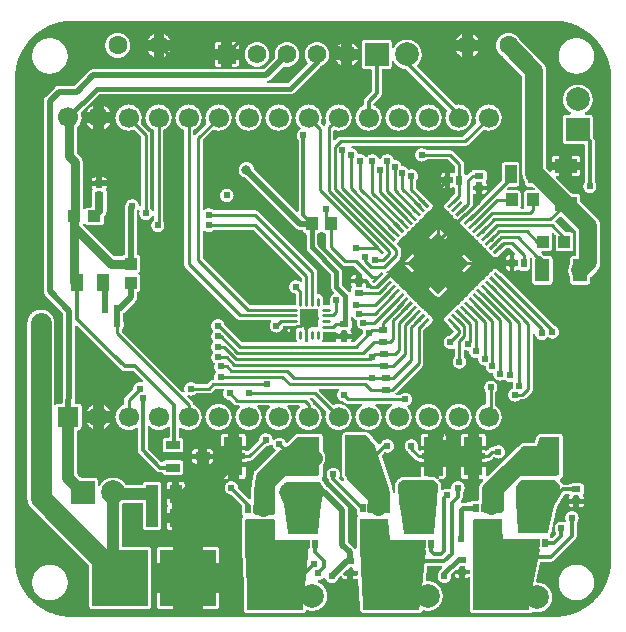
<source format=gtl>
G04 Layer: TopLayer*
G04 EasyEDA v6.4.3, 2020-08-11T17:18:08--5:00*
G04 523c64261a8a49868803854cdfc33515,7c1e8d740ba24e6f83eb2d53d3341807,10*
G04 Gerber Generator version 0.2*
G04 Scale: 100 percent, Rotated: No, Reflected: No *
G04 Dimensions in millimeters *
G04 leading zeros omitted , absolute positions ,3 integer and 3 decimal *
%FSLAX33Y33*%
%MOMM*%
G90*
G71D02*

%ADD10C,0.254000*%
%ADD11C,1.250010*%
%ADD12C,0.299999*%
%ADD13C,0.399999*%
%ADD14C,1.499997*%
%ADD15C,0.999998*%
%ADD16C,0.499999*%
%ADD17C,1.750009*%
%ADD18C,0.750011*%
%ADD19C,0.350012*%
%ADD20C,1.399997*%
%ADD21C,0.699999*%
%ADD22C,0.280010*%
%ADD23C,0.649986*%
%ADD24C,0.609600*%
%ADD25C,0.620014*%
%ADD26C,0.799998*%
%ADD27C,0.610006*%
%ADD28R,0.999998X1.550010*%
%ADD29R,1.599997X3.299993*%
%ADD30R,0.499999X0.499999*%
%ADD31R,0.799998X0.499999*%
%ADD33R,0.499999X0.799998*%
%ADD34R,1.092200X0.990600*%
%ADD35R,1.199998X1.899996*%
%ADD36R,1.899996X1.199998*%
%ADD37R,0.499999X0.700024*%
%ADD38R,2.480005X1.799996*%
%ADD39R,1.250010X0.699999*%
%ADD40R,1.599997X1.599997*%
%ADD41R,1.099998X0.999998*%
%ADD42R,0.999998X1.099998*%
%ADD47C,3.999992*%
%ADD48C,1.999996*%
%ADD49R,4.750003X4.750003*%
%ADD51C,1.599997*%
%ADD52C,1.574800*%
%ADD54C,1.699997*%

%LPD*%
G36*
G01X45900Y50743D02*
G01X5099Y50743D01*
G01X4999Y50742D01*
G01X4899Y50739D01*
G01X4799Y50734D01*
G01X4700Y50726D01*
G01X4600Y50717D01*
G01X4500Y50706D01*
G01X4401Y50692D01*
G01X4302Y50677D01*
G01X4204Y50659D01*
G01X4106Y50640D01*
G01X4008Y50618D01*
G01X3910Y50595D01*
G01X3814Y50569D01*
G01X3717Y50542D01*
G01X3622Y50512D01*
G01X3527Y50481D01*
G01X3432Y50447D01*
G01X3339Y50412D01*
G01X3246Y50374D01*
G01X3154Y50335D01*
G01X3063Y50294D01*
G01X2972Y50251D01*
G01X2883Y50206D01*
G01X2794Y50159D01*
G01X2707Y50111D01*
G01X2620Y50060D01*
G01X2535Y50008D01*
G01X2450Y49954D01*
G01X2367Y49899D01*
G01X2285Y49841D01*
G01X2204Y49782D01*
G01X2125Y49722D01*
G01X2046Y49659D01*
G01X1969Y49595D01*
G01X1893Y49530D01*
G01X1819Y49463D01*
G01X1746Y49394D01*
G01X1675Y49324D01*
G01X1605Y49253D01*
G01X1536Y49180D01*
G01X1469Y49106D01*
G01X1404Y49030D01*
G01X1340Y48953D01*
G01X1277Y48874D01*
G01X1217Y48795D01*
G01X1158Y48714D01*
G01X1100Y48632D01*
G01X1045Y48549D01*
G01X991Y48464D01*
G01X939Y48379D01*
G01X888Y48292D01*
G01X840Y48205D01*
G01X793Y48116D01*
G01X748Y48027D01*
G01X705Y47936D01*
G01X664Y47845D01*
G01X625Y47753D01*
G01X587Y47660D01*
G01X552Y47567D01*
G01X518Y47472D01*
G01X487Y47377D01*
G01X457Y47282D01*
G01X430Y47185D01*
G01X404Y47089D01*
G01X381Y46991D01*
G01X359Y46893D01*
G01X340Y46795D01*
G01X322Y46697D01*
G01X307Y46598D01*
G01X293Y46499D01*
G01X282Y46399D01*
G01X273Y46299D01*
G01X265Y46200D01*
G01X260Y46100D01*
G01X257Y46000D01*
G01X256Y45900D01*
G01X256Y5099D01*
G01X257Y4999D01*
G01X260Y4899D01*
G01X265Y4799D01*
G01X273Y4700D01*
G01X282Y4600D01*
G01X293Y4500D01*
G01X307Y4401D01*
G01X322Y4302D01*
G01X340Y4204D01*
G01X359Y4106D01*
G01X381Y4008D01*
G01X404Y3910D01*
G01X430Y3814D01*
G01X457Y3717D01*
G01X487Y3622D01*
G01X518Y3527D01*
G01X552Y3432D01*
G01X587Y3339D01*
G01X625Y3246D01*
G01X664Y3154D01*
G01X705Y3063D01*
G01X748Y2972D01*
G01X793Y2883D01*
G01X840Y2794D01*
G01X888Y2707D01*
G01X939Y2620D01*
G01X991Y2535D01*
G01X1045Y2450D01*
G01X1100Y2367D01*
G01X1158Y2285D01*
G01X1217Y2204D01*
G01X1277Y2125D01*
G01X1340Y2046D01*
G01X1404Y1969D01*
G01X1469Y1893D01*
G01X1536Y1819D01*
G01X1605Y1746D01*
G01X1675Y1675D01*
G01X1746Y1605D01*
G01X1819Y1536D01*
G01X1893Y1469D01*
G01X1969Y1404D01*
G01X2046Y1340D01*
G01X2125Y1277D01*
G01X2204Y1217D01*
G01X2285Y1158D01*
G01X2367Y1100D01*
G01X2450Y1045D01*
G01X2535Y991D01*
G01X2620Y939D01*
G01X2707Y888D01*
G01X2794Y840D01*
G01X2883Y793D01*
G01X2972Y748D01*
G01X3063Y705D01*
G01X3154Y664D01*
G01X3246Y625D01*
G01X3339Y587D01*
G01X3432Y552D01*
G01X3527Y518D01*
G01X3622Y487D01*
G01X3717Y457D01*
G01X3814Y430D01*
G01X3910Y404D01*
G01X4008Y381D01*
G01X4106Y359D01*
G01X4204Y340D01*
G01X4302Y322D01*
G01X4401Y307D01*
G01X4500Y293D01*
G01X4600Y282D01*
G01X4700Y273D01*
G01X4799Y265D01*
G01X4899Y260D01*
G01X4999Y257D01*
G01X5099Y256D01*
G01X45900Y256D01*
G01X46000Y257D01*
G01X46100Y260D01*
G01X46200Y265D01*
G01X46299Y273D01*
G01X46399Y282D01*
G01X46499Y293D01*
G01X46598Y307D01*
G01X46697Y322D01*
G01X46795Y340D01*
G01X46893Y359D01*
G01X46991Y381D01*
G01X47089Y404D01*
G01X47185Y430D01*
G01X47282Y457D01*
G01X47377Y487D01*
G01X47472Y518D01*
G01X47567Y552D01*
G01X47660Y587D01*
G01X47753Y625D01*
G01X47845Y664D01*
G01X47936Y705D01*
G01X48027Y748D01*
G01X48116Y793D01*
G01X48205Y840D01*
G01X48292Y888D01*
G01X48379Y939D01*
G01X48464Y991D01*
G01X48549Y1045D01*
G01X48632Y1100D01*
G01X48714Y1158D01*
G01X48795Y1217D01*
G01X48874Y1277D01*
G01X48953Y1340D01*
G01X49030Y1404D01*
G01X49106Y1469D01*
G01X49180Y1536D01*
G01X49253Y1605D01*
G01X49324Y1675D01*
G01X49394Y1746D01*
G01X49463Y1819D01*
G01X49530Y1893D01*
G01X49595Y1969D01*
G01X49659Y2046D01*
G01X49722Y2125D01*
G01X49782Y2204D01*
G01X49841Y2285D01*
G01X49899Y2367D01*
G01X49954Y2450D01*
G01X50008Y2535D01*
G01X50060Y2620D01*
G01X50111Y2707D01*
G01X50159Y2794D01*
G01X50206Y2883D01*
G01X50251Y2972D01*
G01X50294Y3063D01*
G01X50335Y3154D01*
G01X50374Y3246D01*
G01X50412Y3339D01*
G01X50447Y3432D01*
G01X50481Y3527D01*
G01X50512Y3622D01*
G01X50542Y3717D01*
G01X50569Y3814D01*
G01X50595Y3910D01*
G01X50618Y4008D01*
G01X50640Y4106D01*
G01X50659Y4204D01*
G01X50677Y4302D01*
G01X50692Y4401D01*
G01X50706Y4500D01*
G01X50717Y4600D01*
G01X50726Y4700D01*
G01X50734Y4799D01*
G01X50739Y4899D01*
G01X50742Y4999D01*
G01X50743Y5099D01*
G01X50743Y45900D01*
G01X50742Y46000D01*
G01X50739Y46100D01*
G01X50734Y46200D01*
G01X50726Y46299D01*
G01X50717Y46399D01*
G01X50706Y46499D01*
G01X50692Y46598D01*
G01X50677Y46697D01*
G01X50659Y46795D01*
G01X50640Y46893D01*
G01X50618Y46991D01*
G01X50595Y47089D01*
G01X50569Y47185D01*
G01X50542Y47282D01*
G01X50512Y47377D01*
G01X50481Y47472D01*
G01X50447Y47567D01*
G01X50412Y47660D01*
G01X50374Y47753D01*
G01X50335Y47845D01*
G01X50294Y47936D01*
G01X50251Y48027D01*
G01X50206Y48116D01*
G01X50159Y48205D01*
G01X50111Y48292D01*
G01X50060Y48379D01*
G01X50008Y48464D01*
G01X49954Y48549D01*
G01X49899Y48632D01*
G01X49841Y48714D01*
G01X49782Y48795D01*
G01X49722Y48874D01*
G01X49659Y48953D01*
G01X49595Y49030D01*
G01X49530Y49106D01*
G01X49463Y49180D01*
G01X49394Y49253D01*
G01X49324Y49324D01*
G01X49253Y49394D01*
G01X49180Y49463D01*
G01X49106Y49530D01*
G01X49030Y49595D01*
G01X48953Y49659D01*
G01X48874Y49722D01*
G01X48795Y49782D01*
G01X48714Y49841D01*
G01X48632Y49899D01*
G01X48549Y49954D01*
G01X48464Y50008D01*
G01X48379Y50060D01*
G01X48292Y50111D01*
G01X48205Y50159D01*
G01X48116Y50206D01*
G01X48027Y50251D01*
G01X47936Y50294D01*
G01X47845Y50335D01*
G01X47753Y50374D01*
G01X47660Y50412D01*
G01X47567Y50447D01*
G01X47472Y50481D01*
G01X47377Y50512D01*
G01X47282Y50542D01*
G01X47185Y50569D01*
G01X47089Y50595D01*
G01X46991Y50618D01*
G01X46893Y50640D01*
G01X46795Y50659D01*
G01X46697Y50677D01*
G01X46598Y50692D01*
G01X46499Y50706D01*
G01X46399Y50717D01*
G01X46299Y50726D01*
G01X46200Y50734D01*
G01X46100Y50739D01*
G01X46000Y50742D01*
G01X45900Y50743D01*
G37*

%LPC*%
G36*
G01X23326Y48928D02*
G01X23279Y48929D01*
G01X23233Y48928D01*
G01X23186Y48925D01*
G01X23139Y48920D01*
G01X23093Y48913D01*
G01X23047Y48903D01*
G01X23002Y48892D01*
G01X22957Y48878D01*
G01X22913Y48863D01*
G01X22869Y48845D01*
G01X22827Y48826D01*
G01X22785Y48805D01*
G01X22744Y48782D01*
G01X22704Y48757D01*
G01X22666Y48730D01*
G01X22629Y48702D01*
G01X22593Y48672D01*
G01X22558Y48640D01*
G01X22525Y48607D01*
G01X22493Y48572D01*
G01X22463Y48536D01*
G01X22435Y48499D01*
G01X22408Y48461D01*
G01X22383Y48421D01*
G01X22360Y48380D01*
G01X22339Y48338D01*
G01X22320Y48296D01*
G01X22302Y48252D01*
G01X22287Y48208D01*
G01X22273Y48163D01*
G01X22262Y48118D01*
G01X22252Y48072D01*
G01X22245Y48026D01*
G01X22240Y47979D01*
G01X22237Y47932D01*
G01X22236Y47886D01*
G01X22237Y47838D01*
G01X22240Y47791D01*
G01X22245Y47744D01*
G01X22253Y47698D01*
G01X22262Y47652D01*
G01X22265Y47629D01*
G01X22263Y47613D01*
G01X22260Y47598D01*
G01X22254Y47583D01*
G01X22245Y47569D01*
G01X22235Y47557D01*
G01X21321Y46645D01*
G01X21309Y46635D01*
G01X21296Y46626D01*
G01X21281Y46620D01*
G01X21265Y46617D01*
G01X21250Y46615D01*
G01X6899Y46615D01*
G01X6866Y46614D01*
G01X6833Y46611D01*
G01X6800Y46606D01*
G01X6768Y46598D01*
G01X6736Y46588D01*
G01X6705Y46577D01*
G01X6675Y46563D01*
G01X6646Y46548D01*
G01X6618Y46530D01*
G01X6591Y46511D01*
G01X6565Y46490D01*
G01X6541Y46467D01*
G01X5319Y45248D01*
G01X5307Y45238D01*
G01X5294Y45229D01*
G01X5279Y45223D01*
G01X5264Y45220D01*
G01X5248Y45218D01*
G01X3975Y45218D01*
G01X3942Y45217D01*
G01X3909Y45214D01*
G01X3876Y45209D01*
G01X3844Y45201D01*
G01X3812Y45191D01*
G01X3781Y45180D01*
G01X3751Y45166D01*
G01X3722Y45150D01*
G01X3694Y45133D01*
G01X3667Y45114D01*
G01X3641Y45093D01*
G01X3617Y45070D01*
G01X2855Y44308D01*
G01X2832Y44284D01*
G01X2811Y44258D01*
G01X2792Y44231D01*
G01X2775Y44203D01*
G01X2759Y44174D01*
G01X2745Y44144D01*
G01X2734Y44113D01*
G01X2724Y44081D01*
G01X2716Y44049D01*
G01X2711Y44016D01*
G01X2708Y43983D01*
G01X2707Y43950D01*
G01X2707Y27821D01*
G01X2708Y27788D01*
G01X2711Y27755D01*
G01X2716Y27722D01*
G01X2724Y27690D01*
G01X2734Y27658D01*
G01X2745Y27627D01*
G01X2759Y27597D01*
G01X2775Y27567D01*
G01X2792Y27539D01*
G01X2811Y27512D01*
G01X2832Y27487D01*
G01X2855Y27463D01*
G01X4328Y25990D01*
G01X4338Y25978D01*
G01X4347Y25964D01*
G01X4353Y25949D01*
G01X4356Y25934D01*
G01X4358Y25918D01*
G01X4358Y20206D01*
G01X4312Y18408D01*
G01X4310Y18392D01*
G01X4306Y18377D01*
G01X4300Y18363D01*
G01X4292Y18350D01*
G01X4281Y18338D01*
G01X4269Y18328D01*
G01X4256Y18320D01*
G01X4241Y18314D01*
G01X4226Y18310D01*
G01X4210Y18309D01*
G01X3938Y18309D01*
G01X3913Y18308D01*
G01X3888Y18304D01*
G01X3864Y18298D01*
G01X3840Y18289D01*
G01X3817Y18278D01*
G01X3795Y18265D01*
G01X3775Y18250D01*
G01X3757Y18233D01*
G01X3744Y18223D01*
G01X3731Y18215D01*
G01X3716Y18209D01*
G01X3701Y18205D01*
G01X3685Y18204D01*
G01X3670Y18205D01*
G01X3656Y18208D01*
G01X3642Y18213D01*
G01X3630Y18220D01*
G01X3618Y18228D01*
G01X3608Y18239D01*
G01X3599Y18250D01*
G01X3592Y18263D01*
G01X3587Y18277D01*
G01X3584Y18291D01*
G01X3583Y18305D01*
G01X3583Y25153D01*
G01X3582Y25201D01*
G01X3579Y25248D01*
G01X3574Y25296D01*
G01X3567Y25344D01*
G01X3558Y25391D01*
G01X3547Y25438D01*
G01X3533Y25484D01*
G01X3518Y25529D01*
G01X3501Y25574D01*
G01X3483Y25619D01*
G01X3462Y25662D01*
G01X3439Y25704D01*
G01X3415Y25746D01*
G01X3389Y25786D01*
G01X3361Y25825D01*
G01X3332Y25863D01*
G01X3301Y25900D01*
G01X3268Y25935D01*
G01X3234Y25969D01*
G01X3199Y26002D01*
G01X3162Y26033D01*
G01X3124Y26062D01*
G01X3085Y26090D01*
G01X3045Y26116D01*
G01X3003Y26140D01*
G01X2961Y26163D01*
G01X2918Y26184D01*
G01X2873Y26202D01*
G01X2828Y26219D01*
G01X2783Y26234D01*
G01X2737Y26248D01*
G01X2690Y26259D01*
G01X2643Y26268D01*
G01X2595Y26275D01*
G01X2547Y26280D01*
G01X2499Y26283D01*
G01X2451Y26284D01*
G01X2403Y26283D01*
G01X2356Y26280D01*
G01X2308Y26275D01*
G01X2260Y26268D01*
G01X2213Y26259D01*
G01X2166Y26248D01*
G01X2120Y26234D01*
G01X2075Y26219D01*
G01X2030Y26202D01*
G01X1985Y26184D01*
G01X1942Y26163D01*
G01X1900Y26140D01*
G01X1858Y26116D01*
G01X1818Y26090D01*
G01X1779Y26062D01*
G01X1741Y26033D01*
G01X1704Y26002D01*
G01X1669Y25969D01*
G01X1635Y25935D01*
G01X1602Y25900D01*
G01X1571Y25863D01*
G01X1542Y25825D01*
G01X1514Y25786D01*
G01X1488Y25746D01*
G01X1464Y25704D01*
G01X1441Y25662D01*
G01X1420Y25619D01*
G01X1402Y25574D01*
G01X1385Y25529D01*
G01X1370Y25484D01*
G01X1356Y25438D01*
G01X1345Y25391D01*
G01X1336Y25344D01*
G01X1329Y25296D01*
G01X1324Y25248D01*
G01X1321Y25201D01*
G01X1320Y25153D01*
G01X1320Y10293D01*
G01X1321Y10244D01*
G01X1324Y10195D01*
G01X1330Y10146D01*
G01X1337Y10097D01*
G01X1347Y10049D01*
G01X1358Y10001D01*
G01X1372Y9953D01*
G01X1388Y9906D01*
G01X1406Y9860D01*
G01X1426Y9815D01*
G01X1448Y9771D01*
G01X1472Y9728D01*
G01X1497Y9686D01*
G01X1525Y9644D01*
G01X1554Y9605D01*
G01X1585Y9566D01*
G01X1617Y9529D01*
G01X1651Y9493D01*
G01X6521Y4624D01*
G01X6532Y4611D01*
G01X6540Y4598D01*
G01X6546Y4583D01*
G01X6550Y4568D01*
G01X6551Y4552D01*
G01X6551Y1188D01*
G01X6552Y1164D01*
G01X6555Y1140D01*
G01X6561Y1117D01*
G01X6568Y1095D01*
G01X6578Y1073D01*
G01X6589Y1052D01*
G01X6603Y1033D01*
G01X6618Y1015D01*
G01X6635Y998D01*
G01X6653Y983D01*
G01X6672Y969D01*
G01X6693Y958D01*
G01X6715Y948D01*
G01X6737Y941D01*
G01X6760Y935D01*
G01X6784Y932D01*
G01X6807Y931D01*
G01X11557Y931D01*
G01X11581Y932D01*
G01X11605Y935D01*
G01X11628Y941D01*
G01X11650Y948D01*
G01X11672Y958D01*
G01X11693Y969D01*
G01X11712Y983D01*
G01X11730Y998D01*
G01X11747Y1015D01*
G01X11762Y1033D01*
G01X11776Y1052D01*
G01X11787Y1073D01*
G01X11797Y1095D01*
G01X11804Y1117D01*
G01X11810Y1140D01*
G01X11813Y1164D01*
G01X11814Y1188D01*
G01X11814Y5938D01*
G01X11813Y5961D01*
G01X11810Y5985D01*
G01X11804Y6008D01*
G01X11797Y6030D01*
G01X11787Y6052D01*
G01X11776Y6073D01*
G01X11762Y6092D01*
G01X11747Y6110D01*
G01X11730Y6127D01*
G01X11712Y6142D01*
G01X11693Y6156D01*
G01X11672Y6167D01*
G01X11650Y6177D01*
G01X11628Y6184D01*
G01X11605Y6190D01*
G01X11581Y6193D01*
G01X11557Y6194D01*
G01X9406Y6194D01*
G01X9391Y6195D01*
G01X9377Y6198D01*
G01X9363Y6203D01*
G01X9351Y6210D01*
G01X9339Y6219D01*
G01X9329Y6229D01*
G01X9320Y6241D01*
G01X9313Y6253D01*
G01X9308Y6267D01*
G01X9305Y6281D01*
G01X9304Y6296D01*
G01X9304Y9749D01*
G01X9305Y9764D01*
G01X9308Y9778D01*
G01X9314Y9792D01*
G01X9321Y9805D01*
G01X9331Y9817D01*
G01X9341Y9828D01*
G01X9412Y9890D01*
G01X9424Y9900D01*
G01X9438Y9908D01*
G01X9452Y9913D01*
G01X9467Y9917D01*
G01X9482Y9918D01*
G01X11007Y9918D01*
G01X11022Y9917D01*
G01X11036Y9914D01*
G01X11050Y9909D01*
G01X11062Y9902D01*
G01X11074Y9893D01*
G01X11084Y9883D01*
G01X11093Y9871D01*
G01X11100Y9859D01*
G01X11105Y9845D01*
G01X11108Y9831D01*
G01X11109Y9816D01*
G01X11109Y7868D01*
G01X11110Y7844D01*
G01X11113Y7820D01*
G01X11119Y7797D01*
G01X11126Y7775D01*
G01X11136Y7753D01*
G01X11147Y7732D01*
G01X11161Y7713D01*
G01X11176Y7695D01*
G01X11193Y7678D01*
G01X11211Y7663D01*
G01X11230Y7649D01*
G01X11251Y7638D01*
G01X11273Y7628D01*
G01X11295Y7621D01*
G01X11318Y7615D01*
G01X11342Y7612D01*
G01X11365Y7611D01*
G01X12365Y7611D01*
G01X12389Y7612D01*
G01X12413Y7615D01*
G01X12436Y7621D01*
G01X12458Y7628D01*
G01X12480Y7638D01*
G01X12501Y7649D01*
G01X12520Y7663D01*
G01X12538Y7678D01*
G01X12555Y7695D01*
G01X12570Y7713D01*
G01X12584Y7732D01*
G01X12595Y7753D01*
G01X12605Y7775D01*
G01X12612Y7797D01*
G01X12618Y7820D01*
G01X12621Y7844D01*
G01X12622Y7868D01*
G01X12622Y11450D01*
G01X12621Y11473D01*
G01X12618Y11497D01*
G01X12612Y11520D01*
G01X12605Y11542D01*
G01X12595Y11564D01*
G01X12584Y11585D01*
G01X12570Y11604D01*
G01X12555Y11622D01*
G01X12538Y11639D01*
G01X12520Y11654D01*
G01X12501Y11668D01*
G01X12480Y11679D01*
G01X12458Y11689D01*
G01X12436Y11696D01*
G01X12413Y11702D01*
G01X12389Y11705D01*
G01X12365Y11706D01*
G01X11365Y11706D01*
G01X11343Y11705D01*
G01X11320Y11702D01*
G01X11298Y11697D01*
G01X11276Y11690D01*
G01X11255Y11681D01*
G01X11235Y11670D01*
G01X11216Y11658D01*
G01X11198Y11644D01*
G01X11181Y11628D01*
G01X11166Y11611D01*
G01X11152Y11592D01*
G01X11141Y11573D01*
G01X11130Y11552D01*
G01X11122Y11531D01*
G01X11116Y11509D01*
G01X11111Y11495D01*
G01X11105Y11481D01*
G01X11096Y11469D01*
G01X11086Y11458D01*
G01X11074Y11448D01*
G01X11061Y11441D01*
G01X11047Y11435D01*
G01X11032Y11432D01*
G01X11017Y11431D01*
G01X9692Y11431D01*
G01X9678Y11432D01*
G01X9663Y11435D01*
G01X9650Y11440D01*
G01X9637Y11447D01*
G01X9625Y11456D01*
G01X9615Y11466D01*
G01X9606Y11478D01*
G01X9577Y11522D01*
G01X9546Y11564D01*
G01X9514Y11605D01*
G01X9479Y11645D01*
G01X9443Y11683D01*
G01X9406Y11719D01*
G01X9367Y11754D01*
G01X9326Y11788D01*
G01X9284Y11819D01*
G01X9241Y11849D01*
G01X9197Y11877D01*
G01X9151Y11904D01*
G01X9105Y11928D01*
G01X9057Y11950D01*
G01X9009Y11970D01*
G01X8960Y11989D01*
G01X8910Y12005D01*
G01X8859Y12019D01*
G01X8808Y12031D01*
G01X8756Y12041D01*
G01X8705Y12048D01*
G01X8652Y12054D01*
G01X8600Y12057D01*
G01X8547Y12058D01*
G01X8496Y12057D01*
G01X8446Y12054D01*
G01X8395Y12049D01*
G01X8344Y12042D01*
G01X8294Y12032D01*
G01X8244Y12021D01*
G01X8195Y12008D01*
G01X8146Y11992D01*
G01X8098Y11975D01*
G01X8051Y11956D01*
G01X8005Y11935D01*
G01X7959Y11912D01*
G01X7915Y11887D01*
G01X7871Y11860D01*
G01X7829Y11832D01*
G01X7787Y11802D01*
G01X7747Y11770D01*
G01X7709Y11737D01*
G01X7671Y11702D01*
G01X7636Y11666D01*
G01X7601Y11628D01*
G01X7569Y11589D01*
G01X7537Y11549D01*
G01X7508Y11507D01*
G01X7480Y11464D01*
G01X7454Y11421D01*
G01X7446Y11408D01*
G01X7435Y11397D01*
G01X7423Y11387D01*
G01X7410Y11379D01*
G01X7396Y11374D01*
G01X7381Y11370D01*
G01X7366Y11369D01*
G01X7351Y11370D01*
G01X7337Y11373D01*
G01X7323Y11378D01*
G01X7311Y11385D01*
G01X7299Y11394D01*
G01X7289Y11404D01*
G01X7280Y11416D01*
G01X7273Y11428D01*
G01X7268Y11442D01*
G01X7265Y11456D01*
G01X7264Y11471D01*
G01X7264Y11802D01*
G01X7263Y11825D01*
G01X7260Y11849D01*
G01X7254Y11872D01*
G01X7247Y11894D01*
G01X7237Y11916D01*
G01X7226Y11937D01*
G01X7212Y11956D01*
G01X7197Y11974D01*
G01X7180Y11991D01*
G01X7162Y12006D01*
G01X7143Y12020D01*
G01X7122Y12031D01*
G01X7100Y12041D01*
G01X7078Y12048D01*
G01X7055Y12054D01*
G01X7031Y12057D01*
G01X7007Y12058D01*
G01X5863Y12058D01*
G01X5847Y12059D01*
G01X5831Y12063D01*
G01X5817Y12069D01*
G01X5803Y12077D01*
G01X5791Y12088D01*
G01X5575Y12304D01*
G01X5564Y12316D01*
G01X5556Y12330D01*
G01X5550Y12345D01*
G01X5546Y12360D01*
G01X5545Y12376D01*
G01X5545Y15994D01*
G01X5546Y16010D01*
G01X5550Y16025D01*
G01X5556Y16040D01*
G01X5564Y16053D01*
G01X5574Y16065D01*
G01X5586Y16076D01*
G01X5599Y16084D01*
G01X5613Y16090D01*
G01X5628Y16094D01*
G01X5644Y16096D01*
G01X5667Y16097D01*
G01X5690Y16101D01*
G01X5713Y16107D01*
G01X5735Y16115D01*
G01X5756Y16125D01*
G01X5777Y16136D01*
G01X5796Y16150D01*
G01X5813Y16165D01*
G01X5830Y16182D01*
G01X5844Y16200D01*
G01X5857Y16219D01*
G01X5869Y16239D01*
G01X5878Y16261D01*
G01X5885Y16283D01*
G01X5891Y16306D01*
G01X5894Y16329D01*
G01X5895Y16352D01*
G01X5895Y18052D01*
G01X5894Y18076D01*
G01X5890Y18099D01*
G01X5885Y18123D01*
G01X5878Y18145D01*
G01X5868Y18167D01*
G01X5856Y18187D01*
G01X5843Y18207D01*
G01X5828Y18225D01*
G01X5811Y18242D01*
G01X5793Y18257D01*
G01X5773Y18270D01*
G01X5753Y18282D01*
G01X5731Y18292D01*
G01X5709Y18299D01*
G01X5685Y18304D01*
G01X5662Y18308D01*
G01X5638Y18309D01*
G01X5427Y18309D01*
G01X5413Y18310D01*
G01X5398Y18313D01*
G01X5385Y18318D01*
G01X5372Y18325D01*
G01X5361Y18334D01*
G01X5350Y18344D01*
G01X5342Y18356D01*
G01X5335Y18368D01*
G01X5330Y18382D01*
G01X5327Y18396D01*
G01X5326Y18410D01*
G01X5326Y18409D01*
G01X5325Y18410D01*
G01X5326Y18410D01*
G01X5326Y18413D01*
G01X5371Y20188D01*
G01X5371Y24843D01*
G01X5372Y24857D01*
G01X5375Y24872D01*
G01X5380Y24885D01*
G01X5387Y24898D01*
G01X5396Y24910D01*
G01X5406Y24920D01*
G01X5417Y24928D01*
G01X5430Y24935D01*
G01X5444Y24940D01*
G01X5458Y24944D01*
G01X5472Y24945D01*
G01X5488Y24943D01*
G01X5504Y24940D01*
G01X5518Y24934D01*
G01X5532Y24925D01*
G01X5544Y24915D01*
G01X8191Y22269D01*
G01X8191Y22268D01*
G01X9276Y21183D01*
G01X9297Y21163D01*
G01X9320Y21145D01*
G01X9343Y21129D01*
G01X9368Y21114D01*
G01X9394Y21101D01*
G01X9421Y21090D01*
G01X9449Y21081D01*
G01X9477Y21073D01*
G01X9505Y21068D01*
G01X9534Y21065D01*
G01X9563Y21064D01*
G01X10242Y21064D01*
G01X10258Y21063D01*
G01X10273Y21059D01*
G01X10288Y21053D01*
G01X10301Y21045D01*
G01X10314Y21034D01*
G01X11062Y20286D01*
G01X11073Y20274D01*
G01X11081Y20260D01*
G01X11087Y20245D01*
G01X11091Y20230D01*
G01X11092Y20214D01*
G01X11091Y20199D01*
G01X11088Y20185D01*
G01X11083Y20172D01*
G01X11076Y20159D01*
G01X11067Y20147D01*
G01X11057Y20137D01*
G01X11045Y20128D01*
G01X11033Y20121D01*
G01X11019Y20116D01*
G01X11005Y20113D01*
G01X10990Y20112D01*
G01X10967Y20115D01*
G01X10923Y20124D01*
G01X10878Y20129D01*
G01X10833Y20131D01*
G01X10799Y20130D01*
G01X10764Y20127D01*
G01X10729Y20121D01*
G01X10695Y20114D01*
G01X10661Y20104D01*
G01X10628Y20093D01*
G01X10596Y20079D01*
G01X10565Y20063D01*
G01X10535Y20046D01*
G01X10505Y20026D01*
G01X10478Y20005D01*
G01X10451Y19982D01*
G01X10426Y19958D01*
G01X10403Y19932D01*
G01X10381Y19905D01*
G01X10361Y19876D01*
G01X10342Y19847D01*
G01X10326Y19816D01*
G01X10311Y19784D01*
G01X10299Y19751D01*
G01X10288Y19718D01*
G01X10280Y19684D01*
G01X10273Y19650D01*
G01X10269Y19615D01*
G01X10267Y19580D01*
G01X10266Y19565D01*
G01X10262Y19550D01*
G01X10256Y19536D01*
G01X10247Y19523D01*
G01X10237Y19511D01*
G01X9604Y18877D01*
G01X9583Y18855D01*
G01X9565Y18831D01*
G01X9548Y18806D01*
G01X9533Y18780D01*
G01X9521Y18753D01*
G01X9510Y18724D01*
G01X9502Y18695D01*
G01X9496Y18666D01*
G01X9493Y18636D01*
G01X9491Y18606D01*
G01X9491Y18296D01*
G01X9490Y18281D01*
G01X9487Y18267D01*
G01X9482Y18253D01*
G01X9475Y18240D01*
G01X9466Y18229D01*
G01X9455Y18219D01*
G01X9444Y18210D01*
G01X9431Y18203D01*
G01X9388Y18183D01*
G01X9345Y18161D01*
G01X9304Y18138D01*
G01X9264Y18112D01*
G01X9225Y18085D01*
G01X9187Y18057D01*
G01X9151Y18026D01*
G01X9116Y17995D01*
G01X9082Y17961D01*
G01X9049Y17927D01*
G01X9019Y17891D01*
G01X8989Y17853D01*
G01X8962Y17815D01*
G01X8936Y17775D01*
G01X8912Y17734D01*
G01X8889Y17692D01*
G01X8868Y17650D01*
G01X8850Y17606D01*
G01X8833Y17562D01*
G01X8818Y17517D01*
G01X8805Y17471D01*
G01X8794Y17425D01*
G01X8785Y17378D01*
G01X8777Y17332D01*
G01X8772Y17284D01*
G01X8769Y17237D01*
G01X8768Y17190D01*
G01X8769Y17141D01*
G01X8773Y17093D01*
G01X8778Y17045D01*
G01X8785Y16997D01*
G01X8795Y16950D01*
G01X8806Y16903D01*
G01X8820Y16857D01*
G01X8835Y16811D01*
G01X8853Y16766D01*
G01X8872Y16722D01*
G01X8893Y16679D01*
G01X8917Y16636D01*
G01X8942Y16595D01*
G01X8968Y16555D01*
G01X8997Y16516D01*
G01X9027Y16478D01*
G01X9059Y16442D01*
G01X9092Y16407D01*
G01X9127Y16374D01*
G01X9164Y16342D01*
G01X9201Y16312D01*
G01X9240Y16283D01*
G01X9280Y16256D01*
G01X9322Y16231D01*
G01X9364Y16208D01*
G01X9407Y16187D01*
G01X9451Y16167D01*
G01X9496Y16150D01*
G01X9542Y16134D01*
G01X9589Y16121D01*
G01X9635Y16109D01*
G01X9683Y16100D01*
G01X9730Y16093D01*
G01X9778Y16087D01*
G01X9827Y16084D01*
G01X9875Y16083D01*
G01X9924Y16084D01*
G01X9973Y16087D01*
G01X10022Y16093D01*
G01X10071Y16101D01*
G01X10119Y16110D01*
G01X10167Y16122D01*
G01X10214Y16136D01*
G01X10260Y16152D01*
G01X10306Y16170D01*
G01X10351Y16191D01*
G01X10395Y16213D01*
G01X10438Y16237D01*
G01X10479Y16263D01*
G01X10520Y16290D01*
G01X10533Y16299D01*
G01X10548Y16305D01*
G01X10563Y16308D01*
G01X10579Y16310D01*
G01X10594Y16308D01*
G01X10608Y16305D01*
G01X10621Y16300D01*
G01X10634Y16293D01*
G01X10646Y16285D01*
G01X10656Y16274D01*
G01X10665Y16263D01*
G01X10672Y16250D01*
G01X10677Y16237D01*
G01X10680Y16222D01*
G01X10681Y16208D01*
G01X10681Y14359D01*
G01X10682Y14330D01*
G01X10685Y14301D01*
G01X10690Y14272D01*
G01X10697Y14244D01*
G01X10706Y14217D01*
G01X10717Y14190D01*
G01X10730Y14164D01*
G01X10745Y14139D01*
G01X10762Y14115D01*
G01X10780Y14093D01*
G01X10800Y14071D01*
G01X12258Y12613D01*
G01X12279Y12594D01*
G01X12302Y12575D01*
G01X12325Y12559D01*
G01X12350Y12544D01*
G01X12376Y12531D01*
G01X12403Y12520D01*
G01X12431Y12511D01*
G01X12459Y12504D01*
G01X12487Y12498D01*
G01X12516Y12495D01*
G01X12545Y12494D01*
G01X12701Y12494D01*
G01X12717Y12493D01*
G01X12733Y12489D01*
G01X12748Y12483D01*
G01X12761Y12474D01*
G01X12774Y12464D01*
G01X12784Y12451D01*
G01X12804Y12416D01*
G01X12817Y12396D01*
G01X12832Y12378D01*
G01X12849Y12361D01*
G01X12867Y12346D01*
G01X12887Y12332D01*
G01X12908Y12320D01*
G01X12929Y12311D01*
G01X12952Y12303D01*
G01X12975Y12297D01*
G01X12999Y12294D01*
G01X13023Y12293D01*
G01X14273Y12293D01*
G01X14296Y12294D01*
G01X14320Y12297D01*
G01X14343Y12303D01*
G01X14365Y12310D01*
G01X14387Y12320D01*
G01X14408Y12331D01*
G01X14427Y12345D01*
G01X14446Y12360D01*
G01X14462Y12377D01*
G01X14478Y12395D01*
G01X14491Y12414D01*
G01X14502Y12435D01*
G01X14512Y12457D01*
G01X14520Y12479D01*
G01X14525Y12502D01*
G01X14528Y12526D01*
G01X14529Y12550D01*
G01X14529Y13250D01*
G01X14528Y13273D01*
G01X14525Y13297D01*
G01X14520Y13320D01*
G01X14512Y13342D01*
G01X14502Y13364D01*
G01X14491Y13385D01*
G01X14478Y13404D01*
G01X14462Y13422D01*
G01X14446Y13439D01*
G01X14427Y13454D01*
G01X14408Y13468D01*
G01X14387Y13479D01*
G01X14365Y13489D01*
G01X14343Y13496D01*
G01X14320Y13502D01*
G01X14296Y13505D01*
G01X14273Y13506D01*
G01X13023Y13506D01*
G01X13000Y13505D01*
G01X12976Y13502D01*
G01X12954Y13497D01*
G01X12932Y13489D01*
G01X12910Y13480D01*
G01X12890Y13469D01*
G01X12870Y13456D01*
G01X12852Y13441D01*
G01X12836Y13425D01*
G01X12820Y13407D01*
G01X12807Y13388D01*
G01X12798Y13377D01*
G01X12788Y13366D01*
G01X12776Y13358D01*
G01X12764Y13351D01*
G01X12750Y13346D01*
G01X12736Y13343D01*
G01X12721Y13342D01*
G01X12706Y13343D01*
G01X12690Y13346D01*
G01X12675Y13353D01*
G01X12662Y13361D01*
G01X12650Y13371D01*
G01X11524Y14497D01*
G01X11513Y14509D01*
G01X11505Y14523D01*
G01X11499Y14538D01*
G01X11495Y14553D01*
G01X11494Y14569D01*
G01X11494Y16302D01*
G01X11495Y16316D01*
G01X11498Y16331D01*
G01X11503Y16344D01*
G01X11510Y16357D01*
G01X11519Y16368D01*
G01X11529Y16379D01*
G01X11540Y16387D01*
G01X11553Y16394D01*
G01X11567Y16399D01*
G01X11581Y16402D01*
G01X11595Y16404D01*
G01X11610Y16402D01*
G01X11625Y16399D01*
G01X11639Y16394D01*
G01X11652Y16386D01*
G01X11664Y16377D01*
G01X11701Y16344D01*
G01X11738Y16314D01*
G01X11777Y16285D01*
G01X11818Y16258D01*
G01X11859Y16233D01*
G01X11902Y16209D01*
G01X11945Y16188D01*
G01X11989Y16168D01*
G01X12035Y16150D01*
G01X12081Y16135D01*
G01X12127Y16121D01*
G01X12174Y16110D01*
G01X12222Y16100D01*
G01X12270Y16093D01*
G01X12318Y16087D01*
G01X12366Y16084D01*
G01X12415Y16083D01*
G01X12464Y16084D01*
G01X12514Y16087D01*
G01X12563Y16093D01*
G01X12611Y16101D01*
G01X12660Y16111D01*
G01X12708Y16123D01*
G01X12755Y16137D01*
G01X12802Y16153D01*
G01X12848Y16171D01*
G01X12893Y16191D01*
G01X12937Y16214D01*
G01X12980Y16238D01*
G01X13021Y16264D01*
G01X13062Y16292D01*
G01X13102Y16322D01*
G01X13140Y16353D01*
G01X13176Y16387D01*
G01X13188Y16396D01*
G01X13201Y16404D01*
G01X13216Y16410D01*
G01X13231Y16413D01*
G01X13246Y16414D01*
G01X13261Y16413D01*
G01X13275Y16410D01*
G01X13288Y16405D01*
G01X13301Y16398D01*
G01X13313Y16390D01*
G01X13323Y16379D01*
G01X13332Y16368D01*
G01X13339Y16355D01*
G01X13344Y16341D01*
G01X13347Y16327D01*
G01X13348Y16313D01*
G01X13348Y15508D01*
G01X13347Y15493D01*
G01X13344Y15479D01*
G01X13339Y15465D01*
G01X13332Y15453D01*
G01X13323Y15441D01*
G01X13313Y15431D01*
G01X13301Y15422D01*
G01X13288Y15415D01*
G01X13275Y15410D01*
G01X13261Y15407D01*
G01X13246Y15406D01*
G01X13023Y15406D01*
G01X12999Y15405D01*
G01X12976Y15402D01*
G01X12953Y15396D01*
G01X12930Y15389D01*
G01X12908Y15379D01*
G01X12888Y15368D01*
G01X12868Y15354D01*
G01X12850Y15339D01*
G01X12833Y15322D01*
G01X12818Y15304D01*
G01X12805Y15285D01*
G01X12793Y15264D01*
G01X12784Y15242D01*
G01X12776Y15220D01*
G01X12771Y15197D01*
G01X12767Y15173D01*
G01X12766Y15149D01*
G01X12766Y14449D01*
G01X12767Y14426D01*
G01X12771Y14402D01*
G01X12776Y14379D01*
G01X12784Y14357D01*
G01X12793Y14335D01*
G01X12805Y14314D01*
G01X12818Y14295D01*
G01X12833Y14277D01*
G01X12850Y14260D01*
G01X12868Y14245D01*
G01X12888Y14231D01*
G01X12908Y14220D01*
G01X12930Y14210D01*
G01X12953Y14203D01*
G01X12976Y14197D01*
G01X12999Y14194D01*
G01X13023Y14193D01*
G01X14273Y14193D01*
G01X14296Y14194D01*
G01X14320Y14197D01*
G01X14343Y14203D01*
G01X14365Y14210D01*
G01X14387Y14220D01*
G01X14408Y14231D01*
G01X14427Y14245D01*
G01X14446Y14260D01*
G01X14462Y14277D01*
G01X14478Y14295D01*
G01X14491Y14314D01*
G01X14502Y14335D01*
G01X14512Y14357D01*
G01X14520Y14379D01*
G01X14525Y14402D01*
G01X14528Y14426D01*
G01X14529Y14449D01*
G01X14529Y15149D01*
G01X14528Y15173D01*
G01X14525Y15197D01*
G01X14520Y15220D01*
G01X14512Y15242D01*
G01X14502Y15264D01*
G01X14491Y15285D01*
G01X14478Y15304D01*
G01X14462Y15322D01*
G01X14446Y15339D01*
G01X14427Y15354D01*
G01X14408Y15368D01*
G01X14387Y15379D01*
G01X14365Y15389D01*
G01X14343Y15396D01*
G01X14320Y15402D01*
G01X14296Y15405D01*
G01X14273Y15406D01*
G01X14262Y15406D01*
G01X14248Y15407D01*
G01X14234Y15410D01*
G01X14220Y15415D01*
G01X14207Y15422D01*
G01X14196Y15431D01*
G01X14186Y15441D01*
G01X14177Y15453D01*
G01X14170Y15465D01*
G01X14165Y15479D01*
G01X14162Y15493D01*
G01X14161Y15508D01*
G01X14161Y16200D01*
G01X14162Y16214D01*
G01X14165Y16228D01*
G01X14170Y16242D01*
G01X14177Y16255D01*
G01X14186Y16266D01*
G01X14196Y16276D01*
G01X14207Y16285D01*
G01X14220Y16292D01*
G01X14234Y16297D01*
G01X14248Y16300D01*
G01X14262Y16301D01*
G01X14278Y16300D01*
G01X14293Y16297D01*
G01X14307Y16291D01*
G01X14321Y16283D01*
G01X14361Y16256D01*
G01X14402Y16231D01*
G01X14444Y16208D01*
G01X14488Y16187D01*
G01X14532Y16167D01*
G01X14577Y16150D01*
G01X14622Y16134D01*
G01X14669Y16121D01*
G01X14716Y16109D01*
G01X14763Y16100D01*
G01X14811Y16093D01*
G01X14859Y16087D01*
G01X14907Y16084D01*
G01X14955Y16083D01*
G01X15003Y16084D01*
G01X15051Y16087D01*
G01X15099Y16093D01*
G01X15147Y16100D01*
G01X15194Y16109D01*
G01X15241Y16121D01*
G01X15288Y16134D01*
G01X15333Y16150D01*
G01X15378Y16167D01*
G01X15423Y16187D01*
G01X15466Y16208D01*
G01X15508Y16231D01*
G01X15549Y16256D01*
G01X15590Y16283D01*
G01X15629Y16312D01*
G01X15666Y16342D01*
G01X15702Y16374D01*
G01X15737Y16407D01*
G01X15771Y16442D01*
G01X15803Y16478D01*
G01X15833Y16516D01*
G01X15861Y16555D01*
G01X15888Y16595D01*
G01X15913Y16636D01*
G01X15936Y16679D01*
G01X15958Y16722D01*
G01X15977Y16766D01*
G01X15995Y16811D01*
G01X16010Y16857D01*
G01X16024Y16903D01*
G01X16035Y16950D01*
G01X16045Y16997D01*
G01X16052Y17045D01*
G01X16057Y17093D01*
G01X16060Y17141D01*
G01X16061Y17190D01*
G01X16060Y17237D01*
G01X16057Y17285D01*
G01X16052Y17332D01*
G01X16045Y17379D01*
G01X16036Y17426D01*
G01X16025Y17472D01*
G01X16012Y17518D01*
G01X15997Y17563D01*
G01X15980Y17607D01*
G01X15961Y17651D01*
G01X15940Y17694D01*
G01X15917Y17736D01*
G01X15893Y17776D01*
G01X15867Y17816D01*
G01X15839Y17855D01*
G01X15810Y17892D01*
G01X15779Y17928D01*
G01X15746Y17963D01*
G01X15712Y17996D01*
G01X15677Y18028D01*
G01X15640Y18058D01*
G01X15602Y18087D01*
G01X15563Y18114D01*
G01X15523Y18139D01*
G01X15481Y18163D01*
G01X15439Y18185D01*
G01X15396Y18205D01*
G01X15382Y18212D01*
G01X15370Y18220D01*
G01X15360Y18231D01*
G01X15351Y18243D01*
G01X15344Y18256D01*
G01X15338Y18270D01*
G01X15335Y18285D01*
G01X15331Y18313D01*
G01X15324Y18340D01*
G01X15316Y18367D01*
G01X15305Y18393D01*
G01X15293Y18418D01*
G01X15279Y18443D01*
G01X15263Y18466D01*
G01X15245Y18488D01*
G01X15226Y18508D01*
G01X14879Y18855D01*
G01X14869Y18867D01*
G01X14860Y18881D01*
G01X14854Y18896D01*
G01X14851Y18911D01*
G01X14849Y18927D01*
G01X14850Y18942D01*
G01X14853Y18956D01*
G01X14859Y18969D01*
G01X14866Y18982D01*
G01X14874Y18994D01*
G01X14884Y19004D01*
G01X14896Y19013D01*
G01X14909Y19020D01*
G01X14922Y19025D01*
G01X14937Y19028D01*
G01X14951Y19029D01*
G01X14966Y19028D01*
G01X14981Y19024D01*
G01X15015Y19015D01*
G01X15048Y19007D01*
G01X15083Y19002D01*
G01X15117Y18999D01*
G01X15151Y18998D01*
G01X15187Y18999D01*
G01X15223Y19002D01*
G01X15259Y19008D01*
G01X15294Y19016D01*
G01X15328Y19026D01*
G01X15362Y19038D01*
G01X15395Y19053D01*
G01X15427Y19069D01*
G01X15458Y19088D01*
G01X15487Y19108D01*
G01X15515Y19130D01*
G01X15542Y19154D01*
G01X15554Y19164D01*
G01X15567Y19172D01*
G01X15582Y19178D01*
G01X15597Y19181D01*
G01X15612Y19182D01*
G01X16675Y19182D01*
G01X16705Y19183D01*
G01X16735Y19187D01*
G01X16765Y19193D01*
G01X16794Y19201D01*
G01X16822Y19211D01*
G01X16849Y19224D01*
G01X16876Y19239D01*
G01X16901Y19255D01*
G01X16924Y19274D01*
G01X16946Y19295D01*
G01X17183Y19531D01*
G01X17195Y19541D01*
G01X17209Y19550D01*
G01X17223Y19556D01*
G01X17239Y19559D01*
G01X17255Y19561D01*
G01X17845Y19561D01*
G01X17859Y19560D01*
G01X17873Y19557D01*
G01X17887Y19551D01*
G01X17900Y19545D01*
G01X17911Y19536D01*
G01X17922Y19526D01*
G01X17930Y19514D01*
G01X17937Y19501D01*
G01X17942Y19488D01*
G01X17945Y19474D01*
G01X17946Y19459D01*
G01X17945Y19445D01*
G01X17942Y19431D01*
G01X17937Y19417D01*
G01X17924Y19385D01*
G01X17913Y19353D01*
G01X17904Y19320D01*
G01X17896Y19286D01*
G01X17891Y19252D01*
G01X17888Y19218D01*
G01X17887Y19183D01*
G01X17888Y19149D01*
G01X17891Y19114D01*
G01X17897Y19079D01*
G01X17904Y19045D01*
G01X17914Y19011D01*
G01X17925Y18978D01*
G01X17939Y18946D01*
G01X17955Y18915D01*
G01X17972Y18885D01*
G01X17992Y18855D01*
G01X18013Y18828D01*
G01X18035Y18801D01*
G01X18060Y18776D01*
G01X18086Y18752D01*
G01X18113Y18731D01*
G01X18142Y18710D01*
G01X18171Y18692D01*
G01X18202Y18676D01*
G01X18234Y18661D01*
G01X18267Y18649D01*
G01X18300Y18638D01*
G01X18334Y18630D01*
G01X18368Y18623D01*
G01X18403Y18619D01*
G01X18438Y18617D01*
G01X18453Y18616D01*
G01X18468Y18612D01*
G01X18482Y18606D01*
G01X18496Y18597D01*
G01X18507Y18587D01*
G01X18817Y18277D01*
G01X18839Y18257D01*
G01X18863Y18238D01*
G01X18888Y18221D01*
G01X18914Y18207D01*
G01X18942Y18194D01*
G01X18970Y18184D01*
G01X18999Y18176D01*
G01X19028Y18170D01*
G01X19058Y18166D01*
G01X19088Y18165D01*
G01X19201Y18165D01*
G01X19215Y18164D01*
G01X19229Y18161D01*
G01X19243Y18156D01*
G01X19255Y18149D01*
G01X19267Y18140D01*
G01X19277Y18130D01*
G01X19286Y18118D01*
G01X19293Y18106D01*
G01X19298Y18092D01*
G01X19301Y18078D01*
G01X19302Y18063D01*
G01X19301Y18047D01*
G01X19297Y18031D01*
G01X19290Y18016D01*
G01X19282Y18002D01*
G01X19271Y17990D01*
G01X19236Y17955D01*
G01X19202Y17918D01*
G01X19170Y17880D01*
G01X19140Y17840D01*
G01X19112Y17800D01*
G01X19085Y17758D01*
G01X19061Y17714D01*
G01X19038Y17670D01*
G01X19018Y17625D01*
G01X18999Y17579D01*
G01X18983Y17532D01*
G01X18968Y17484D01*
G01X18956Y17436D01*
G01X18946Y17387D01*
G01X18938Y17338D01*
G01X18933Y17289D01*
G01X18929Y17239D01*
G01X18928Y17190D01*
G01X18929Y17141D01*
G01X18933Y17093D01*
G01X18938Y17045D01*
G01X18945Y16997D01*
G01X18955Y16950D01*
G01X18966Y16903D01*
G01X18980Y16857D01*
G01X18995Y16811D01*
G01X19013Y16766D01*
G01X19032Y16722D01*
G01X19053Y16679D01*
G01X19077Y16636D01*
G01X19102Y16595D01*
G01X19128Y16555D01*
G01X19157Y16516D01*
G01X19187Y16478D01*
G01X19219Y16442D01*
G01X19252Y16407D01*
G01X19287Y16374D01*
G01X19324Y16342D01*
G01X19361Y16312D01*
G01X19400Y16283D01*
G01X19440Y16256D01*
G01X19482Y16231D01*
G01X19524Y16208D01*
G01X19567Y16187D01*
G01X19611Y16167D01*
G01X19656Y16150D01*
G01X19702Y16134D01*
G01X19749Y16121D01*
G01X19795Y16109D01*
G01X19843Y16100D01*
G01X19890Y16093D01*
G01X19938Y16087D01*
G01X19987Y16084D01*
G01X20035Y16083D01*
G01X20083Y16084D01*
G01X20131Y16087D01*
G01X20179Y16093D01*
G01X20227Y16100D01*
G01X20274Y16109D01*
G01X20321Y16121D01*
G01X20368Y16134D01*
G01X20413Y16150D01*
G01X20458Y16167D01*
G01X20503Y16187D01*
G01X20546Y16208D01*
G01X20588Y16231D01*
G01X20629Y16256D01*
G01X20670Y16283D01*
G01X20709Y16312D01*
G01X20746Y16342D01*
G01X20782Y16374D01*
G01X20817Y16407D01*
G01X20851Y16442D01*
G01X20883Y16478D01*
G01X20913Y16516D01*
G01X20941Y16555D01*
G01X20968Y16595D01*
G01X20993Y16636D01*
G01X21016Y16679D01*
G01X21038Y16722D01*
G01X21057Y16766D01*
G01X21075Y16811D01*
G01X21090Y16857D01*
G01X21104Y16903D01*
G01X21115Y16950D01*
G01X21125Y16997D01*
G01X21132Y17045D01*
G01X21137Y17093D01*
G01X21140Y17141D01*
G01X21141Y17190D01*
G01X21140Y17239D01*
G01X21137Y17289D01*
G01X21131Y17338D01*
G01X21124Y17387D01*
G01X21114Y17436D01*
G01X21101Y17484D01*
G01X21087Y17532D01*
G01X21071Y17579D01*
G01X21052Y17625D01*
G01X21032Y17670D01*
G01X21009Y17714D01*
G01X20985Y17758D01*
G01X20958Y17800D01*
G01X20930Y17840D01*
G01X20900Y17880D01*
G01X20868Y17918D01*
G01X20834Y17955D01*
G01X20799Y17990D01*
G01X20788Y18002D01*
G01X20779Y18016D01*
G01X20773Y18031D01*
G01X20769Y18047D01*
G01X20768Y18063D01*
G01X20769Y18078D01*
G01X20772Y18092D01*
G01X20777Y18106D01*
G01X20784Y18118D01*
G01X20792Y18130D01*
G01X20803Y18140D01*
G01X20814Y18149D01*
G01X20827Y18156D01*
G01X20841Y18161D01*
G01X20855Y18164D01*
G01X20869Y18165D01*
G01X21741Y18165D01*
G01X21755Y18164D01*
G01X21769Y18161D01*
G01X21783Y18156D01*
G01X21795Y18149D01*
G01X21807Y18140D01*
G01X21817Y18130D01*
G01X21826Y18118D01*
G01X21833Y18106D01*
G01X21838Y18092D01*
G01X21841Y18078D01*
G01X21842Y18063D01*
G01X21841Y18047D01*
G01X21837Y18031D01*
G01X21830Y18016D01*
G01X21822Y18002D01*
G01X21811Y17990D01*
G01X21776Y17955D01*
G01X21742Y17918D01*
G01X21710Y17880D01*
G01X21680Y17840D01*
G01X21652Y17800D01*
G01X21625Y17758D01*
G01X21601Y17714D01*
G01X21578Y17670D01*
G01X21558Y17625D01*
G01X21539Y17579D01*
G01X21523Y17532D01*
G01X21508Y17484D01*
G01X21496Y17436D01*
G01X21486Y17387D01*
G01X21478Y17338D01*
G01X21473Y17289D01*
G01X21469Y17239D01*
G01X21468Y17190D01*
G01X21469Y17141D01*
G01X21473Y17093D01*
G01X21478Y17045D01*
G01X21485Y16997D01*
G01X21495Y16950D01*
G01X21506Y16903D01*
G01X21520Y16857D01*
G01X21535Y16811D01*
G01X21553Y16766D01*
G01X21572Y16722D01*
G01X21593Y16679D01*
G01X21617Y16636D01*
G01X21642Y16595D01*
G01X21668Y16555D01*
G01X21697Y16516D01*
G01X21727Y16478D01*
G01X21759Y16442D01*
G01X21792Y16407D01*
G01X21827Y16374D01*
G01X21864Y16342D01*
G01X21901Y16312D01*
G01X21940Y16283D01*
G01X21980Y16256D01*
G01X22022Y16231D01*
G01X22064Y16208D01*
G01X22107Y16187D01*
G01X22151Y16167D01*
G01X22196Y16150D01*
G01X22242Y16134D01*
G01X22289Y16121D01*
G01X22335Y16109D01*
G01X22383Y16100D01*
G01X22430Y16093D01*
G01X22478Y16087D01*
G01X22527Y16084D01*
G01X22575Y16083D01*
G01X22623Y16084D01*
G01X22671Y16087D01*
G01X22719Y16093D01*
G01X22767Y16100D01*
G01X22814Y16109D01*
G01X22861Y16121D01*
G01X22908Y16134D01*
G01X22953Y16150D01*
G01X22998Y16167D01*
G01X23043Y16187D01*
G01X23086Y16208D01*
G01X23128Y16231D01*
G01X23169Y16256D01*
G01X23210Y16283D01*
G01X23249Y16312D01*
G01X23286Y16342D01*
G01X23322Y16374D01*
G01X23357Y16407D01*
G01X23391Y16442D01*
G01X23423Y16478D01*
G01X23453Y16516D01*
G01X23481Y16555D01*
G01X23508Y16595D01*
G01X23533Y16636D01*
G01X23556Y16679D01*
G01X23578Y16722D01*
G01X23597Y16766D01*
G01X23615Y16811D01*
G01X23630Y16857D01*
G01X23644Y16903D01*
G01X23655Y16950D01*
G01X23665Y16997D01*
G01X23672Y17045D01*
G01X23677Y17093D01*
G01X23680Y17141D01*
G01X23681Y17190D01*
G01X23680Y17239D01*
G01X23677Y17289D01*
G01X23671Y17338D01*
G01X23664Y17387D01*
G01X23654Y17436D01*
G01X23641Y17484D01*
G01X23627Y17532D01*
G01X23611Y17579D01*
G01X23592Y17625D01*
G01X23572Y17670D01*
G01X23549Y17714D01*
G01X23525Y17758D01*
G01X23498Y17800D01*
G01X23470Y17840D01*
G01X23440Y17880D01*
G01X23408Y17918D01*
G01X23374Y17955D01*
G01X23339Y17990D01*
G01X23328Y18002D01*
G01X23319Y18016D01*
G01X23313Y18031D01*
G01X23309Y18047D01*
G01X23308Y18063D01*
G01X23309Y18078D01*
G01X23312Y18092D01*
G01X23317Y18106D01*
G01X23324Y18118D01*
G01X23332Y18130D01*
G01X23343Y18140D01*
G01X23354Y18149D01*
G01X23367Y18156D01*
G01X23381Y18161D01*
G01X23395Y18164D01*
G01X23409Y18165D01*
G01X24281Y18165D01*
G01X24295Y18164D01*
G01X24309Y18161D01*
G01X24323Y18156D01*
G01X24335Y18149D01*
G01X24347Y18140D01*
G01X24357Y18130D01*
G01X24366Y18118D01*
G01X24373Y18106D01*
G01X24378Y18092D01*
G01X24381Y18078D01*
G01X24382Y18063D01*
G01X24381Y18047D01*
G01X24377Y18031D01*
G01X24370Y18016D01*
G01X24362Y18002D01*
G01X24351Y17990D01*
G01X24316Y17955D01*
G01X24282Y17918D01*
G01X24250Y17880D01*
G01X24220Y17840D01*
G01X24192Y17800D01*
G01X24165Y17758D01*
G01X24141Y17714D01*
G01X24118Y17670D01*
G01X24098Y17625D01*
G01X24079Y17579D01*
G01X24063Y17532D01*
G01X24048Y17484D01*
G01X24036Y17436D01*
G01X24026Y17387D01*
G01X24018Y17338D01*
G01X24013Y17289D01*
G01X24009Y17239D01*
G01X24008Y17190D01*
G01X24009Y17141D01*
G01X24013Y17093D01*
G01X24018Y17045D01*
G01X24025Y16997D01*
G01X24035Y16950D01*
G01X24046Y16903D01*
G01X24060Y16857D01*
G01X24075Y16811D01*
G01X24093Y16766D01*
G01X24112Y16722D01*
G01X24133Y16679D01*
G01X24157Y16636D01*
G01X24182Y16595D01*
G01X24208Y16555D01*
G01X24237Y16516D01*
G01X24267Y16478D01*
G01X24299Y16442D01*
G01X24332Y16407D01*
G01X24367Y16374D01*
G01X24404Y16342D01*
G01X24441Y16312D01*
G01X24480Y16283D01*
G01X24520Y16256D01*
G01X24562Y16231D01*
G01X24604Y16208D01*
G01X24647Y16187D01*
G01X24691Y16167D01*
G01X24736Y16150D01*
G01X24782Y16134D01*
G01X24829Y16121D01*
G01X24875Y16109D01*
G01X24923Y16100D01*
G01X24970Y16093D01*
G01X25018Y16087D01*
G01X25067Y16084D01*
G01X25115Y16083D01*
G01X25163Y16084D01*
G01X25211Y16087D01*
G01X25259Y16093D01*
G01X25307Y16100D01*
G01X25354Y16109D01*
G01X25401Y16121D01*
G01X25448Y16134D01*
G01X25493Y16150D01*
G01X25538Y16167D01*
G01X25583Y16187D01*
G01X25626Y16208D01*
G01X25668Y16231D01*
G01X25709Y16256D01*
G01X25750Y16283D01*
G01X25789Y16312D01*
G01X25826Y16342D01*
G01X25862Y16374D01*
G01X25897Y16407D01*
G01X25931Y16442D01*
G01X25963Y16478D01*
G01X25993Y16516D01*
G01X26021Y16555D01*
G01X26048Y16595D01*
G01X26073Y16636D01*
G01X26096Y16679D01*
G01X26118Y16722D01*
G01X26137Y16766D01*
G01X26155Y16811D01*
G01X26170Y16857D01*
G01X26184Y16903D01*
G01X26195Y16950D01*
G01X26205Y16997D01*
G01X26212Y17045D01*
G01X26217Y17093D01*
G01X26220Y17141D01*
G01X26221Y17190D01*
G01X26220Y17237D01*
G01X26217Y17285D01*
G01X26212Y17332D01*
G01X26205Y17379D01*
G01X26196Y17426D01*
G01X26185Y17472D01*
G01X26172Y17518D01*
G01X26157Y17563D01*
G01X26140Y17607D01*
G01X26121Y17651D01*
G01X26100Y17694D01*
G01X26077Y17735D01*
G01X26053Y17776D01*
G01X26027Y17816D01*
G01X25999Y17855D01*
G01X25970Y17892D01*
G01X25939Y17928D01*
G01X25906Y17963D01*
G01X25872Y17996D01*
G01X25837Y18028D01*
G01X25800Y18058D01*
G01X25762Y18087D01*
G01X25723Y18114D01*
G01X25683Y18139D01*
G01X25642Y18163D01*
G01X25599Y18184D01*
G01X25556Y18204D01*
G01X25543Y18211D01*
G01X25531Y18220D01*
G01X25520Y18231D01*
G01X25511Y18243D01*
G01X25504Y18256D01*
G01X25499Y18270D01*
G01X25496Y18284D01*
G01X25491Y18312D01*
G01X25485Y18339D01*
G01X25476Y18366D01*
G01X25466Y18392D01*
G01X25453Y18417D01*
G01X25439Y18441D01*
G01X25423Y18464D01*
G01X25406Y18485D01*
G01X25387Y18506D01*
G01X25266Y18627D01*
G01X25256Y18639D01*
G01X25248Y18652D01*
G01X25241Y18667D01*
G01X25238Y18682D01*
G01X25237Y18698D01*
G01X25238Y18713D01*
G01X25241Y18727D01*
G01X25246Y18741D01*
G01X25253Y18753D01*
G01X25261Y18765D01*
G01X25272Y18775D01*
G01X25283Y18784D01*
G01X25296Y18791D01*
G01X25309Y18796D01*
G01X25324Y18799D01*
G01X25338Y18800D01*
G01X25460Y18800D01*
G01X25476Y18799D01*
G01X25491Y18795D01*
G01X25506Y18789D01*
G01X25520Y18781D01*
G01X25532Y18770D01*
G01X26601Y17701D01*
G01X26612Y17689D01*
G01X26620Y17675D01*
G01X26626Y17660D01*
G01X26630Y17645D01*
G01X26631Y17629D01*
G01X26629Y17610D01*
G01X26624Y17592D01*
G01X26607Y17544D01*
G01X26591Y17494D01*
G01X26578Y17445D01*
G01X26567Y17394D01*
G01X26559Y17344D01*
G01X26553Y17292D01*
G01X26550Y17241D01*
G01X26548Y17190D01*
G01X26549Y17141D01*
G01X26553Y17093D01*
G01X26558Y17045D01*
G01X26565Y16997D01*
G01X26575Y16950D01*
G01X26586Y16903D01*
G01X26600Y16857D01*
G01X26615Y16811D01*
G01X26633Y16766D01*
G01X26652Y16722D01*
G01X26673Y16679D01*
G01X26697Y16636D01*
G01X26722Y16595D01*
G01X26748Y16555D01*
G01X26777Y16516D01*
G01X26807Y16478D01*
G01X26839Y16442D01*
G01X26872Y16407D01*
G01X26907Y16374D01*
G01X26944Y16342D01*
G01X26981Y16312D01*
G01X27020Y16283D01*
G01X27060Y16256D01*
G01X27102Y16231D01*
G01X27144Y16208D01*
G01X27187Y16187D01*
G01X27231Y16167D01*
G01X27276Y16150D01*
G01X27322Y16134D01*
G01X27369Y16121D01*
G01X27415Y16109D01*
G01X27463Y16100D01*
G01X27510Y16093D01*
G01X27558Y16087D01*
G01X27607Y16084D01*
G01X27655Y16083D01*
G01X27703Y16084D01*
G01X27751Y16087D01*
G01X27799Y16093D01*
G01X27847Y16100D01*
G01X27894Y16109D01*
G01X27941Y16121D01*
G01X27988Y16134D01*
G01X28033Y16150D01*
G01X28078Y16167D01*
G01X28123Y16187D01*
G01X28166Y16208D01*
G01X28208Y16231D01*
G01X28249Y16256D01*
G01X28290Y16283D01*
G01X28329Y16312D01*
G01X28366Y16342D01*
G01X28402Y16374D01*
G01X28437Y16407D01*
G01X28471Y16442D01*
G01X28503Y16478D01*
G01X28533Y16516D01*
G01X28561Y16555D01*
G01X28588Y16595D01*
G01X28613Y16636D01*
G01X28636Y16679D01*
G01X28658Y16722D01*
G01X28677Y16766D01*
G01X28695Y16811D01*
G01X28710Y16857D01*
G01X28724Y16903D01*
G01X28735Y16950D01*
G01X28745Y16997D01*
G01X28752Y17045D01*
G01X28757Y17093D01*
G01X28760Y17141D01*
G01X28761Y17190D01*
G01X28760Y17238D01*
G01X28757Y17286D01*
G01X28752Y17334D01*
G01X28745Y17382D01*
G01X28735Y17429D01*
G01X28724Y17476D01*
G01X28710Y17522D01*
G01X28695Y17568D01*
G01X28677Y17613D01*
G01X28658Y17657D01*
G01X28636Y17701D01*
G01X28613Y17743D01*
G01X28588Y17784D01*
G01X28561Y17824D01*
G01X28533Y17863D01*
G01X28503Y17901D01*
G01X28471Y17937D01*
G01X28437Y17972D01*
G01X28402Y18005D01*
G01X28366Y18037D01*
G01X28329Y18067D01*
G01X28290Y18096D01*
G01X28249Y18123D01*
G01X28208Y18148D01*
G01X28166Y18171D01*
G01X28123Y18192D01*
G01X28078Y18212D01*
G01X28033Y18229D01*
G01X27988Y18245D01*
G01X27941Y18258D01*
G01X27894Y18270D01*
G01X27847Y18279D01*
G01X27799Y18287D01*
G01X27751Y18292D01*
G01X27703Y18295D01*
G01X27655Y18296D01*
G01X27603Y18295D01*
G01X27552Y18291D01*
G01X27501Y18285D01*
G01X27450Y18277D01*
G01X27400Y18266D01*
G01X27350Y18253D01*
G01X27301Y18238D01*
G01X27252Y18220D01*
G01X27234Y18215D01*
G01X27215Y18213D01*
G01X27200Y18215D01*
G01X27184Y18218D01*
G01X27169Y18224D01*
G01X27156Y18233D01*
G01X27144Y18243D01*
G01X25998Y19389D01*
G01X25988Y19401D01*
G01X25980Y19414D01*
G01X25974Y19429D01*
G01X25970Y19444D01*
G01X25969Y19460D01*
G01X25970Y19475D01*
G01X25973Y19489D01*
G01X25978Y19503D01*
G01X25985Y19515D01*
G01X25993Y19527D01*
G01X26004Y19537D01*
G01X26015Y19546D01*
G01X26028Y19553D01*
G01X26042Y19558D01*
G01X26056Y19561D01*
G01X26070Y19562D01*
G01X27573Y19562D01*
G01X27588Y19561D01*
G01X27602Y19558D01*
G01X27615Y19553D01*
G01X27628Y19546D01*
G01X27640Y19537D01*
G01X27650Y19527D01*
G01X27659Y19515D01*
G01X27666Y19503D01*
G01X27671Y19489D01*
G01X27674Y19475D01*
G01X27675Y19460D01*
G01X27674Y19444D01*
G01X27670Y19428D01*
G01X27663Y19413D01*
G01X27654Y19399D01*
G01X27633Y19369D01*
G01X27614Y19338D01*
G01X27596Y19305D01*
G01X27581Y19272D01*
G01X27569Y19237D01*
G01X27558Y19202D01*
G01X27550Y19166D01*
G01X27544Y19130D01*
G01X27540Y19093D01*
G01X27539Y19056D01*
G01X27540Y19022D01*
G01X27543Y18987D01*
G01X27549Y18952D01*
G01X27556Y18918D01*
G01X27566Y18885D01*
G01X27577Y18852D01*
G01X27591Y18819D01*
G01X27606Y18788D01*
G01X27624Y18758D01*
G01X27643Y18729D01*
G01X27664Y18701D01*
G01X27687Y18675D01*
G01X27711Y18649D01*
G01X27737Y18626D01*
G01X27764Y18604D01*
G01X27793Y18584D01*
G01X27823Y18566D01*
G01X27853Y18549D01*
G01X27885Y18535D01*
G01X27918Y18522D01*
G01X27951Y18511D01*
G01X27985Y18503D01*
G01X28019Y18497D01*
G01X28054Y18492D01*
G01X28089Y18490D01*
G01X28104Y18489D01*
G01X28119Y18485D01*
G01X28133Y18479D01*
G01X28146Y18470D01*
G01X28158Y18460D01*
G01X28215Y18403D01*
G01X28237Y18383D01*
G01X28261Y18364D01*
G01X28286Y18347D01*
G01X28312Y18332D01*
G01X28339Y18320D01*
G01X28368Y18309D01*
G01X28397Y18301D01*
G01X28426Y18295D01*
G01X28456Y18292D01*
G01X28486Y18291D01*
G01X29516Y18291D01*
G01X29531Y18290D01*
G01X29545Y18287D01*
G01X29571Y18275D01*
G01X29583Y18266D01*
G01X29593Y18256D01*
G01X29602Y18244D01*
G01X29609Y18231D01*
G01X29614Y18218D01*
G01X29617Y18204D01*
G01X29618Y18189D01*
G01X29616Y18173D01*
G01X29612Y18157D01*
G01X29606Y18142D01*
G01X29597Y18128D01*
G01X29586Y18115D01*
G01X29573Y18105D01*
G01X29533Y18077D01*
G01X29457Y18015D01*
G01X29422Y17981D01*
G01X29387Y17946D01*
G01X29355Y17910D01*
G01X29324Y17872D01*
G01X29294Y17833D01*
G01X29267Y17792D01*
G01X29241Y17750D01*
G01X29217Y17708D01*
G01X29195Y17664D01*
G01X29175Y17619D01*
G01X29157Y17573D01*
G01X29141Y17527D01*
G01X29127Y17480D01*
G01X29115Y17433D01*
G01X29106Y17385D01*
G01X29098Y17336D01*
G01X29093Y17287D01*
G01X29089Y17239D01*
G01X29088Y17190D01*
G01X29089Y17141D01*
G01X29093Y17093D01*
G01X29098Y17045D01*
G01X29105Y16997D01*
G01X29115Y16950D01*
G01X29126Y16903D01*
G01X29140Y16857D01*
G01X29155Y16811D01*
G01X29173Y16766D01*
G01X29192Y16722D01*
G01X29213Y16679D01*
G01X29237Y16636D01*
G01X29262Y16595D01*
G01X29288Y16555D01*
G01X29317Y16516D01*
G01X29347Y16478D01*
G01X29379Y16442D01*
G01X29412Y16407D01*
G01X29447Y16374D01*
G01X29484Y16342D01*
G01X29521Y16312D01*
G01X29560Y16283D01*
G01X29600Y16256D01*
G01X29642Y16231D01*
G01X29684Y16208D01*
G01X29727Y16187D01*
G01X29771Y16167D01*
G01X29816Y16150D01*
G01X29862Y16134D01*
G01X29909Y16121D01*
G01X29955Y16109D01*
G01X30003Y16100D01*
G01X30050Y16093D01*
G01X30098Y16087D01*
G01X30147Y16084D01*
G01X30195Y16083D01*
G01X30243Y16084D01*
G01X30291Y16087D01*
G01X30339Y16093D01*
G01X30387Y16100D01*
G01X30434Y16109D01*
G01X30481Y16121D01*
G01X30528Y16134D01*
G01X30573Y16150D01*
G01X30618Y16167D01*
G01X30663Y16187D01*
G01X30706Y16208D01*
G01X30748Y16231D01*
G01X30789Y16256D01*
G01X30830Y16283D01*
G01X30869Y16312D01*
G01X30906Y16342D01*
G01X30942Y16374D01*
G01X30977Y16407D01*
G01X31011Y16442D01*
G01X31043Y16478D01*
G01X31073Y16516D01*
G01X31101Y16555D01*
G01X31128Y16595D01*
G01X31153Y16636D01*
G01X31176Y16679D01*
G01X31198Y16722D01*
G01X31217Y16766D01*
G01X31235Y16811D01*
G01X31250Y16857D01*
G01X31264Y16903D01*
G01X31275Y16950D01*
G01X31285Y16997D01*
G01X31292Y17045D01*
G01X31297Y17093D01*
G01X31300Y17141D01*
G01X31301Y17190D01*
G01X31300Y17239D01*
G01X31297Y17287D01*
G01X31292Y17336D01*
G01X31284Y17385D01*
G01X31274Y17433D01*
G01X31263Y17480D01*
G01X31249Y17527D01*
G01X31233Y17573D01*
G01X31215Y17619D01*
G01X31195Y17664D01*
G01X31173Y17708D01*
G01X31149Y17750D01*
G01X31123Y17792D01*
G01X31096Y17833D01*
G01X31066Y17872D01*
G01X31035Y17910D01*
G01X31002Y17946D01*
G01X30968Y17981D01*
G01X30932Y18015D01*
G01X30895Y18046D01*
G01X30856Y18077D01*
G01X30817Y18105D01*
G01X30804Y18115D01*
G01X30793Y18128D01*
G01X30784Y18142D01*
G01X30777Y18157D01*
G01X30773Y18173D01*
G01X30772Y18189D01*
G01X30773Y18204D01*
G01X30776Y18218D01*
G01X30781Y18231D01*
G01X30788Y18244D01*
G01X30797Y18256D01*
G01X30807Y18266D01*
G01X30819Y18275D01*
G01X30831Y18281D01*
G01X30845Y18287D01*
G01X30859Y18290D01*
G01X30874Y18291D01*
G01X32056Y18291D01*
G01X32071Y18290D01*
G01X32085Y18287D01*
G01X32111Y18275D01*
G01X32123Y18266D01*
G01X32133Y18256D01*
G01X32142Y18244D01*
G01X32149Y18231D01*
G01X32154Y18218D01*
G01X32157Y18204D01*
G01X32158Y18189D01*
G01X32156Y18173D01*
G01X32152Y18157D01*
G01X32146Y18142D01*
G01X32137Y18128D01*
G01X32126Y18115D01*
G01X32113Y18105D01*
G01X32073Y18077D01*
G01X31997Y18015D01*
G01X31962Y17981D01*
G01X31927Y17946D01*
G01X31895Y17910D01*
G01X31864Y17872D01*
G01X31834Y17833D01*
G01X31807Y17792D01*
G01X31781Y17750D01*
G01X31757Y17708D01*
G01X31735Y17664D01*
G01X31715Y17619D01*
G01X31697Y17573D01*
G01X31681Y17527D01*
G01X31667Y17480D01*
G01X31655Y17433D01*
G01X31646Y17385D01*
G01X31638Y17336D01*
G01X31633Y17287D01*
G01X31629Y17239D01*
G01X31628Y17190D01*
G01X31629Y17141D01*
G01X31633Y17093D01*
G01X31638Y17045D01*
G01X31645Y16997D01*
G01X31655Y16950D01*
G01X31666Y16903D01*
G01X31680Y16857D01*
G01X31695Y16811D01*
G01X31713Y16766D01*
G01X31732Y16722D01*
G01X31753Y16679D01*
G01X31777Y16636D01*
G01X31802Y16595D01*
G01X31828Y16555D01*
G01X31857Y16516D01*
G01X31887Y16478D01*
G01X31919Y16442D01*
G01X31952Y16407D01*
G01X31987Y16374D01*
G01X32024Y16342D01*
G01X32061Y16312D01*
G01X32100Y16283D01*
G01X32140Y16256D01*
G01X32182Y16231D01*
G01X32224Y16208D01*
G01X32267Y16187D01*
G01X32311Y16167D01*
G01X32356Y16150D01*
G01X32402Y16134D01*
G01X32449Y16121D01*
G01X32495Y16109D01*
G01X32543Y16100D01*
G01X32590Y16093D01*
G01X32638Y16087D01*
G01X32687Y16084D01*
G01X32735Y16083D01*
G01X32783Y16084D01*
G01X32831Y16087D01*
G01X32879Y16093D01*
G01X32927Y16100D01*
G01X32974Y16109D01*
G01X33021Y16121D01*
G01X33068Y16134D01*
G01X33113Y16150D01*
G01X33158Y16167D01*
G01X33203Y16187D01*
G01X33246Y16208D01*
G01X33288Y16231D01*
G01X33329Y16256D01*
G01X33370Y16283D01*
G01X33409Y16312D01*
G01X33446Y16342D01*
G01X33482Y16374D01*
G01X33517Y16407D01*
G01X33551Y16442D01*
G01X33583Y16478D01*
G01X33613Y16516D01*
G01X33641Y16555D01*
G01X33668Y16595D01*
G01X33693Y16636D01*
G01X33716Y16679D01*
G01X33738Y16722D01*
G01X33757Y16766D01*
G01X33775Y16811D01*
G01X33790Y16857D01*
G01X33804Y16903D01*
G01X33815Y16950D01*
G01X33825Y16997D01*
G01X33832Y17045D01*
G01X33837Y17093D01*
G01X33840Y17141D01*
G01X33841Y17190D01*
G01X33840Y17239D01*
G01X33837Y17289D01*
G01X33831Y17338D01*
G01X33824Y17388D01*
G01X33814Y17436D01*
G01X33801Y17484D01*
G01X33787Y17532D01*
G01X33771Y17579D01*
G01X33752Y17625D01*
G01X33731Y17670D01*
G01X33709Y17715D01*
G01X33684Y17758D01*
G01X33658Y17800D01*
G01X33629Y17841D01*
G01X33599Y17881D01*
G01X33567Y17919D01*
G01X33534Y17955D01*
G01X33498Y17990D01*
G01X33488Y18003D01*
G01X33479Y18017D01*
G01X33472Y18032D01*
G01X33468Y18048D01*
G01X33467Y18064D01*
G01X33468Y18079D01*
G01X33471Y18093D01*
G01X33477Y18107D01*
G01X33484Y18120D01*
G01X33493Y18132D01*
G01X33504Y18142D01*
G01X33516Y18151D01*
G01X33529Y18158D01*
G01X33561Y18172D01*
G01X33592Y18188D01*
G01X33621Y18207D01*
G01X33649Y18226D01*
G01X33677Y18248D01*
G01X33702Y18271D01*
G01X33726Y18296D01*
G01X33749Y18323D01*
G01X33770Y18350D01*
G01X33789Y18379D01*
G01X33807Y18409D01*
G01X33822Y18440D01*
G01X33836Y18472D01*
G01X33847Y18505D01*
G01X33857Y18538D01*
G01X33864Y18572D01*
G01X33870Y18606D01*
G01X33873Y18641D01*
G01X33874Y18675D01*
G01X33873Y18709D01*
G01X33870Y18743D01*
G01X33865Y18777D01*
G01X33858Y18810D01*
G01X33848Y18842D01*
G01X33837Y18875D01*
G01X33824Y18906D01*
G01X33810Y18936D01*
G01X33793Y18966D01*
G01X33774Y18994D01*
G01X33754Y19022D01*
G01X33733Y19048D01*
G01X33685Y19096D01*
G01X33659Y19117D01*
G01X33631Y19137D01*
G01X33603Y19156D01*
G01X33573Y19173D01*
G01X33543Y19187D01*
G01X33512Y19200D01*
G01X33479Y19211D01*
G01X33447Y19220D01*
G01X33414Y19228D01*
G01X33380Y19233D01*
G01X33346Y19236D01*
G01X33312Y19237D01*
G01X33277Y19236D01*
G01X33242Y19232D01*
G01X33207Y19227D01*
G01X33173Y19219D01*
G01X33139Y19209D01*
G01X33106Y19198D01*
G01X33074Y19184D01*
G01X33043Y19168D01*
G01X33012Y19150D01*
G01X32983Y19130D01*
G01X32955Y19108D01*
G01X32929Y19085D01*
G01X32917Y19076D01*
G01X32904Y19068D01*
G01X32889Y19062D01*
G01X32875Y19059D01*
G01X32859Y19058D01*
G01X32577Y19058D01*
G01X32563Y19059D01*
G01X32549Y19062D01*
G01X32535Y19067D01*
G01X32522Y19074D01*
G01X32511Y19083D01*
G01X32501Y19093D01*
G01X32492Y19104D01*
G01X32485Y19117D01*
G01X32480Y19131D01*
G01X32477Y19145D01*
G01X32476Y19159D01*
G01X32477Y19175D01*
G01X32481Y19191D01*
G01X32487Y19205D01*
G01X32495Y19219D01*
G01X32506Y19231D01*
G01X34727Y21452D01*
G01X34747Y21474D01*
G01X34766Y21498D01*
G01X34782Y21523D01*
G01X34797Y21549D01*
G01X34810Y21577D01*
G01X34820Y21605D01*
G01X34828Y21634D01*
G01X34834Y21664D01*
G01X34838Y21693D01*
G01X34839Y21724D01*
G01X34839Y24491D01*
G01X34840Y24507D01*
G01X34844Y24523D01*
G01X34850Y24537D01*
G01X34858Y24551D01*
G01X34869Y24563D01*
G01X34993Y24687D01*
G01X35140Y24835D01*
G01X35140Y24834D01*
G01X35545Y25239D01*
G01X35561Y25258D01*
G01X35576Y25278D01*
G01X35589Y25299D01*
G01X35600Y25322D01*
G01X35609Y25346D01*
G01X35615Y25370D01*
G01X35618Y25395D01*
G01X35620Y25420D01*
G01X35618Y25445D01*
G01X35615Y25470D01*
G01X35609Y25495D01*
G01X35600Y25518D01*
G01X35589Y25541D01*
G01X35576Y25563D01*
G01X35561Y25583D01*
G01X35545Y25602D01*
G01X35365Y25781D01*
G01X35343Y25801D01*
G01X35318Y25818D01*
G01X35292Y25833D01*
G01X35276Y25841D01*
G01X35263Y25853D01*
G01X35251Y25867D01*
G01X35242Y25882D01*
G01X35228Y25908D01*
G01X35211Y25933D01*
G01X35191Y25955D01*
G01X35011Y26135D01*
G01X34989Y26155D01*
G01X34964Y26172D01*
G01X34938Y26186D01*
G01X34923Y26195D01*
G01X34909Y26206D01*
G01X34898Y26220D01*
G01X34889Y26235D01*
G01X34875Y26262D01*
G01X34857Y26286D01*
G01X34837Y26309D01*
G01X34658Y26488D01*
G01X34635Y26508D01*
G01X34611Y26525D01*
G01X34584Y26540D01*
G01X34569Y26549D01*
G01X34555Y26560D01*
G01X34544Y26574D01*
G01X34535Y26589D01*
G01X34521Y26615D01*
G01X34504Y26640D01*
G01X34484Y26662D01*
G01X34304Y26842D01*
G01X34282Y26862D01*
G01X34257Y26879D01*
G01X34231Y26893D01*
G01X34216Y26902D01*
G01X34202Y26913D01*
G01X34190Y26927D01*
G01X34182Y26943D01*
G01X34167Y26969D01*
G01X34150Y26994D01*
G01X34130Y27016D01*
G01X33951Y27196D01*
G01X33928Y27215D01*
G01X33904Y27233D01*
G01X33877Y27247D01*
G01X33862Y27256D01*
G01X33848Y27267D01*
G01X33837Y27281D01*
G01X33828Y27296D01*
G01X33814Y27323D01*
G01X33797Y27347D01*
G01X33777Y27369D01*
G01X33597Y27549D01*
G01X33575Y27569D01*
G01X33550Y27586D01*
G01X33524Y27600D01*
G01X33508Y27609D01*
G01X33495Y27621D01*
G01X33483Y27634D01*
G01X33474Y27650D01*
G01X33460Y27676D01*
G01X33443Y27701D01*
G01X33423Y27723D01*
G01X33244Y27903D01*
G01X33221Y27923D01*
G01X33197Y27940D01*
G01X33170Y27954D01*
G01X33155Y27963D01*
G01X33141Y27974D01*
G01X33130Y27988D01*
G01X33121Y28003D01*
G01X33107Y28030D01*
G01X33090Y28054D01*
G01X33070Y28077D01*
G01X32890Y28256D01*
G01X32868Y28276D01*
G01X32843Y28293D01*
G01X32817Y28307D01*
G01X32801Y28316D01*
G01X32788Y28328D01*
G01X32776Y28341D01*
G01X32767Y28357D01*
G01X32753Y28383D01*
G01X32736Y28408D01*
G01X32716Y28430D01*
G01X32536Y28610D01*
G01X32514Y28630D01*
G01X32490Y28647D01*
G01X32463Y28661D01*
G01X32448Y28670D01*
G01X32434Y28681D01*
G01X32423Y28695D01*
G01X32414Y28710D01*
G01X32400Y28737D01*
G01X32382Y28761D01*
G01X32363Y28784D01*
G01X32183Y28963D01*
G01X32161Y28983D01*
G01X32136Y29000D01*
G01X32110Y29015D01*
G01X32094Y29023D01*
G01X32081Y29035D01*
G01X32069Y29048D01*
G01X32060Y29064D01*
G01X32046Y29090D01*
G01X32029Y29115D01*
G01X32009Y29137D01*
G01X31889Y29017D01*
G01X31869Y29002D01*
G01X31843Y28984D01*
G01X31820Y28963D01*
G01X31009Y28152D01*
G01X31009Y28153D01*
G01X31008Y28151D01*
G01X30963Y28106D01*
G01X30951Y28095D01*
G01X30937Y28087D01*
G01X30922Y28081D01*
G01X30907Y28077D01*
G01X30891Y28076D01*
G01X30834Y28076D01*
G01X30819Y28077D01*
G01X30805Y28080D01*
G01X30792Y28085D01*
G01X30779Y28092D01*
G01X30767Y28101D01*
G01X30757Y28111D01*
G01X30748Y28123D01*
G01X30741Y28135D01*
G01X30736Y28149D01*
G01X30733Y28163D01*
G01X30732Y28178D01*
G01X30734Y28194D01*
G01X30737Y28209D01*
G01X30743Y28224D01*
G01X30752Y28237D01*
G01X30762Y28249D01*
G01X30779Y28266D01*
G01X30798Y28281D01*
G01X30824Y28299D01*
G01X30847Y28320D01*
G01X31248Y28721D01*
G01X31249Y28721D01*
G01X31254Y28726D01*
G01X31253Y28726D01*
G01X31655Y29128D01*
G01X31676Y29151D01*
G01X31694Y29177D01*
G01X31709Y29196D01*
G01X31829Y29317D01*
G01X31810Y29335D01*
G01X31788Y29350D01*
G01X31765Y29364D01*
G01X31751Y29372D01*
G01X31739Y29383D01*
G01X31729Y29395D01*
G01X31720Y29408D01*
G01X31714Y29423D01*
G01X31711Y29438D01*
G01X31709Y29454D01*
G01X31711Y29471D01*
G01X31715Y29486D01*
G01X31721Y29501D01*
G01X31730Y29515D01*
G01X31740Y29527D01*
G01X31753Y29538D01*
G01X31780Y29558D01*
G01X31805Y29582D01*
G01X32821Y30598D01*
G01X32842Y30620D01*
G01X32861Y30643D01*
G01X32877Y30668D01*
G01X32892Y30695D01*
G01X32905Y30722D01*
G01X32915Y30750D01*
G01X32923Y30779D01*
G01X32929Y30809D01*
G01X32933Y30839D01*
G01X32934Y30869D01*
G01X32934Y31313D01*
G01X32933Y31343D01*
G01X32929Y31373D01*
G01X32923Y31403D01*
G01X32915Y31432D01*
G01X32905Y31460D01*
G01X32892Y31487D01*
G01X32877Y31514D01*
G01X32861Y31539D01*
G01X32842Y31562D01*
G01X32821Y31584D01*
G01X32615Y31790D01*
G01X32605Y31803D01*
G01X32597Y31816D01*
G01X32591Y31831D01*
G01X32587Y31846D01*
G01X32586Y31862D01*
G01X32587Y31878D01*
G01X32591Y31894D01*
G01X32597Y31908D01*
G01X32605Y31922D01*
G01X32615Y31934D01*
G01X32716Y32035D01*
G01X32736Y32057D01*
G01X32753Y32082D01*
G01X32767Y32108D01*
G01X32776Y32124D01*
G01X32788Y32137D01*
G01X32801Y32149D01*
G01X32817Y32158D01*
G01X32843Y32172D01*
G01X32868Y32189D01*
G01X32890Y32209D01*
G01X33070Y32388D01*
G01X33090Y32411D01*
G01X33107Y32435D01*
G01X33121Y32462D01*
G01X33130Y32477D01*
G01X33141Y32491D01*
G01X33155Y32502D01*
G01X33170Y32511D01*
G01X33197Y32525D01*
G01X33221Y32543D01*
G01X33244Y32562D01*
G01X33423Y32742D01*
G01X33443Y32764D01*
G01X33460Y32789D01*
G01X33474Y32815D01*
G01X33483Y32831D01*
G01X33495Y32844D01*
G01X33508Y32856D01*
G01X33524Y32865D01*
G01X33550Y32879D01*
G01X33575Y32896D01*
G01X33597Y32916D01*
G01X33777Y33096D01*
G01X33797Y33118D01*
G01X33814Y33143D01*
G01X33828Y33169D01*
G01X33837Y33184D01*
G01X33848Y33198D01*
G01X33862Y33209D01*
G01X33877Y33218D01*
G01X33904Y33232D01*
G01X33928Y33250D01*
G01X33951Y33270D01*
G01X34130Y33449D01*
G01X34150Y33472D01*
G01X34167Y33496D01*
G01X34182Y33522D01*
G01X34190Y33538D01*
G01X34202Y33552D01*
G01X34216Y33563D01*
G01X34231Y33572D01*
G01X34257Y33586D01*
G01X34282Y33603D01*
G01X34304Y33623D01*
G01X34484Y33803D01*
G01X34504Y33825D01*
G01X34521Y33850D01*
G01X34535Y33876D01*
G01X34544Y33891D01*
G01X34555Y33905D01*
G01X34569Y33917D01*
G01X34584Y33925D01*
G01X34611Y33940D01*
G01X34635Y33957D01*
G01X34658Y33977D01*
G01X34837Y34156D01*
G01X34857Y34179D01*
G01X34875Y34203D01*
G01X34889Y34230D01*
G01X34898Y34245D01*
G01X34909Y34259D01*
G01X34923Y34270D01*
G01X34938Y34279D01*
G01X34964Y34293D01*
G01X34989Y34310D01*
G01X35011Y34330D01*
G01X35191Y34510D01*
G01X35211Y34532D01*
G01X35228Y34557D01*
G01X35242Y34583D01*
G01X35251Y34599D01*
G01X35263Y34612D01*
G01X35276Y34624D01*
G01X35292Y34632D01*
G01X35318Y34647D01*
G01X35343Y34664D01*
G01X35365Y34684D01*
G01X35545Y34863D01*
G01X35561Y34882D01*
G01X35576Y34902D01*
G01X35589Y34924D01*
G01X35600Y34947D01*
G01X35609Y34970D01*
G01X35615Y34995D01*
G01X35618Y35020D01*
G01X35620Y35045D01*
G01X35618Y35070D01*
G01X35615Y35095D01*
G01X35609Y35119D01*
G01X35600Y35143D01*
G01X35589Y35166D01*
G01X35576Y35187D01*
G01X35561Y35208D01*
G01X35545Y35226D01*
G01X34234Y36537D01*
G01X34223Y36549D01*
G01X34215Y36563D01*
G01X34209Y36577D01*
G01X34205Y36593D01*
G01X34204Y36609D01*
G01X34204Y37139D01*
G01X34205Y37154D01*
G01X34209Y37169D01*
G01X34214Y37184D01*
G01X34222Y37197D01*
G01X34232Y37209D01*
G01X34256Y37236D01*
G01X34278Y37264D01*
G01X34298Y37293D01*
G01X34316Y37324D01*
G01X34333Y37356D01*
G01X34347Y37389D01*
G01X34359Y37422D01*
G01X34369Y37457D01*
G01X34377Y37492D01*
G01X34383Y37527D01*
G01X34386Y37563D01*
G01X34387Y37598D01*
G01X34386Y37633D01*
G01X34383Y37667D01*
G01X34378Y37701D01*
G01X34371Y37734D01*
G01X34361Y37767D01*
G01X34350Y37799D01*
G01X34337Y37831D01*
G01X34322Y37862D01*
G01X34305Y37892D01*
G01X34287Y37920D01*
G01X34266Y37948D01*
G01X34245Y37974D01*
G01X34221Y37999D01*
G01X34196Y38023D01*
G01X34170Y38044D01*
G01X34142Y38065D01*
G01X34114Y38083D01*
G01X34084Y38100D01*
G01X34053Y38115D01*
G01X34021Y38128D01*
G01X33989Y38139D01*
G01X33956Y38149D01*
G01X33923Y38156D01*
G01X33889Y38161D01*
G01X33855Y38164D01*
G01X33820Y38165D01*
G01X33784Y38164D01*
G01X33747Y38160D01*
G01X33711Y38154D01*
G01X33676Y38146D01*
G01X33641Y38136D01*
G01X33625Y38132D01*
G01X33608Y38130D01*
G01X33592Y38132D01*
G01X33576Y38136D01*
G01X33561Y38142D01*
G01X33547Y38151D01*
G01X33535Y38162D01*
G01X33525Y38174D01*
G01X33504Y38203D01*
G01X33481Y38230D01*
G01X33456Y38256D01*
G01X33430Y38281D01*
G01X33402Y38303D01*
G01X33373Y38324D01*
G01X33342Y38343D01*
G01X33311Y38360D01*
G01X33279Y38375D01*
G01X33245Y38387D01*
G01X33211Y38398D01*
G01X33176Y38407D01*
G01X33141Y38413D01*
G01X33106Y38417D01*
G01X33070Y38419D01*
G01X33055Y38420D01*
G01X33041Y38424D01*
G01X33027Y38429D01*
G01X33015Y38437D01*
G01X33003Y38446D01*
G01X32993Y38457D01*
G01X32985Y38469D01*
G01X32978Y38482D01*
G01X32974Y38496D01*
G01X32964Y38530D01*
G01X32952Y38563D01*
G01X32939Y38596D01*
G01X32923Y38628D01*
G01X32905Y38658D01*
G01X32886Y38688D01*
G01X32865Y38716D01*
G01X32842Y38743D01*
G01X32817Y38768D01*
G01X32791Y38792D01*
G01X32763Y38814D01*
G01X32735Y38834D01*
G01X32704Y38852D01*
G01X32673Y38869D01*
G01X32641Y38884D01*
G01X32608Y38896D01*
G01X32574Y38907D01*
G01X32540Y38915D01*
G01X32505Y38921D01*
G01X32470Y38925D01*
G01X32435Y38927D01*
G01X32420Y38928D01*
G01X32406Y38932D01*
G01X32392Y38937D01*
G01X32380Y38945D01*
G01X32368Y38954D01*
G01X32358Y38965D01*
G01X32350Y38977D01*
G01X32343Y38990D01*
G01X32339Y39004D01*
G01X32329Y39037D01*
G01X32318Y39069D01*
G01X32305Y39101D01*
G01X32290Y39132D01*
G01X32273Y39162D01*
G01X32255Y39190D01*
G01X32234Y39218D01*
G01X32213Y39244D01*
G01X32189Y39269D01*
G01X32164Y39293D01*
G01X32138Y39314D01*
G01X32110Y39335D01*
G01X32082Y39353D01*
G01X32052Y39370D01*
G01X32021Y39385D01*
G01X31989Y39398D01*
G01X31957Y39409D01*
G01X31924Y39419D01*
G01X31891Y39426D01*
G01X31857Y39431D01*
G01X31823Y39434D01*
G01X31788Y39435D01*
G01X31753Y39434D01*
G01X31718Y39431D01*
G01X31683Y39425D01*
G01X31648Y39417D01*
G01X31614Y39407D01*
G01X31580Y39395D01*
G01X31548Y39381D01*
G01X31516Y39365D01*
G01X31485Y39347D01*
G01X31456Y39327D01*
G01X31428Y39305D01*
G01X31401Y39282D01*
G01X31376Y39257D01*
G01X31352Y39230D01*
G01X31331Y39202D01*
G01X31311Y39173D01*
G01X31293Y39142D01*
G01X31276Y39111D01*
G01X31262Y39078D01*
G01X31250Y39045D01*
G01X31244Y39030D01*
G01X31236Y39016D01*
G01X31225Y39004D01*
G01X31213Y38994D01*
G01X31200Y38986D01*
G01X31185Y38980D01*
G01X31169Y38976D01*
G01X31153Y38975D01*
G01X31138Y38976D01*
G01X31122Y38980D01*
G01X31107Y38986D01*
G01X31094Y38994D01*
G01X31082Y39004D01*
G01X31071Y39016D01*
G01X31063Y39030D01*
G01X31057Y39045D01*
G01X31045Y39078D01*
G01X31031Y39111D01*
G01X31014Y39142D01*
G01X30996Y39173D01*
G01X30976Y39202D01*
G01X30954Y39230D01*
G01X30931Y39257D01*
G01X30906Y39282D01*
G01X30879Y39305D01*
G01X30851Y39327D01*
G01X30822Y39347D01*
G01X30791Y39365D01*
G01X30759Y39381D01*
G01X30727Y39395D01*
G01X30693Y39407D01*
G01X30659Y39417D01*
G01X30624Y39425D01*
G01X30589Y39431D01*
G01X30554Y39434D01*
G01X30518Y39435D01*
G01X30484Y39434D01*
G01X30449Y39431D01*
G01X30414Y39425D01*
G01X30380Y39418D01*
G01X30346Y39408D01*
G01X30314Y39397D01*
G01X30281Y39383D01*
G01X30250Y39367D01*
G01X30220Y39350D01*
G01X30191Y39331D01*
G01X30163Y39309D01*
G01X30136Y39287D01*
G01X30111Y39262D01*
G01X30088Y39236D01*
G01X30077Y39226D01*
G01X30066Y39217D01*
G01X30053Y39210D01*
G01X30039Y39205D01*
G01X30025Y39202D01*
G01X30010Y39201D01*
G01X29996Y39202D01*
G01X29982Y39205D01*
G01X29968Y39210D01*
G01X29955Y39217D01*
G01X29944Y39226D01*
G01X29933Y39236D01*
G01X29910Y39262D01*
G01X29885Y39287D01*
G01X29858Y39309D01*
G01X29830Y39331D01*
G01X29801Y39350D01*
G01X29771Y39367D01*
G01X29740Y39383D01*
G01X29707Y39397D01*
G01X29674Y39408D01*
G01X29641Y39418D01*
G01X29607Y39425D01*
G01X29572Y39431D01*
G01X29537Y39434D01*
G01X29502Y39435D01*
G01X29455Y39433D01*
G01X29408Y39427D01*
G01X29391Y39426D01*
G01X29376Y39427D01*
G01X29362Y39430D01*
G01X29347Y39436D01*
G01X29334Y39443D01*
G01X29322Y39453D01*
G01X29312Y39464D01*
G01X29304Y39476D01*
G01X29297Y39490D01*
G01X29292Y39504D01*
G01X29283Y39538D01*
G01X29272Y39572D01*
G01X29259Y39604D01*
G01X29244Y39636D01*
G01X29227Y39667D01*
G01X29208Y39696D01*
G01X29187Y39725D01*
G01X29165Y39752D01*
G01X29141Y39777D01*
G01X29115Y39801D01*
G01X29088Y39824D01*
G01X29060Y39844D01*
G01X29030Y39863D01*
G01X28999Y39880D01*
G01X28968Y39895D01*
G01X28935Y39909D01*
G01X28902Y39920D01*
G01X28868Y39929D01*
G01X28833Y39935D01*
G01X28818Y39939D01*
G01X28803Y39945D01*
G01X28790Y39954D01*
G01X28778Y39964D01*
G01X28767Y39976D01*
G01X28759Y39990D01*
G01X28753Y40004D01*
G01X28750Y40020D01*
G01X28748Y40036D01*
G01X28749Y40050D01*
G01X28752Y40064D01*
G01X28757Y40078D01*
G01X28764Y40091D01*
G01X28773Y40102D01*
G01X28783Y40112D01*
G01X28795Y40121D01*
G01X28808Y40128D01*
G01X28821Y40133D01*
G01X28835Y40136D01*
G01X28850Y40137D01*
G01X34637Y40137D01*
G01X34653Y40136D01*
G01X34669Y40132D01*
G01X34684Y40126D01*
G01X34697Y40117D01*
G01X34709Y40106D01*
G01X34722Y40117D01*
G01X34735Y40126D01*
G01X34750Y40132D01*
G01X34766Y40136D01*
G01X34782Y40137D01*
G01X38336Y40137D01*
G01X38366Y40138D01*
G01X38396Y40142D01*
G01X38426Y40148D01*
G01X38455Y40156D01*
G01X38483Y40166D01*
G01X38510Y40179D01*
G01X38537Y40194D01*
G01X38562Y40210D01*
G01X38585Y40229D01*
G01X38607Y40249D01*
G01X39845Y41485D01*
G01X39857Y41495D01*
G01X39870Y41504D01*
G01X39885Y41510D01*
G01X39900Y41513D01*
G01X39916Y41515D01*
G01X39935Y41513D01*
G01X39953Y41508D01*
G01X40002Y41490D01*
G01X40051Y41475D01*
G01X40100Y41462D01*
G01X40151Y41451D01*
G01X40201Y41443D01*
G01X40252Y41437D01*
G01X40304Y41433D01*
G01X40355Y41432D01*
G01X40403Y41433D01*
G01X40451Y41436D01*
G01X40499Y41442D01*
G01X40547Y41449D01*
G01X40594Y41458D01*
G01X40641Y41470D01*
G01X40688Y41483D01*
G01X40733Y41499D01*
G01X40778Y41517D01*
G01X40823Y41536D01*
G01X40866Y41557D01*
G01X40908Y41581D01*
G01X40949Y41606D01*
G01X40990Y41632D01*
G01X41029Y41661D01*
G01X41066Y41691D01*
G01X41102Y41723D01*
G01X41137Y41756D01*
G01X41171Y41791D01*
G01X41203Y41828D01*
G01X41233Y41865D01*
G01X41261Y41904D01*
G01X41288Y41944D01*
G01X41313Y41986D01*
G01X41336Y42028D01*
G01X41358Y42071D01*
G01X41377Y42115D01*
G01X41395Y42160D01*
G01X41410Y42206D01*
G01X41424Y42252D01*
G01X41435Y42299D01*
G01X41445Y42347D01*
G01X41452Y42394D01*
G01X41457Y42442D01*
G01X41460Y42491D01*
G01X41461Y42539D01*
G01X41460Y42587D01*
G01X41457Y42635D01*
G01X41452Y42683D01*
G01X41445Y42731D01*
G01X41435Y42778D01*
G01X41424Y42825D01*
G01X41410Y42872D01*
G01X41395Y42917D01*
G01X41377Y42962D01*
G01X41358Y43006D01*
G01X41336Y43050D01*
G01X41313Y43092D01*
G01X41288Y43133D01*
G01X41261Y43174D01*
G01X41233Y43212D01*
G01X41203Y43250D01*
G01X41171Y43286D01*
G01X41137Y43321D01*
G01X41102Y43355D01*
G01X41066Y43386D01*
G01X41029Y43417D01*
G01X40990Y43445D01*
G01X40949Y43472D01*
G01X40908Y43497D01*
G01X40866Y43520D01*
G01X40823Y43542D01*
G01X40778Y43561D01*
G01X40733Y43579D01*
G01X40688Y43594D01*
G01X40641Y43608D01*
G01X40594Y43619D01*
G01X40547Y43629D01*
G01X40499Y43636D01*
G01X40451Y43641D01*
G01X40403Y43644D01*
G01X40355Y43645D01*
G01X40307Y43644D01*
G01X40258Y43641D01*
G01X40210Y43636D01*
G01X40163Y43629D01*
G01X40115Y43619D01*
G01X40069Y43608D01*
G01X40022Y43594D01*
G01X39976Y43579D01*
G01X39931Y43561D01*
G01X39887Y43542D01*
G01X39844Y43520D01*
G01X39802Y43497D01*
G01X39760Y43472D01*
G01X39720Y43445D01*
G01X39681Y43417D01*
G01X39607Y43355D01*
G01X39572Y43321D01*
G01X39539Y43286D01*
G01X39507Y43250D01*
G01X39477Y43212D01*
G01X39448Y43174D01*
G01X39422Y43133D01*
G01X39397Y43092D01*
G01X39373Y43050D01*
G01X39352Y43006D01*
G01X39333Y42962D01*
G01X39315Y42917D01*
G01X39300Y42872D01*
G01X39286Y42825D01*
G01X39275Y42778D01*
G01X39265Y42731D01*
G01X39258Y42683D01*
G01X39253Y42635D01*
G01X39249Y42587D01*
G01X39248Y42539D01*
G01X39250Y42487D01*
G01X39253Y42436D01*
G01X39259Y42385D01*
G01X39268Y42334D01*
G01X39278Y42283D01*
G01X39291Y42233D01*
G01X39307Y42184D01*
G01X39324Y42136D01*
G01X39330Y42118D01*
G01X39331Y42099D01*
G01X39330Y42083D01*
G01X39326Y42067D01*
G01X39320Y42053D01*
G01X39312Y42039D01*
G01X39302Y42027D01*
G01X38207Y40934D01*
G01X38195Y40924D01*
G01X38182Y40915D01*
G01X38167Y40909D01*
G01X38151Y40906D01*
G01X38136Y40904D01*
G01X27851Y40904D01*
G01X27821Y40903D01*
G01X27791Y40900D01*
G01X27762Y40894D01*
G01X27733Y40885D01*
G01X27704Y40875D01*
G01X27677Y40862D01*
G01X27651Y40848D01*
G01X27626Y40831D01*
G01X27602Y40812D01*
G01X27580Y40792D01*
G01X27392Y40604D01*
G01X27380Y40594D01*
G01X27367Y40585D01*
G01X27352Y40579D01*
G01X27336Y40576D01*
G01X27320Y40574D01*
G01X27306Y40575D01*
G01X27292Y40578D01*
G01X27278Y40584D01*
G01X27265Y40590D01*
G01X27254Y40599D01*
G01X27244Y40609D01*
G01X27235Y40621D01*
G01X27228Y40634D01*
G01X27223Y40647D01*
G01X27220Y40661D01*
G01X27219Y40676D01*
G01X27219Y41378D01*
G01X27220Y41392D01*
G01X27223Y41407D01*
G01X27228Y41420D01*
G01X27235Y41433D01*
G01X27244Y41444D01*
G01X27254Y41455D01*
G01X27265Y41463D01*
G01X27278Y41470D01*
G01X27292Y41475D01*
G01X27306Y41478D01*
G01X27320Y41480D01*
G01X27349Y41476D01*
G01X27399Y41462D01*
G01X27449Y41452D01*
G01X27500Y41443D01*
G01X27552Y41437D01*
G01X27603Y41433D01*
G01X27655Y41432D01*
G01X27703Y41433D01*
G01X27751Y41436D01*
G01X27799Y41442D01*
G01X27847Y41449D01*
G01X27894Y41458D01*
G01X27941Y41470D01*
G01X27988Y41483D01*
G01X28033Y41499D01*
G01X28078Y41517D01*
G01X28123Y41536D01*
G01X28166Y41557D01*
G01X28208Y41581D01*
G01X28249Y41606D01*
G01X28290Y41632D01*
G01X28329Y41661D01*
G01X28366Y41691D01*
G01X28402Y41723D01*
G01X28437Y41756D01*
G01X28471Y41791D01*
G01X28503Y41828D01*
G01X28533Y41865D01*
G01X28561Y41904D01*
G01X28588Y41944D01*
G01X28613Y41986D01*
G01X28636Y42028D01*
G01X28658Y42071D01*
G01X28677Y42115D01*
G01X28695Y42160D01*
G01X28710Y42206D01*
G01X28724Y42252D01*
G01X28735Y42299D01*
G01X28745Y42347D01*
G01X28752Y42394D01*
G01X28757Y42442D01*
G01X28760Y42491D01*
G01X28761Y42539D01*
G01X28760Y42587D01*
G01X28757Y42635D01*
G01X28752Y42683D01*
G01X28745Y42731D01*
G01X28735Y42778D01*
G01X28724Y42825D01*
G01X28710Y42872D01*
G01X28695Y42917D01*
G01X28677Y42962D01*
G01X28658Y43006D01*
G01X28636Y43050D01*
G01X28613Y43092D01*
G01X28588Y43133D01*
G01X28561Y43174D01*
G01X28533Y43212D01*
G01X28503Y43250D01*
G01X28471Y43286D01*
G01X28437Y43321D01*
G01X28402Y43355D01*
G01X28366Y43386D01*
G01X28329Y43417D01*
G01X28290Y43445D01*
G01X28249Y43472D01*
G01X28208Y43497D01*
G01X28166Y43520D01*
G01X28123Y43542D01*
G01X28078Y43561D01*
G01X28033Y43579D01*
G01X27988Y43594D01*
G01X27941Y43608D01*
G01X27894Y43619D01*
G01X27847Y43629D01*
G01X27799Y43636D01*
G01X27751Y43641D01*
G01X27703Y43644D01*
G01X27655Y43645D01*
G01X27607Y43644D01*
G01X27558Y43641D01*
G01X27510Y43636D01*
G01X27463Y43629D01*
G01X27415Y43619D01*
G01X27369Y43608D01*
G01X27322Y43594D01*
G01X27276Y43579D01*
G01X27231Y43561D01*
G01X27187Y43542D01*
G01X27144Y43520D01*
G01X27102Y43497D01*
G01X27060Y43472D01*
G01X27020Y43445D01*
G01X26981Y43417D01*
G01X26907Y43355D01*
G01X26872Y43321D01*
G01X26839Y43286D01*
G01X26807Y43250D01*
G01X26777Y43212D01*
G01X26748Y43174D01*
G01X26722Y43133D01*
G01X26697Y43092D01*
G01X26673Y43050D01*
G01X26652Y43006D01*
G01X26633Y42962D01*
G01X26615Y42917D01*
G01X26600Y42872D01*
G01X26586Y42825D01*
G01X26575Y42778D01*
G01X26565Y42731D01*
G01X26558Y42683D01*
G01X26553Y42635D01*
G01X26549Y42587D01*
G01X26548Y42539D01*
G01X26550Y42487D01*
G01X26553Y42436D01*
G01X26559Y42385D01*
G01X26567Y42334D01*
G01X26578Y42284D01*
G01X26591Y42234D01*
G01X26606Y42185D01*
G01X26624Y42137D01*
G01X26629Y42119D01*
G01X26631Y42100D01*
G01X26630Y42084D01*
G01X26626Y42068D01*
G01X26620Y42054D01*
G01X26611Y42040D01*
G01X26601Y42028D01*
G01X26564Y41991D01*
G01X26544Y41969D01*
G01X26525Y41945D01*
G01X26508Y41919D01*
G01X26493Y41892D01*
G01X26484Y41878D01*
G01X26474Y41866D01*
G01X26462Y41856D01*
G01X26448Y41847D01*
G01X26433Y41841D01*
G01X26418Y41837D01*
G01X26402Y41836D01*
G01X26386Y41837D01*
G01X26371Y41841D01*
G01X26356Y41847D01*
G01X26342Y41856D01*
G01X26330Y41866D01*
G01X26168Y42028D01*
G01X26158Y42040D01*
G01X26150Y42053D01*
G01X26144Y42068D01*
G01X26140Y42084D01*
G01X26139Y42099D01*
G01X26140Y42118D01*
G01X26146Y42136D01*
G01X26163Y42185D01*
G01X26179Y42234D01*
G01X26192Y42284D01*
G01X26202Y42334D01*
G01X26211Y42385D01*
G01X26217Y42436D01*
G01X26220Y42487D01*
G01X26221Y42539D01*
G01X26220Y42587D01*
G01X26217Y42635D01*
G01X26212Y42683D01*
G01X26205Y42731D01*
G01X26195Y42778D01*
G01X26184Y42825D01*
G01X26170Y42872D01*
G01X26155Y42917D01*
G01X26137Y42962D01*
G01X26118Y43006D01*
G01X26096Y43050D01*
G01X26073Y43092D01*
G01X26048Y43133D01*
G01X26021Y43174D01*
G01X25993Y43212D01*
G01X25963Y43250D01*
G01X25931Y43286D01*
G01X25897Y43321D01*
G01X25862Y43355D01*
G01X25826Y43386D01*
G01X25789Y43417D01*
G01X25750Y43445D01*
G01X25709Y43472D01*
G01X25668Y43497D01*
G01X25626Y43520D01*
G01X25583Y43542D01*
G01X25538Y43561D01*
G01X25493Y43579D01*
G01X25448Y43594D01*
G01X25401Y43608D01*
G01X25354Y43619D01*
G01X25307Y43629D01*
G01X25259Y43636D01*
G01X25211Y43641D01*
G01X25163Y43644D01*
G01X25115Y43645D01*
G01X25067Y43644D01*
G01X25018Y43641D01*
G01X24970Y43636D01*
G01X24923Y43629D01*
G01X24875Y43619D01*
G01X24829Y43608D01*
G01X24782Y43594D01*
G01X24736Y43579D01*
G01X24691Y43561D01*
G01X24647Y43542D01*
G01X24604Y43520D01*
G01X24562Y43497D01*
G01X24520Y43472D01*
G01X24480Y43445D01*
G01X24441Y43417D01*
G01X24367Y43355D01*
G01X24332Y43321D01*
G01X24299Y43286D01*
G01X24267Y43250D01*
G01X24237Y43212D01*
G01X24208Y43174D01*
G01X24182Y43133D01*
G01X24157Y43092D01*
G01X24133Y43050D01*
G01X24112Y43006D01*
G01X24093Y42962D01*
G01X24075Y42917D01*
G01X24060Y42872D01*
G01X24046Y42825D01*
G01X24035Y42778D01*
G01X24025Y42731D01*
G01X24018Y42683D01*
G01X24013Y42635D01*
G01X24009Y42587D01*
G01X24008Y42539D01*
G01X24009Y42490D01*
G01X24013Y42441D01*
G01X24018Y42392D01*
G01X24026Y42344D01*
G01X24035Y42296D01*
G01X24047Y42249D01*
G01X24061Y42202D01*
G01X24077Y42155D01*
G01X24095Y42110D01*
G01X24115Y42065D01*
G01X24137Y42022D01*
G01X24161Y41979D01*
G01X24186Y41937D01*
G01X24214Y41897D01*
G01X24243Y41857D01*
G01X24274Y41820D01*
G01X24307Y41783D01*
G01X24341Y41748D01*
G01X24376Y41715D01*
G01X24414Y41683D01*
G01X24424Y41673D01*
G01X24434Y41661D01*
G01X24441Y41648D01*
G01X24446Y41634D01*
G01X24450Y41619D01*
G01X24451Y41604D01*
G01X24450Y41589D01*
G01X24446Y41574D01*
G01X24441Y41560D01*
G01X24433Y41547D01*
G01X24423Y41535D01*
G01X24412Y41524D01*
G01X24399Y41516D01*
G01X24370Y41498D01*
G01X24341Y41478D01*
G01X24314Y41456D01*
G01X24288Y41433D01*
G01X24264Y41408D01*
G01X24241Y41382D01*
G01X24220Y41354D01*
G01X24200Y41325D01*
G01X24183Y41295D01*
G01X24167Y41264D01*
G01X24153Y41232D01*
G01X24142Y41199D01*
G01X24132Y41165D01*
G01X24125Y41131D01*
G01X24119Y41097D01*
G01X24116Y41062D01*
G01X24115Y41027D01*
G01X24116Y40992D01*
G01X24119Y40956D01*
G01X24125Y40921D01*
G01X24133Y40887D01*
G01X24143Y40852D01*
G01X24155Y40819D01*
G01X24169Y40786D01*
G01X24186Y40755D01*
G01X24204Y40724D01*
G01X24224Y40695D01*
G01X24246Y40667D01*
G01X24256Y40652D01*
G01X24264Y40636D01*
G01X24268Y40619D01*
G01X24270Y40601D01*
G01X24270Y34649D01*
G01X24269Y34634D01*
G01X24266Y34620D01*
G01X24261Y34607D01*
G01X24254Y34594D01*
G01X24245Y34582D01*
G01X24235Y34572D01*
G01X24223Y34563D01*
G01X24211Y34556D01*
G01X24197Y34551D01*
G01X24183Y34548D01*
G01X24168Y34547D01*
G01X24152Y34548D01*
G01X24137Y34552D01*
G01X24122Y34558D01*
G01X24109Y34567D01*
G01X24096Y34577D01*
G01X20529Y38145D01*
G01X20518Y38157D01*
G01X20510Y38171D01*
G01X20504Y38186D01*
G01X20500Y38202D01*
G01X20494Y38239D01*
G01X20485Y38275D01*
G01X20474Y38311D01*
G01X20462Y38346D01*
G01X20447Y38381D01*
G01X20430Y38414D01*
G01X20412Y38447D01*
G01X20392Y38478D01*
G01X20370Y38508D01*
G01X20346Y38537D01*
G01X20321Y38565D01*
G01X20294Y38591D01*
G01X20265Y38615D01*
G01X20236Y38638D01*
G01X20205Y38659D01*
G01X20173Y38678D01*
G01X20140Y38696D01*
G01X20106Y38711D01*
G01X20071Y38725D01*
G01X20035Y38737D01*
G01X19999Y38746D01*
G01X19962Y38753D01*
G01X19925Y38759D01*
G01X19888Y38762D01*
G01X19850Y38763D01*
G01X19814Y38762D01*
G01X19777Y38759D01*
G01X19741Y38754D01*
G01X19704Y38747D01*
G01X19669Y38737D01*
G01X19634Y38726D01*
G01X19599Y38713D01*
G01X19566Y38698D01*
G01X19533Y38681D01*
G01X19501Y38662D01*
G01X19471Y38642D01*
G01X19441Y38620D01*
G01X19413Y38596D01*
G01X19386Y38571D01*
G01X19361Y38544D01*
G01X19337Y38516D01*
G01X19315Y38486D01*
G01X19295Y38456D01*
G01X19276Y38424D01*
G01X19259Y38391D01*
G01X19244Y38358D01*
G01X19231Y38323D01*
G01X19220Y38288D01*
G01X19210Y38253D01*
G01X19203Y38216D01*
G01X19198Y38180D01*
G01X19195Y38143D01*
G01X19194Y38106D01*
G01X19195Y38069D01*
G01X19198Y38032D01*
G01X19204Y37995D01*
G01X19211Y37958D01*
G01X19220Y37922D01*
G01X19232Y37886D01*
G01X19246Y37851D01*
G01X19261Y37817D01*
G01X19279Y37784D01*
G01X19298Y37752D01*
G01X19319Y37721D01*
G01X19342Y37691D01*
G01X19366Y37663D01*
G01X19392Y37636D01*
G01X19420Y37611D01*
G01X19449Y37587D01*
G01X19479Y37565D01*
G01X19510Y37545D01*
G01X19543Y37526D01*
G01X19576Y37510D01*
G01X19611Y37495D01*
G01X19646Y37483D01*
G01X19682Y37472D01*
G01X19718Y37463D01*
G01X19755Y37457D01*
G01X19771Y37453D01*
G01X19786Y37447D01*
G01X19800Y37439D01*
G01X19812Y37428D01*
G01X24064Y33176D01*
G01X24089Y33154D01*
G01X24114Y33133D01*
G01X24141Y33113D01*
G01X24169Y33096D01*
G01X24199Y33080D01*
G01X24229Y33066D01*
G01X24260Y33055D01*
G01X24291Y33045D01*
G01X24324Y33038D01*
G01X24356Y33032D01*
G01X24389Y33029D01*
G01X24423Y33028D01*
G01X24547Y33028D01*
G01X24563Y33027D01*
G01X24578Y33023D01*
G01X24593Y33017D01*
G01X24607Y33009D01*
G01X24619Y32998D01*
G01X24629Y32986D01*
G01X24638Y32973D01*
G01X24644Y32958D01*
G01X24647Y32943D01*
G01X24653Y32919D01*
G01X24660Y32895D01*
G01X24670Y32873D01*
G01X24681Y32851D01*
G01X24695Y32831D01*
G01X24711Y32812D01*
G01X24728Y32795D01*
G01X24747Y32779D01*
G01X24767Y32765D01*
G01X24789Y32754D01*
G01X24812Y32744D01*
G01X24835Y32736D01*
G01X24859Y32731D01*
G01X24874Y32728D01*
G01X24889Y32721D01*
G01X24903Y32713D01*
G01X24915Y32703D01*
G01X24925Y32691D01*
G01X24933Y32677D01*
G01X24939Y32662D01*
G01X24943Y32647D01*
G01X24944Y32631D01*
G01X24944Y31540D01*
G01X24945Y31508D01*
G01X24949Y31475D01*
G01X24955Y31443D01*
G01X24963Y31412D01*
G01X24973Y31381D01*
G01X24985Y31351D01*
G01X25000Y31322D01*
G01X25017Y31294D01*
G01X25035Y31267D01*
G01X25056Y31241D01*
G01X25078Y31218D01*
G01X26984Y29311D01*
G01X26995Y29299D01*
G01X27003Y29285D01*
G01X27009Y29271D01*
G01X27013Y29255D01*
G01X27014Y29239D01*
G01X27014Y28201D01*
G01X27015Y28168D01*
G01X27019Y28136D01*
G01X27024Y28103D01*
G01X27032Y28072D01*
G01X27043Y28041D01*
G01X27055Y28011D01*
G01X27070Y27982D01*
G01X27086Y27954D01*
G01X27105Y27927D01*
G01X27125Y27902D01*
G01X27148Y27878D01*
G01X27285Y27740D01*
G01X27295Y27728D01*
G01X27304Y27715D01*
G01X27310Y27700D01*
G01X27314Y27684D01*
G01X27315Y27668D01*
G01X27314Y27654D01*
G01X27310Y27639D01*
G01X27305Y27625D01*
G01X27298Y27612D01*
G01X27289Y27600D01*
G01X27278Y27590D01*
G01X27266Y27582D01*
G01X27253Y27575D01*
G01X27221Y27560D01*
G01X27191Y27544D01*
G01X27161Y27526D01*
G01X27133Y27506D01*
G01X27106Y27484D01*
G01X27080Y27461D01*
G01X27056Y27436D01*
G01X27034Y27410D01*
G01X27013Y27382D01*
G01X26993Y27353D01*
G01X26976Y27323D01*
G01X26961Y27292D01*
G01X26947Y27261D01*
G01X26936Y27228D01*
G01X26926Y27195D01*
G01X26919Y27161D01*
G01X26913Y27127D01*
G01X26910Y27092D01*
G01X26909Y27057D01*
G01X26910Y27023D01*
G01X26913Y26988D01*
G01X26919Y26954D01*
G01X26926Y26920D01*
G01X26936Y26887D01*
G01X26947Y26855D01*
G01X26961Y26823D01*
G01X26966Y26809D01*
G01X26969Y26795D01*
G01X26970Y26780D01*
G01X26969Y26766D01*
G01X26966Y26752D01*
G01X26961Y26738D01*
G01X26954Y26725D01*
G01X26945Y26714D01*
G01X26935Y26703D01*
G01X26923Y26695D01*
G01X26910Y26688D01*
G01X26897Y26683D01*
G01X26883Y26680D01*
G01X26868Y26679D01*
G01X26432Y26679D01*
G01X26418Y26680D01*
G01X26403Y26683D01*
G01X26377Y26695D01*
G01X26366Y26704D01*
G01X26355Y26714D01*
G01X26347Y26726D01*
G01X26340Y26739D01*
G01X26335Y26752D01*
G01X26332Y26767D01*
G01X26330Y26781D01*
G01X26330Y27191D01*
G01X26329Y27220D01*
G01X26326Y27250D01*
G01X26321Y27279D01*
G01X26313Y27308D01*
G01X26303Y27336D01*
G01X26291Y27363D01*
G01X26277Y27389D01*
G01X26262Y27414D01*
G01X26244Y27438D01*
G01X26225Y27461D01*
G01X26204Y27482D01*
G01X26181Y27501D01*
G01X26157Y27518D01*
G01X26132Y27534D01*
G01X26106Y27548D01*
G01X26079Y27560D01*
G01X26051Y27570D01*
G01X26022Y27577D01*
G01X25993Y27583D01*
G01X25964Y27586D01*
G01X25934Y27587D01*
G01X25919Y27587D01*
G01X25904Y27588D01*
G01X25890Y27591D01*
G01X25876Y27596D01*
G01X25864Y27603D01*
G01X25852Y27612D01*
G01X25842Y27622D01*
G01X25833Y27634D01*
G01X25826Y27647D01*
G01X25821Y27660D01*
G01X25818Y27674D01*
G01X25817Y27689D01*
G01X25817Y29476D01*
G01X25816Y29506D01*
G01X25812Y29536D01*
G01X25806Y29565D01*
G01X25798Y29594D01*
G01X25788Y29622D01*
G01X25775Y29650D01*
G01X25760Y29676D01*
G01X25744Y29701D01*
G01X25725Y29725D01*
G01X25705Y29747D01*
G01X20884Y34568D01*
G01X20862Y34588D01*
G01X20838Y34607D01*
G01X20813Y34623D01*
G01X20787Y34638D01*
G01X20759Y34651D01*
G01X20731Y34661D01*
G01X20702Y34669D01*
G01X20673Y34675D01*
G01X20643Y34679D01*
G01X20613Y34680D01*
G01X17127Y34680D01*
G01X17112Y34681D01*
G01X17097Y34685D01*
G01X17083Y34690D01*
G01X17070Y34698D01*
G01X17058Y34707D01*
G01X17032Y34730D01*
G01X17004Y34752D01*
G01X16975Y34771D01*
G01X16945Y34789D01*
G01X16913Y34805D01*
G01X16881Y34819D01*
G01X16848Y34831D01*
G01X16814Y34840D01*
G01X16780Y34848D01*
G01X16745Y34853D01*
G01X16711Y34857D01*
G01X16675Y34858D01*
G01X16639Y34857D01*
G01X16602Y34853D01*
G01X16566Y34847D01*
G01X16530Y34839D01*
G01X16495Y34828D01*
G01X16460Y34815D01*
G01X16427Y34800D01*
G01X16395Y34782D01*
G01X16363Y34763D01*
G01X16334Y34742D01*
G01X16320Y34733D01*
G01X16304Y34726D01*
G01X16288Y34722D01*
G01X16272Y34721D01*
G01X16257Y34722D01*
G01X16243Y34725D01*
G01X16229Y34730D01*
G01X16217Y34737D01*
G01X16205Y34745D01*
G01X16195Y34756D01*
G01X16186Y34767D01*
G01X16179Y34780D01*
G01X16174Y34794D01*
G01X16171Y34808D01*
G01X16170Y34822D01*
G01X16170Y40627D01*
G01X16171Y40643D01*
G01X16175Y40659D01*
G01X16181Y40674D01*
G01X16189Y40687D01*
G01X16200Y40699D01*
G01X16985Y41485D01*
G01X16997Y41495D01*
G01X17011Y41503D01*
G01X17026Y41509D01*
G01X17041Y41513D01*
G01X17057Y41514D01*
G01X17076Y41513D01*
G01X17094Y41507D01*
G01X17142Y41490D01*
G01X17191Y41475D01*
G01X17241Y41462D01*
G01X17291Y41451D01*
G01X17342Y41443D01*
G01X17392Y41437D01*
G01X17444Y41433D01*
G01X17495Y41432D01*
G01X17543Y41433D01*
G01X17591Y41436D01*
G01X17639Y41442D01*
G01X17687Y41449D01*
G01X17734Y41458D01*
G01X17781Y41470D01*
G01X17828Y41483D01*
G01X17873Y41499D01*
G01X17918Y41517D01*
G01X17963Y41536D01*
G01X18006Y41557D01*
G01X18048Y41581D01*
G01X18089Y41606D01*
G01X18130Y41632D01*
G01X18169Y41661D01*
G01X18206Y41691D01*
G01X18242Y41723D01*
G01X18277Y41756D01*
G01X18311Y41791D01*
G01X18343Y41828D01*
G01X18373Y41865D01*
G01X18401Y41904D01*
G01X18428Y41944D01*
G01X18453Y41986D01*
G01X18476Y42028D01*
G01X18498Y42071D01*
G01X18517Y42115D01*
G01X18535Y42160D01*
G01X18550Y42206D01*
G01X18564Y42252D01*
G01X18575Y42299D01*
G01X18585Y42347D01*
G01X18592Y42394D01*
G01X18597Y42442D01*
G01X18600Y42491D01*
G01X18601Y42539D01*
G01X18600Y42587D01*
G01X18597Y42635D01*
G01X18592Y42683D01*
G01X18585Y42731D01*
G01X18575Y42778D01*
G01X18564Y42825D01*
G01X18550Y42872D01*
G01X18535Y42917D01*
G01X18517Y42962D01*
G01X18498Y43006D01*
G01X18476Y43050D01*
G01X18453Y43092D01*
G01X18428Y43133D01*
G01X18401Y43174D01*
G01X18373Y43212D01*
G01X18343Y43250D01*
G01X18311Y43286D01*
G01X18277Y43321D01*
G01X18242Y43355D01*
G01X18206Y43386D01*
G01X18169Y43417D01*
G01X18130Y43445D01*
G01X18089Y43472D01*
G01X18048Y43497D01*
G01X18006Y43520D01*
G01X17963Y43542D01*
G01X17918Y43561D01*
G01X17873Y43579D01*
G01X17828Y43594D01*
G01X17781Y43608D01*
G01X17734Y43619D01*
G01X17687Y43629D01*
G01X17639Y43636D01*
G01X17591Y43641D01*
G01X17543Y43644D01*
G01X17495Y43645D01*
G01X17447Y43644D01*
G01X17398Y43641D01*
G01X17350Y43636D01*
G01X17303Y43629D01*
G01X17255Y43619D01*
G01X17209Y43608D01*
G01X17162Y43594D01*
G01X17116Y43579D01*
G01X17071Y43561D01*
G01X17027Y43542D01*
G01X16984Y43520D01*
G01X16942Y43497D01*
G01X16900Y43472D01*
G01X16860Y43445D01*
G01X16821Y43417D01*
G01X16747Y43355D01*
G01X16712Y43321D01*
G01X16679Y43286D01*
G01X16647Y43250D01*
G01X16617Y43212D01*
G01X16588Y43174D01*
G01X16562Y43133D01*
G01X16537Y43092D01*
G01X16513Y43050D01*
G01X16492Y43006D01*
G01X16473Y42962D01*
G01X16455Y42917D01*
G01X16440Y42872D01*
G01X16426Y42825D01*
G01X16415Y42778D01*
G01X16405Y42731D01*
G01X16398Y42683D01*
G01X16393Y42635D01*
G01X16389Y42587D01*
G01X16388Y42539D01*
G01X16390Y42487D01*
G01X16393Y42436D01*
G01X16399Y42384D01*
G01X16408Y42333D01*
G01X16418Y42283D01*
G01X16431Y42233D01*
G01X16447Y42184D01*
G01X16465Y42135D01*
G01X16470Y42117D01*
G01X16472Y42098D01*
G01X16470Y42082D01*
G01X16467Y42067D01*
G01X16461Y42052D01*
G01X16452Y42038D01*
G01X16442Y42026D01*
G01X15515Y41100D01*
G01X15513Y41097D01*
G01X15500Y41086D01*
G01X15487Y41078D01*
G01X15472Y41071D01*
G01X15456Y41068D01*
G01X15440Y41066D01*
G01X15426Y41067D01*
G01X15411Y41070D01*
G01X15398Y41076D01*
G01X15385Y41083D01*
G01X15374Y41091D01*
G01X15363Y41101D01*
G01X15355Y41113D01*
G01X15348Y41126D01*
G01X15343Y41139D01*
G01X15339Y41154D01*
G01X15338Y41168D01*
G01X15338Y41432D01*
G01X15339Y41447D01*
G01X15343Y41461D01*
G01X15348Y41475D01*
G01X15355Y41488D01*
G01X15364Y41500D01*
G01X15374Y41510D01*
G01X15386Y41519D01*
G01X15399Y41525D01*
G01X15442Y41545D01*
G01X15484Y41567D01*
G01X15526Y41591D01*
G01X15566Y41616D01*
G01X15605Y41643D01*
G01X15642Y41672D01*
G01X15679Y41702D01*
G01X15714Y41734D01*
G01X15748Y41767D01*
G01X15780Y41802D01*
G01X15811Y41838D01*
G01X15840Y41875D01*
G01X15868Y41914D01*
G01X15894Y41954D01*
G01X15918Y41994D01*
G01X15941Y42036D01*
G01X15961Y42079D01*
G01X15980Y42122D01*
G01X15997Y42167D01*
G01X16012Y42212D01*
G01X16025Y42257D01*
G01X16036Y42303D01*
G01X16045Y42350D01*
G01X16052Y42397D01*
G01X16057Y42444D01*
G01X16060Y42491D01*
G01X16061Y42539D01*
G01X16060Y42587D01*
G01X16057Y42635D01*
G01X16052Y42683D01*
G01X16045Y42731D01*
G01X16035Y42778D01*
G01X16024Y42825D01*
G01X16010Y42872D01*
G01X15995Y42917D01*
G01X15977Y42962D01*
G01X15958Y43006D01*
G01X15936Y43050D01*
G01X15913Y43092D01*
G01X15888Y43133D01*
G01X15861Y43174D01*
G01X15833Y43212D01*
G01X15803Y43250D01*
G01X15771Y43286D01*
G01X15737Y43321D01*
G01X15702Y43355D01*
G01X15666Y43386D01*
G01X15629Y43417D01*
G01X15590Y43445D01*
G01X15549Y43472D01*
G01X15508Y43497D01*
G01X15466Y43520D01*
G01X15423Y43542D01*
G01X15378Y43561D01*
G01X15333Y43579D01*
G01X15288Y43594D01*
G01X15241Y43608D01*
G01X15194Y43619D01*
G01X15147Y43629D01*
G01X15099Y43636D01*
G01X15051Y43641D01*
G01X15003Y43644D01*
G01X14955Y43645D01*
G01X14907Y43644D01*
G01X14858Y43641D01*
G01X14810Y43636D01*
G01X14763Y43629D01*
G01X14715Y43619D01*
G01X14669Y43608D01*
G01X14622Y43594D01*
G01X14576Y43579D01*
G01X14531Y43561D01*
G01X14487Y43542D01*
G01X14444Y43520D01*
G01X14402Y43497D01*
G01X14360Y43472D01*
G01X14320Y43445D01*
G01X14281Y43417D01*
G01X14207Y43355D01*
G01X14172Y43321D01*
G01X14139Y43286D01*
G01X14107Y43250D01*
G01X14077Y43212D01*
G01X14048Y43174D01*
G01X14022Y43133D01*
G01X13997Y43092D01*
G01X13973Y43050D01*
G01X13952Y43006D01*
G01X13933Y42962D01*
G01X13915Y42917D01*
G01X13900Y42872D01*
G01X13886Y42825D01*
G01X13875Y42778D01*
G01X13865Y42731D01*
G01X13858Y42683D01*
G01X13853Y42635D01*
G01X13849Y42587D01*
G01X13848Y42539D01*
G01X13849Y42491D01*
G01X13852Y42444D01*
G01X13857Y42397D01*
G01X13865Y42350D01*
G01X13874Y42303D01*
G01X13885Y42257D01*
G01X13898Y42212D01*
G01X13913Y42167D01*
G01X13930Y42122D01*
G01X13948Y42079D01*
G01X13969Y42036D01*
G01X13992Y41994D01*
G01X14016Y41954D01*
G01X14042Y41914D01*
G01X14069Y41875D01*
G01X14099Y41838D01*
G01X14129Y41802D01*
G01X14162Y41767D01*
G01X14196Y41734D01*
G01X14231Y41702D01*
G01X14267Y41672D01*
G01X14305Y41643D01*
G01X14344Y41616D01*
G01X14384Y41591D01*
G01X14425Y41567D01*
G01X14468Y41545D01*
G01X14511Y41525D01*
G01X14524Y41519D01*
G01X14535Y41510D01*
G01X14546Y41500D01*
G01X14555Y41488D01*
G01X14562Y41475D01*
G01X14567Y41461D01*
G01X14570Y41447D01*
G01X14571Y41432D01*
G01X14571Y30175D01*
G01X14573Y30145D01*
G01X14576Y30115D01*
G01X14582Y30086D01*
G01X14590Y30057D01*
G01X14601Y30028D01*
G01X14613Y30001D01*
G01X14628Y29975D01*
G01X14645Y29950D01*
G01X14663Y29926D01*
G01X14684Y29904D01*
G01X19076Y25511D01*
G01X19099Y25491D01*
G01X19122Y25472D01*
G01X19147Y25455D01*
G01X19174Y25441D01*
G01X19201Y25428D01*
G01X19229Y25418D01*
G01X19258Y25409D01*
G01X19288Y25404D01*
G01X19318Y25400D01*
G01X19348Y25399D01*
G01X21861Y25399D01*
G01X21875Y25398D01*
G01X21890Y25395D01*
G01X21903Y25390D01*
G01X21916Y25383D01*
G01X21927Y25374D01*
G01X21938Y25364D01*
G01X21946Y25352D01*
G01X21953Y25339D01*
G01X21958Y25326D01*
G01X21961Y25312D01*
G01X21962Y25297D01*
G01X21961Y25281D01*
G01X21957Y25265D01*
G01X21951Y25250D01*
G01X21942Y25236D01*
G01X21921Y25207D01*
G01X21902Y25176D01*
G01X21885Y25144D01*
G01X21871Y25110D01*
G01X21858Y25076D01*
G01X21848Y25042D01*
G01X21840Y25006D01*
G01X21834Y24971D01*
G01X21830Y24935D01*
G01X21829Y24898D01*
G01X21830Y24865D01*
G01X21833Y24831D01*
G01X21838Y24797D01*
G01X21845Y24764D01*
G01X21855Y24731D01*
G01X21866Y24699D01*
G01X21879Y24668D01*
G01X21893Y24638D01*
G01X21910Y24608D01*
G01X21929Y24580D01*
G01X21949Y24552D01*
G01X21970Y24526D01*
G01X22018Y24478D01*
G01X22044Y24457D01*
G01X22072Y24436D01*
G01X22100Y24418D01*
G01X22130Y24401D01*
G01X22160Y24387D01*
G01X22191Y24374D01*
G01X22223Y24363D01*
G01X22256Y24353D01*
G01X22289Y24346D01*
G01X22323Y24341D01*
G01X22357Y24338D01*
G01X22390Y24337D01*
G01X22426Y24338D01*
G01X22461Y24342D01*
G01X22495Y24347D01*
G01X22530Y24355D01*
G01X22563Y24364D01*
G01X22597Y24376D01*
G01X22629Y24390D01*
G01X22660Y24406D01*
G01X22690Y24424D01*
G01X22720Y24444D01*
G01X22747Y24465D01*
G01X22774Y24488D01*
G01X22799Y24513D01*
G01X22822Y24539D01*
G01X22844Y24567D01*
G01X22863Y24596D01*
G01X22881Y24626D01*
G01X22898Y24658D01*
G01X22912Y24690D01*
G01X22924Y24723D01*
G01X22934Y24757D01*
G01X22936Y24765D01*
G01X22946Y24815D01*
G01X22949Y24829D01*
G01X22954Y24842D01*
G01X22961Y24855D01*
G01X22969Y24866D01*
G01X22980Y24876D01*
G01X22991Y24885D01*
G01X23004Y24892D01*
G01X23018Y24897D01*
G01X23032Y24900D01*
G01X23046Y24901D01*
G01X23414Y24901D01*
G01X23437Y24898D01*
G01X23467Y24893D01*
G01X23497Y24889D01*
G01X23527Y24888D01*
G01X24043Y24888D01*
G01X24084Y24890D01*
G01X24125Y24897D01*
G01X24146Y24899D01*
G01X24160Y24898D01*
G01X24175Y24895D01*
G01X24188Y24890D01*
G01X24201Y24883D01*
G01X24213Y24874D01*
G01X24223Y24864D01*
G01X24231Y24852D01*
G01X24238Y24839D01*
G01X24243Y24826D01*
G01X24247Y24812D01*
G01X24248Y24797D01*
G01X24246Y24781D01*
G01X24243Y24766D01*
G01X24236Y24751D01*
G01X24228Y24737D01*
G01X24217Y24725D01*
G01X24205Y24715D01*
G01X24162Y24679D01*
G01X24150Y24669D01*
G01X24136Y24661D01*
G01X24122Y24655D01*
G01X24107Y24652D01*
G01X24092Y24651D01*
G01X24047Y24651D01*
G01X24047Y24484D01*
G01X24046Y24465D01*
G01X24041Y24429D01*
G01X24039Y24392D01*
G01X24039Y23876D01*
G01X24040Y23848D01*
G01X24043Y23819D01*
G01X24048Y23791D01*
G01X24055Y23764D01*
G01X24064Y23737D01*
G01X24075Y23711D01*
G01X24088Y23685D01*
G01X24102Y23661D01*
G01X24109Y23648D01*
G01X24114Y23634D01*
G01X24118Y23620D01*
G01X24119Y23606D01*
G01X24118Y23591D01*
G01X24114Y23577D01*
G01X24109Y23563D01*
G01X24102Y23551D01*
G01X24094Y23539D01*
G01X24083Y23529D01*
G01X24072Y23520D01*
G01X24059Y23513D01*
G01X24046Y23508D01*
G01X24031Y23505D01*
G01X24017Y23504D01*
G01X19542Y23504D01*
G01X19526Y23505D01*
G01X19510Y23509D01*
G01X19496Y23515D01*
G01X19482Y23523D01*
G01X19470Y23534D01*
G01X18013Y24990D01*
G01X18002Y25004D01*
G01X17993Y25020D01*
G01X17987Y25037D01*
G01X17977Y25070D01*
G01X17966Y25102D01*
G01X17953Y25134D01*
G01X17938Y25164D01*
G01X17921Y25194D01*
G01X17902Y25222D01*
G01X17882Y25250D01*
G01X17860Y25276D01*
G01X17837Y25301D01*
G01X17812Y25324D01*
G01X17786Y25345D01*
G01X17758Y25366D01*
G01X17729Y25384D01*
G01X17700Y25401D01*
G01X17669Y25416D01*
G01X17638Y25429D01*
G01X17605Y25440D01*
G01X17572Y25449D01*
G01X17539Y25456D01*
G01X17505Y25461D01*
G01X17472Y25464D01*
G01X17437Y25465D01*
G01X17403Y25464D01*
G01X17369Y25461D01*
G01X17335Y25456D01*
G01X17302Y25449D01*
G01X17269Y25439D01*
G01X17237Y25428D01*
G01X17205Y25415D01*
G01X17174Y25400D01*
G01X17144Y25383D01*
G01X17116Y25365D01*
G01X17088Y25344D01*
G01X17062Y25323D01*
G01X17037Y25299D01*
G01X17013Y25274D01*
G01X16992Y25248D01*
G01X16971Y25220D01*
G01X16953Y25192D01*
G01X16936Y25162D01*
G01X16921Y25131D01*
G01X16908Y25099D01*
G01X16897Y25067D01*
G01X16887Y25034D01*
G01X16880Y25001D01*
G01X16875Y24967D01*
G01X16872Y24933D01*
G01X16871Y24898D01*
G01X16872Y24864D01*
G01X16875Y24829D01*
G01X16880Y24795D01*
G01X16888Y24761D01*
G01X16897Y24727D01*
G01X16909Y24695D01*
G01X16922Y24663D01*
G01X16938Y24632D01*
G01X16955Y24601D01*
G01X16974Y24572D01*
G01X16995Y24545D01*
G01X17017Y24518D01*
G01X17027Y24506D01*
G01X17034Y24493D01*
G01X17039Y24480D01*
G01X17043Y24465D01*
G01X17044Y24450D01*
G01X17043Y24435D01*
G01X17039Y24421D01*
G01X17034Y24407D01*
G01X17027Y24394D01*
G01X17018Y24383D01*
G01X16996Y24356D01*
G01X16976Y24329D01*
G01X16958Y24301D01*
G01X16941Y24271D01*
G01X16926Y24240D01*
G01X16913Y24209D01*
G01X16902Y24177D01*
G01X16893Y24144D01*
G01X16885Y24111D01*
G01X16880Y24077D01*
G01X16877Y24043D01*
G01X16876Y24009D01*
G01X16877Y23975D01*
G01X16880Y23942D01*
G01X16885Y23908D01*
G01X16893Y23875D01*
G01X16902Y23842D01*
G01X16913Y23810D01*
G01X16926Y23778D01*
G01X16941Y23748D01*
G01X16958Y23718D01*
G01X16976Y23690D01*
G01X16996Y23662D01*
G01X17018Y23636D01*
G01X17027Y23625D01*
G01X17034Y23612D01*
G01X17039Y23598D01*
G01X17043Y23584D01*
G01X17044Y23569D01*
G01X17043Y23554D01*
G01X17039Y23539D01*
G01X17034Y23525D01*
G01X17027Y23512D01*
G01X17017Y23501D01*
G01X16995Y23474D01*
G01X16974Y23446D01*
G01X16955Y23417D01*
G01X16938Y23387D01*
G01X16922Y23356D01*
G01X16909Y23324D01*
G01X16897Y23291D01*
G01X16888Y23258D01*
G01X16880Y23224D01*
G01X16875Y23190D01*
G01X16872Y23155D01*
G01X16871Y23120D01*
G01X16872Y23086D01*
G01X16875Y23051D01*
G01X16880Y23017D01*
G01X16888Y22983D01*
G01X16897Y22949D01*
G01X16909Y22917D01*
G01X16922Y22885D01*
G01X16938Y22854D01*
G01X16955Y22823D01*
G01X16974Y22794D01*
G01X16995Y22767D01*
G01X17017Y22740D01*
G01X17027Y22728D01*
G01X17034Y22715D01*
G01X17039Y22702D01*
G01X17043Y22687D01*
G01X17044Y22672D01*
G01X17043Y22657D01*
G01X17039Y22643D01*
G01X17034Y22629D01*
G01X17027Y22616D01*
G01X17018Y22605D01*
G01X16996Y22578D01*
G01X16976Y22551D01*
G01X16958Y22523D01*
G01X16941Y22493D01*
G01X16926Y22462D01*
G01X16913Y22431D01*
G01X16902Y22399D01*
G01X16893Y22366D01*
G01X16885Y22333D01*
G01X16880Y22299D01*
G01X16877Y22265D01*
G01X16876Y22231D01*
G01X16877Y22198D01*
G01X16880Y22164D01*
G01X16885Y22131D01*
G01X16892Y22097D01*
G01X16901Y22065D01*
G01X16912Y22033D01*
G01X16925Y22002D01*
G01X16940Y21971D01*
G01X16957Y21942D01*
G01X16975Y21913D01*
G01X16995Y21886D01*
G01X17017Y21860D01*
G01X17040Y21835D01*
G01X17064Y21812D01*
G01X17090Y21790D01*
G01X17118Y21770D01*
G01X17130Y21760D01*
G01X17141Y21748D01*
G01X17150Y21734D01*
G01X17156Y21719D01*
G01X17160Y21703D01*
G01X17161Y21687D01*
G01X17160Y21670D01*
G01X17156Y21654D01*
G01X17145Y21618D01*
G01X17136Y21581D01*
G01X17130Y21544D01*
G01X17126Y21507D01*
G01X17125Y21469D01*
G01X17126Y21435D01*
G01X17129Y21400D01*
G01X17134Y21366D01*
G01X17142Y21332D01*
G01X17151Y21299D01*
G01X17163Y21266D01*
G01X17176Y21234D01*
G01X17191Y21203D01*
G01X17209Y21173D01*
G01X17228Y21144D01*
G01X17248Y21116D01*
G01X17271Y21090D01*
G01X17280Y21078D01*
G01X17287Y21065D01*
G01X17293Y21051D01*
G01X17296Y21037D01*
G01X17297Y21022D01*
G01X17296Y21007D01*
G01X17293Y20993D01*
G01X17288Y20979D01*
G01X17280Y20966D01*
G01X17271Y20954D01*
G01X17250Y20928D01*
G01X17230Y20901D01*
G01X17211Y20872D01*
G01X17194Y20843D01*
G01X17179Y20812D01*
G01X17166Y20781D01*
G01X17155Y20749D01*
G01X17146Y20716D01*
G01X17139Y20683D01*
G01X17134Y20649D01*
G01X17131Y20616D01*
G01X17130Y20582D01*
G01X17132Y20538D01*
G01X17137Y20495D01*
G01X17145Y20453D01*
G01X17148Y20429D01*
G01X17147Y20415D01*
G01X17144Y20401D01*
G01X17139Y20387D01*
G01X17132Y20375D01*
G01X17123Y20363D01*
G01X17113Y20353D01*
G01X17102Y20344D01*
G01X17089Y20337D01*
G01X17076Y20332D01*
G01X17062Y20329D01*
G01X17048Y20328D01*
G01X17018Y20326D01*
G01X16989Y20322D01*
G01X16960Y20316D01*
G01X16932Y20308D01*
G01X16904Y20297D01*
G01X16877Y20285D01*
G01X16852Y20270D01*
G01X16827Y20254D01*
G01X16804Y20235D01*
G01X16782Y20215D01*
G01X16546Y19979D01*
G01X16534Y19969D01*
G01X16520Y19960D01*
G01X16506Y19954D01*
G01X16490Y19951D01*
G01X16474Y19949D01*
G01X15610Y19949D01*
G01X15594Y19950D01*
G01X15579Y19954D01*
G01X15565Y19960D01*
G01X15552Y19967D01*
G01X15540Y19977D01*
G01X15513Y20001D01*
G01X15485Y20022D01*
G01X15456Y20042D01*
G01X15425Y20061D01*
G01X15393Y20077D01*
G01X15360Y20091D01*
G01X15327Y20103D01*
G01X15293Y20113D01*
G01X15258Y20121D01*
G01X15223Y20127D01*
G01X15187Y20130D01*
G01X15151Y20131D01*
G01X15117Y20130D01*
G01X15083Y20127D01*
G01X15049Y20122D01*
G01X15016Y20115D01*
G01X14983Y20105D01*
G01X14951Y20094D01*
G01X14919Y20081D01*
G01X14888Y20066D01*
G01X14858Y20049D01*
G01X14830Y20031D01*
G01X14802Y20010D01*
G01X14776Y19989D01*
G01X14751Y19965D01*
G01X14727Y19940D01*
G01X14706Y19914D01*
G01X14685Y19886D01*
G01X14667Y19858D01*
G01X14650Y19828D01*
G01X14635Y19797D01*
G01X14622Y19765D01*
G01X14611Y19733D01*
G01X14601Y19700D01*
G01X14594Y19667D01*
G01X14589Y19633D01*
G01X14586Y19599D01*
G01X14585Y19564D01*
G01X14586Y19530D01*
G01X14589Y19496D01*
G01X14594Y19461D01*
G01X14602Y19428D01*
G01X14611Y19394D01*
G01X14615Y19379D01*
G01X14616Y19364D01*
G01X14615Y19349D01*
G01X14612Y19335D01*
G01X14607Y19322D01*
G01X14600Y19309D01*
G01X14591Y19297D01*
G01X14581Y19287D01*
G01X14569Y19278D01*
G01X14543Y19266D01*
G01X14529Y19263D01*
G01X14514Y19262D01*
G01X14498Y19264D01*
G01X14483Y19267D01*
G01X14468Y19273D01*
G01X14454Y19282D01*
G01X14442Y19292D01*
G01X9342Y24393D01*
G01X9331Y24405D01*
G01X9323Y24418D01*
G01X9317Y24433D01*
G01X9313Y24449D01*
G01X9312Y24464D01*
G01X9312Y24566D01*
G01X9313Y24581D01*
G01X9317Y24596D01*
G01X9322Y24611D01*
G01X9330Y24624D01*
G01X9340Y24636D01*
G01X9364Y24663D01*
G01X9386Y24691D01*
G01X9406Y24720D01*
G01X9424Y24751D01*
G01X9441Y24783D01*
G01X9455Y24816D01*
G01X9467Y24849D01*
G01X9477Y24884D01*
G01X9485Y24919D01*
G01X9491Y24954D01*
G01X9494Y24990D01*
G01X9495Y25025D01*
G01X9494Y25062D01*
G01X9490Y25099D01*
G01X9484Y25135D01*
G01X9476Y25171D01*
G01X9465Y25207D01*
G01X9452Y25241D01*
G01X9437Y25275D01*
G01X9432Y25289D01*
G01X9428Y25304D01*
G01X9427Y25319D01*
G01X9427Y25909D01*
G01X9428Y25925D01*
G01X9432Y25940D01*
G01X9438Y25955D01*
G01X9446Y25968D01*
G01X9457Y25980D01*
G01X10430Y26953D01*
G01X10452Y26978D01*
G01X10473Y27003D01*
G01X10493Y27030D01*
G01X10510Y27058D01*
G01X10526Y27088D01*
G01X10539Y27118D01*
G01X10551Y27149D01*
G01X10561Y27180D01*
G01X10568Y27213D01*
G01X10574Y27245D01*
G01X10577Y27278D01*
G01X10578Y27312D01*
G01X10578Y27690D01*
G01X10579Y27706D01*
G01X10583Y27721D01*
G01X10589Y27736D01*
G01X10597Y27750D01*
G01X10608Y27762D01*
G01X10620Y27772D01*
G01X10633Y27781D01*
G01X10648Y27787D01*
G01X10663Y27790D01*
G01X10687Y27795D01*
G01X10710Y27803D01*
G01X10732Y27812D01*
G01X10753Y27823D01*
G01X10773Y27837D01*
G01X10792Y27852D01*
G01X10809Y27869D01*
G01X10825Y27887D01*
G01X10838Y27907D01*
G01X10850Y27928D01*
G01X10860Y27950D01*
G01X10868Y27972D01*
G01X10874Y27996D01*
G01X10877Y28020D01*
G01X10878Y28044D01*
G01X10878Y29044D01*
G01X10877Y29067D01*
G01X10874Y29090D01*
G01X10869Y29112D01*
G01X10862Y29134D01*
G01X10852Y29155D01*
G01X10841Y29176D01*
G01X10829Y29195D01*
G01X10814Y29213D01*
G01X10798Y29230D01*
G01X10780Y29245D01*
G01X10762Y29258D01*
G01X10750Y29267D01*
G01X10740Y29277D01*
G01X10731Y29289D01*
G01X10725Y29302D01*
G01X10720Y29315D01*
G01X10717Y29329D01*
G01X10716Y29344D01*
G01X10717Y29358D01*
G01X10720Y29372D01*
G01X10725Y29385D01*
G01X10731Y29398D01*
G01X10740Y29410D01*
G01X10750Y29420D01*
G01X10762Y29429D01*
G01X10780Y29442D01*
G01X10798Y29457D01*
G01X10814Y29474D01*
G01X10828Y29492D01*
G01X10841Y29511D01*
G01X10852Y29532D01*
G01X10861Y29553D01*
G01X10869Y29575D01*
G01X10874Y29597D01*
G01X10877Y29620D01*
G01X10878Y29643D01*
G01X10878Y30643D01*
G01X10877Y30668D01*
G01X10873Y30691D01*
G01X10868Y30715D01*
G01X10860Y30738D01*
G01X10850Y30759D01*
G01X10838Y30780D01*
G01X10825Y30800D01*
G01X10809Y30818D01*
G01X10792Y30835D01*
G01X10773Y30850D01*
G01X10753Y30864D01*
G01X10732Y30875D01*
G01X10710Y30884D01*
G01X10687Y30892D01*
G01X10663Y30897D01*
G01X10648Y30900D01*
G01X10633Y30907D01*
G01X10620Y30915D01*
G01X10608Y30925D01*
G01X10597Y30937D01*
G01X10589Y30951D01*
G01X10583Y30966D01*
G01X10579Y30981D01*
G01X10578Y30997D01*
G01X10578Y34386D01*
G01X10580Y34405D01*
G01X10585Y34423D01*
G01X10580Y34442D01*
G01X10578Y34461D01*
G01X10578Y34595D01*
G01X10579Y34610D01*
G01X10583Y34626D01*
G01X10589Y34640D01*
G01X10597Y34653D01*
G01X10606Y34665D01*
G01X10634Y34696D01*
G01X10644Y34706D01*
G01X10656Y34716D01*
G01X10669Y34723D01*
G01X10683Y34728D01*
G01X10697Y34731D01*
G01X10712Y34732D01*
G01X10726Y34731D01*
G01X10740Y34728D01*
G01X10754Y34723D01*
G01X10767Y34716D01*
G01X10778Y34708D01*
G01X10789Y34697D01*
G01X10797Y34686D01*
G01X10804Y34673D01*
G01X10809Y34659D01*
G01X10812Y34645D01*
G01X10813Y34631D01*
G01X10812Y34615D01*
G01X10808Y34599D01*
G01X10798Y34564D01*
G01X10790Y34528D01*
G01X10784Y34492D01*
G01X10781Y34455D01*
G01X10779Y34439D01*
G01X10774Y34423D01*
G01X10779Y34408D01*
G01X10781Y34391D01*
G01X10784Y34358D01*
G01X10789Y34324D01*
G01X10796Y34291D01*
G01X10805Y34258D01*
G01X10816Y34226D01*
G01X10829Y34194D01*
G01X10844Y34164D01*
G01X10860Y34134D01*
G01X10879Y34106D01*
G01X10899Y34078D01*
G01X10921Y34052D01*
G01X10944Y34027D01*
G01X10969Y34004D01*
G01X10995Y33982D01*
G01X11022Y33962D01*
G01X11051Y33943D01*
G01X11080Y33927D01*
G01X11111Y33912D01*
G01X11142Y33899D01*
G01X11174Y33888D01*
G01X11207Y33879D01*
G01X11240Y33871D01*
G01X11274Y33866D01*
G01X11308Y33863D01*
G01X11341Y33862D01*
G01X11375Y33863D01*
G01X11409Y33866D01*
G01X11443Y33871D01*
G01X11476Y33879D01*
G01X11509Y33888D01*
G01X11541Y33899D01*
G01X11573Y33912D01*
G01X11603Y33927D01*
G01X11633Y33944D01*
G01X11661Y33962D01*
G01X11689Y33982D01*
G01X11715Y34004D01*
G01X11740Y34028D01*
G01X11763Y34053D01*
G01X11785Y34079D01*
G01X11805Y34106D01*
G01X11823Y34135D01*
G01X11840Y34165D01*
G01X11848Y34178D01*
G01X11858Y34190D01*
G01X11870Y34200D01*
G01X11884Y34208D01*
G01X11899Y34214D01*
G01X11914Y34218D01*
G01X11930Y34219D01*
G01X11944Y34218D01*
G01X11958Y34215D01*
G01X11972Y34210D01*
G01X11985Y34203D01*
G01X11996Y34195D01*
G01X12007Y34184D01*
G01X12015Y34173D01*
G01X12022Y34160D01*
G01X12027Y34146D01*
G01X12030Y34132D01*
G01X12031Y34118D01*
G01X12031Y33914D01*
G01X12030Y33899D01*
G01X12027Y33885D01*
G01X12022Y33871D01*
G01X12015Y33858D01*
G01X12006Y33847D01*
G01X11995Y33836D01*
G01X11969Y33813D01*
G01X11945Y33788D01*
G01X11922Y33762D01*
G01X11901Y33734D01*
G01X11882Y33705D01*
G01X11864Y33675D01*
G01X11848Y33644D01*
G01X11835Y33612D01*
G01X11823Y33579D01*
G01X11813Y33545D01*
G01X11806Y33511D01*
G01X11800Y33477D01*
G01X11797Y33442D01*
G01X11796Y33407D01*
G01X11797Y33374D01*
G01X11800Y33340D01*
G01X11805Y33306D01*
G01X11812Y33273D01*
G01X11822Y33240D01*
G01X11833Y33208D01*
G01X11846Y33177D01*
G01X11860Y33147D01*
G01X11877Y33117D01*
G01X11896Y33089D01*
G01X11916Y33061D01*
G01X11937Y33035D01*
G01X11985Y32987D01*
G01X12011Y32966D01*
G01X12039Y32945D01*
G01X12067Y32927D01*
G01X12097Y32910D01*
G01X12127Y32896D01*
G01X12158Y32883D01*
G01X12190Y32872D01*
G01X12223Y32862D01*
G01X12256Y32855D01*
G01X12290Y32850D01*
G01X12324Y32847D01*
G01X12357Y32846D01*
G01X12391Y32847D01*
G01X12425Y32850D01*
G01X12459Y32855D01*
G01X12492Y32862D01*
G01X12524Y32872D01*
G01X12557Y32883D01*
G01X12588Y32896D01*
G01X12618Y32910D01*
G01X12648Y32927D01*
G01X12676Y32945D01*
G01X12704Y32966D01*
G01X12730Y32987D01*
G01X12778Y33035D01*
G01X12799Y33061D01*
G01X12819Y33089D01*
G01X12838Y33117D01*
G01X12855Y33147D01*
G01X12869Y33177D01*
G01X12882Y33208D01*
G01X12893Y33240D01*
G01X12903Y33273D01*
G01X12910Y33306D01*
G01X12915Y33340D01*
G01X12918Y33374D01*
G01X12919Y33407D01*
G01X12918Y33442D01*
G01X12915Y33476D01*
G01X12909Y33510D01*
G01X12902Y33544D01*
G01X12893Y33577D01*
G01X12881Y33609D01*
G01X12868Y33641D01*
G01X12853Y33672D01*
G01X12836Y33701D01*
G01X12817Y33730D01*
G01X12809Y33743D01*
G01X12803Y33758D01*
G01X12800Y33773D01*
G01X12798Y33788D01*
G01X12798Y41432D01*
G01X12799Y41447D01*
G01X12803Y41461D01*
G01X12808Y41475D01*
G01X12815Y41488D01*
G01X12824Y41500D01*
G01X12834Y41510D01*
G01X12846Y41519D01*
G01X12859Y41525D01*
G01X12902Y41545D01*
G01X12944Y41567D01*
G01X12986Y41591D01*
G01X13026Y41616D01*
G01X13065Y41643D01*
G01X13102Y41672D01*
G01X13139Y41702D01*
G01X13174Y41734D01*
G01X13208Y41767D01*
G01X13240Y41802D01*
G01X13271Y41838D01*
G01X13300Y41875D01*
G01X13328Y41914D01*
G01X13354Y41954D01*
G01X13378Y41994D01*
G01X13401Y42036D01*
G01X13421Y42079D01*
G01X13440Y42122D01*
G01X13457Y42167D01*
G01X13472Y42212D01*
G01X13485Y42257D01*
G01X13496Y42303D01*
G01X13505Y42350D01*
G01X13512Y42397D01*
G01X13517Y42444D01*
G01X13520Y42491D01*
G01X13521Y42539D01*
G01X13520Y42587D01*
G01X13517Y42635D01*
G01X13512Y42683D01*
G01X13505Y42731D01*
G01X13495Y42778D01*
G01X13484Y42825D01*
G01X13470Y42872D01*
G01X13455Y42917D01*
G01X13437Y42962D01*
G01X13418Y43006D01*
G01X13396Y43050D01*
G01X13373Y43092D01*
G01X13348Y43133D01*
G01X13321Y43174D01*
G01X13293Y43212D01*
G01X13263Y43250D01*
G01X13231Y43286D01*
G01X13197Y43321D01*
G01X13162Y43355D01*
G01X13126Y43386D01*
G01X13089Y43417D01*
G01X13050Y43445D01*
G01X13009Y43472D01*
G01X12968Y43497D01*
G01X12926Y43520D01*
G01X12883Y43542D01*
G01X12838Y43561D01*
G01X12793Y43579D01*
G01X12748Y43594D01*
G01X12701Y43608D01*
G01X12654Y43619D01*
G01X12607Y43629D01*
G01X12559Y43636D01*
G01X12511Y43641D01*
G01X12463Y43644D01*
G01X12415Y43645D01*
G01X12367Y43644D01*
G01X12318Y43641D01*
G01X12270Y43636D01*
G01X12223Y43629D01*
G01X12175Y43619D01*
G01X12129Y43608D01*
G01X12082Y43594D01*
G01X12036Y43579D01*
G01X11991Y43561D01*
G01X11947Y43542D01*
G01X11904Y43520D01*
G01X11862Y43497D01*
G01X11820Y43472D01*
G01X11780Y43445D01*
G01X11741Y43417D01*
G01X11667Y43355D01*
G01X11632Y43321D01*
G01X11599Y43286D01*
G01X11567Y43250D01*
G01X11537Y43212D01*
G01X11508Y43174D01*
G01X11482Y43133D01*
G01X11457Y43092D01*
G01X11433Y43050D01*
G01X11412Y43006D01*
G01X11393Y42962D01*
G01X11375Y42917D01*
G01X11360Y42872D01*
G01X11346Y42825D01*
G01X11335Y42778D01*
G01X11325Y42731D01*
G01X11318Y42683D01*
G01X11313Y42635D01*
G01X11309Y42587D01*
G01X11308Y42539D01*
G01X11309Y42491D01*
G01X11312Y42444D01*
G01X11317Y42397D01*
G01X11325Y42350D01*
G01X11334Y42303D01*
G01X11345Y42257D01*
G01X11358Y42212D01*
G01X11373Y42167D01*
G01X11390Y42122D01*
G01X11408Y42079D01*
G01X11429Y42036D01*
G01X11452Y41994D01*
G01X11476Y41954D01*
G01X11502Y41914D01*
G01X11529Y41875D01*
G01X11559Y41838D01*
G01X11589Y41802D01*
G01X11622Y41767D01*
G01X11656Y41734D01*
G01X11691Y41702D01*
G01X11727Y41672D01*
G01X11765Y41643D01*
G01X11804Y41616D01*
G01X11844Y41591D01*
G01X11885Y41567D01*
G01X11928Y41545D01*
G01X11971Y41525D01*
G01X11984Y41519D01*
G01X11995Y41510D01*
G01X12006Y41500D01*
G01X12015Y41488D01*
G01X12022Y41475D01*
G01X12027Y41461D01*
G01X12030Y41447D01*
G01X12031Y41432D01*
G01X12031Y34729D01*
G01X12030Y34715D01*
G01X12027Y34700D01*
G01X12022Y34687D01*
G01X12015Y34674D01*
G01X12007Y34663D01*
G01X11996Y34652D01*
G01X11985Y34644D01*
G01X11972Y34637D01*
G01X11958Y34632D01*
G01X11944Y34629D01*
G01X11930Y34628D01*
G01X11914Y34629D01*
G01X11899Y34632D01*
G01X11884Y34638D01*
G01X11870Y34647D01*
G01X11858Y34657D01*
G01X11848Y34669D01*
G01X11840Y34682D01*
G01X11821Y34715D01*
G01X11800Y34747D01*
G01X11777Y34777D01*
G01X11752Y34806D01*
G01X11743Y34818D01*
G01X11735Y34831D01*
G01X11730Y34845D01*
G01X11726Y34860D01*
G01X11725Y34875D01*
G01X11725Y41072D01*
G01X11724Y41102D01*
G01X11720Y41132D01*
G01X11714Y41161D01*
G01X11706Y41190D01*
G01X11696Y41218D01*
G01X11683Y41246D01*
G01X11669Y41272D01*
G01X11652Y41297D01*
G01X11633Y41321D01*
G01X11613Y41343D01*
G01X10928Y42027D01*
G01X10918Y42039D01*
G01X10910Y42053D01*
G01X10904Y42068D01*
G01X10900Y42083D01*
G01X10899Y42099D01*
G01X10900Y42118D01*
G01X10906Y42136D01*
G01X10923Y42184D01*
G01X10939Y42234D01*
G01X10952Y42283D01*
G01X10962Y42334D01*
G01X10971Y42385D01*
G01X10977Y42436D01*
G01X10980Y42487D01*
G01X10981Y42539D01*
G01X10980Y42587D01*
G01X10977Y42635D01*
G01X10972Y42683D01*
G01X10965Y42731D01*
G01X10955Y42778D01*
G01X10944Y42825D01*
G01X10930Y42872D01*
G01X10915Y42917D01*
G01X10897Y42962D01*
G01X10878Y43006D01*
G01X10856Y43050D01*
G01X10833Y43092D01*
G01X10808Y43133D01*
G01X10781Y43174D01*
G01X10753Y43212D01*
G01X10723Y43250D01*
G01X10691Y43286D01*
G01X10657Y43321D01*
G01X10622Y43355D01*
G01X10586Y43386D01*
G01X10549Y43417D01*
G01X10510Y43445D01*
G01X10469Y43472D01*
G01X10428Y43497D01*
G01X10386Y43520D01*
G01X10343Y43542D01*
G01X10298Y43561D01*
G01X10253Y43579D01*
G01X10208Y43594D01*
G01X10161Y43608D01*
G01X10114Y43619D01*
G01X10067Y43629D01*
G01X10019Y43636D01*
G01X9971Y43641D01*
G01X9923Y43644D01*
G01X9875Y43645D01*
G01X9827Y43644D01*
G01X9778Y43641D01*
G01X9730Y43636D01*
G01X9683Y43629D01*
G01X9635Y43619D01*
G01X9589Y43608D01*
G01X9542Y43594D01*
G01X9496Y43579D01*
G01X9451Y43561D01*
G01X9407Y43542D01*
G01X9364Y43520D01*
G01X9322Y43497D01*
G01X9280Y43472D01*
G01X9240Y43445D01*
G01X9201Y43417D01*
G01X9127Y43355D01*
G01X9092Y43321D01*
G01X9059Y43286D01*
G01X9027Y43250D01*
G01X8997Y43212D01*
G01X8968Y43174D01*
G01X8942Y43133D01*
G01X8917Y43092D01*
G01X8893Y43050D01*
G01X8872Y43006D01*
G01X8853Y42962D01*
G01X8835Y42917D01*
G01X8820Y42872D01*
G01X8806Y42825D01*
G01X8795Y42778D01*
G01X8785Y42731D01*
G01X8778Y42683D01*
G01X8773Y42635D01*
G01X8769Y42587D01*
G01X8768Y42539D01*
G01X8769Y42491D01*
G01X8773Y42442D01*
G01X8778Y42394D01*
G01X8785Y42347D01*
G01X8795Y42299D01*
G01X8806Y42252D01*
G01X8820Y42206D01*
G01X8835Y42160D01*
G01X8853Y42115D01*
G01X8872Y42071D01*
G01X8893Y42028D01*
G01X8917Y41986D01*
G01X8942Y41944D01*
G01X8968Y41904D01*
G01X8997Y41865D01*
G01X9027Y41828D01*
G01X9059Y41791D01*
G01X9092Y41756D01*
G01X9127Y41723D01*
G01X9164Y41691D01*
G01X9201Y41661D01*
G01X9240Y41632D01*
G01X9280Y41606D01*
G01X9322Y41581D01*
G01X9364Y41557D01*
G01X9407Y41536D01*
G01X9451Y41517D01*
G01X9496Y41499D01*
G01X9542Y41483D01*
G01X9589Y41470D01*
G01X9635Y41458D01*
G01X9683Y41449D01*
G01X9730Y41442D01*
G01X9778Y41436D01*
G01X9827Y41433D01*
G01X9875Y41432D01*
G01X9926Y41433D01*
G01X9978Y41437D01*
G01X10029Y41443D01*
G01X10079Y41451D01*
G01X10130Y41462D01*
G01X10179Y41475D01*
G01X10229Y41490D01*
G01X10277Y41508D01*
G01X10295Y41513D01*
G01X10314Y41515D01*
G01X10330Y41514D01*
G01X10345Y41510D01*
G01X10360Y41504D01*
G01X10374Y41495D01*
G01X10386Y41485D01*
G01X10928Y40943D01*
G01X10939Y40930D01*
G01X10947Y40917D01*
G01X10953Y40902D01*
G01X10957Y40887D01*
G01X10958Y40871D01*
G01X10958Y35175D01*
G01X10957Y35161D01*
G01X10954Y35147D01*
G01X10949Y35133D01*
G01X10942Y35120D01*
G01X10933Y35109D01*
G01X10923Y35098D01*
G01X10911Y35090D01*
G01X10899Y35083D01*
G01X10885Y35078D01*
G01X10871Y35075D01*
G01X10856Y35074D01*
G01X10841Y35075D01*
G01X10825Y35079D01*
G01X10811Y35084D01*
G01X10797Y35093D01*
G01X10785Y35103D01*
G01X10775Y35115D01*
G01X10767Y35128D01*
G01X10760Y35142D01*
G01X10756Y35157D01*
G01X10749Y35191D01*
G01X10740Y35224D01*
G01X10729Y35257D01*
G01X10716Y35289D01*
G01X10701Y35320D01*
G01X10685Y35350D01*
G01X10666Y35378D01*
G01X10646Y35406D01*
G01X10624Y35433D01*
G01X10600Y35458D01*
G01X10575Y35481D01*
G01X10549Y35504D01*
G01X10521Y35524D01*
G01X10493Y35543D01*
G01X10463Y35560D01*
G01X10432Y35575D01*
G01X10400Y35588D01*
G01X10368Y35599D01*
G01X10335Y35608D01*
G01X10301Y35616D01*
G01X10267Y35621D01*
G01X10233Y35624D01*
G01X10198Y35625D01*
G01X10163Y35624D01*
G01X10128Y35621D01*
G01X10092Y35615D01*
G01X10058Y35607D01*
G01X10024Y35597D01*
G01X9990Y35585D01*
G01X9957Y35571D01*
G01X9926Y35555D01*
G01X9895Y35537D01*
G01X9866Y35517D01*
G01X9838Y35495D01*
G01X9811Y35472D01*
G01X9786Y35446D01*
G01X9762Y35420D01*
G01X9740Y35392D01*
G01X9720Y35362D01*
G01X9702Y35332D01*
G01X9686Y35300D01*
G01X9672Y35267D01*
G01X9660Y35234D01*
G01X9648Y35210D01*
G01X9631Y35182D01*
G01X9616Y35153D01*
G01X9603Y35123D01*
G01X9591Y35092D01*
G01X9582Y35061D01*
G01X9574Y35029D01*
G01X9569Y34997D01*
G01X9566Y34964D01*
G01X9565Y34932D01*
G01X9565Y30997D01*
G01X9564Y30981D01*
G01X9560Y30966D01*
G01X9554Y30951D01*
G01X9546Y30937D01*
G01X9535Y30925D01*
G01X9523Y30915D01*
G01X9510Y30907D01*
G01X9495Y30900D01*
G01X9480Y30897D01*
G01X9455Y30891D01*
G01X9430Y30883D01*
G01X9407Y30873D01*
G01X9384Y30860D01*
G01X9363Y30845D01*
G01X9344Y30828D01*
G01X9326Y30810D01*
G01X9316Y30799D01*
G01X9304Y30790D01*
G01X9291Y30783D01*
G01X9277Y30778D01*
G01X9263Y30775D01*
G01X9249Y30774D01*
G01X8686Y30774D01*
G01X8670Y30775D01*
G01X8655Y30779D01*
G01X8640Y30785D01*
G01X8626Y30793D01*
G01X8614Y30804D01*
G01X6039Y33381D01*
G01X6029Y33393D01*
G01X6020Y33406D01*
G01X6014Y33421D01*
G01X6011Y33437D01*
G01X6009Y33453D01*
G01X6011Y33469D01*
G01X6015Y33486D01*
G01X6022Y33501D01*
G01X6031Y33515D01*
G01X6048Y33540D01*
G01X6057Y33551D01*
G01X6067Y33562D01*
G01X6079Y33571D01*
G01X6092Y33578D01*
G01X6105Y33584D01*
G01X6120Y33587D01*
G01X6134Y33588D01*
G01X6149Y33587D01*
G01X6164Y33584D01*
G01X6177Y33578D01*
G01X6190Y33571D01*
G01X6202Y33562D01*
G01X6212Y33551D01*
G01X6221Y33540D01*
G01X6234Y33520D01*
G01X6249Y33502D01*
G01X6266Y33485D01*
G01X6284Y33470D01*
G01X6304Y33456D01*
G01X6325Y33445D01*
G01X6346Y33435D01*
G01X6369Y33428D01*
G01X6392Y33422D01*
G01X6416Y33419D01*
G01X6439Y33418D01*
G01X7531Y33418D01*
G01X7555Y33419D01*
G01X7579Y33422D01*
G01X7602Y33427D01*
G01X7624Y33435D01*
G01X7646Y33445D01*
G01X7667Y33456D01*
G01X7686Y33469D01*
G01X7704Y33485D01*
G01X7721Y33501D01*
G01X7736Y33520D01*
G01X7750Y33539D01*
G01X7761Y33560D01*
G01X7771Y33582D01*
G01X7778Y33604D01*
G01X7784Y33627D01*
G01X7787Y33651D01*
G01X7788Y33674D01*
G01X7788Y34072D01*
G01X7789Y34088D01*
G01X7793Y34104D01*
G01X7799Y34118D01*
G01X7807Y34132D01*
G01X7818Y34144D01*
G01X7833Y34160D01*
G01X7858Y34186D01*
G01X7882Y34214D01*
G01X7904Y34244D01*
G01X7924Y34275D01*
G01X7942Y34307D01*
G01X7958Y34340D01*
G01X7972Y34373D01*
G01X7984Y34408D01*
G01X7993Y34443D01*
G01X8001Y34479D01*
G01X8007Y34515D01*
G01X8010Y34552D01*
G01X8011Y34589D01*
G01X8011Y35523D01*
G01X8013Y35541D01*
G01X8017Y35559D01*
G01X8025Y35575D01*
G01X8036Y35595D01*
G01X8045Y35616D01*
G01X8052Y35638D01*
G01X8057Y35660D01*
G01X8060Y35683D01*
G01X8061Y35706D01*
G01X8061Y36206D01*
G01X8060Y36230D01*
G01X8056Y36255D01*
G01X8050Y36279D01*
G01X8042Y36302D01*
G01X8032Y36325D01*
G01X8019Y36346D01*
G01X8004Y36366D01*
G01X7988Y36385D01*
G01X7978Y36397D01*
G01X7970Y36410D01*
G01X7964Y36425D01*
G01X7960Y36440D01*
G01X7959Y36456D01*
G01X7960Y36471D01*
G01X7964Y36487D01*
G01X7970Y36501D01*
G01X7978Y36515D01*
G01X7988Y36527D01*
G01X8004Y36545D01*
G01X8019Y36565D01*
G01X8032Y36586D01*
G01X8042Y36609D01*
G01X8050Y36632D01*
G01X8056Y36656D01*
G01X8060Y36681D01*
G01X8061Y36706D01*
G01X8061Y36767D01*
G01X7668Y36767D01*
G01X7668Y36645D01*
G01X7667Y36631D01*
G01X7664Y36616D01*
G01X7659Y36603D01*
G01X7652Y36590D01*
G01X7643Y36578D01*
G01X7633Y36568D01*
G01X7621Y36560D01*
G01X7608Y36553D01*
G01X7595Y36548D01*
G01X7581Y36544D01*
G01X7566Y36543D01*
G01X7543Y36546D01*
G01X7497Y36555D01*
G01X7451Y36560D01*
G01X7404Y36562D01*
G01X7358Y36560D01*
G01X7311Y36555D01*
G01X7266Y36546D01*
G01X7242Y36543D01*
G01X7228Y36544D01*
G01X7214Y36547D01*
G01X7200Y36553D01*
G01X7188Y36559D01*
G01X7176Y36568D01*
G01X7166Y36578D01*
G01X7157Y36590D01*
G01X7150Y36603D01*
G01X7145Y36616D01*
G01X7142Y36630D01*
G01X7141Y36645D01*
G01X7141Y36767D01*
G01X6748Y36767D01*
G01X6748Y36706D01*
G01X6749Y36681D01*
G01X6753Y36656D01*
G01X6759Y36632D01*
G01X6767Y36609D01*
G01X6777Y36586D01*
G01X6790Y36565D01*
G01X6804Y36545D01*
G01X6821Y36527D01*
G01X6831Y36515D01*
G01X6839Y36501D01*
G01X6845Y36487D01*
G01X6848Y36471D01*
G01X6849Y36456D01*
G01X6848Y36440D01*
G01X6845Y36425D01*
G01X6839Y36410D01*
G01X6831Y36397D01*
G01X6821Y36385D01*
G01X6804Y36366D01*
G01X6790Y36346D01*
G01X6777Y36325D01*
G01X6767Y36302D01*
G01X6759Y36279D01*
G01X6753Y36255D01*
G01X6749Y36230D01*
G01X6748Y36206D01*
G01X6748Y35706D01*
G01X6749Y35683D01*
G01X6752Y35660D01*
G01X6757Y35638D01*
G01X6764Y35616D01*
G01X6773Y35595D01*
G01X6784Y35575D01*
G01X6792Y35558D01*
G01X6796Y35541D01*
G01X6798Y35523D01*
G01X6798Y35023D01*
G01X6797Y35008D01*
G01X6794Y34994D01*
G01X6789Y34981D01*
G01X6782Y34968D01*
G01X6773Y34956D01*
G01X6763Y34946D01*
G01X6751Y34937D01*
G01X6739Y34931D01*
G01X6725Y34925D01*
G01X6711Y34922D01*
G01X6696Y34921D01*
G01X6439Y34921D01*
G01X6416Y34920D01*
G01X6392Y34917D01*
G01X6369Y34912D01*
G01X6346Y34904D01*
G01X6325Y34894D01*
G01X6304Y34883D01*
G01X6284Y34869D01*
G01X6266Y34854D01*
G01X6249Y34837D01*
G01X6234Y34819D01*
G01X6221Y34800D01*
G01X6212Y34788D01*
G01X6202Y34777D01*
G01X6190Y34768D01*
G01X6177Y34761D01*
G01X6164Y34756D01*
G01X6149Y34752D01*
G01X6134Y34751D01*
G01X6120Y34752D01*
G01X6105Y34756D01*
G01X6092Y34761D01*
G01X6079Y34768D01*
G01X6067Y34777D01*
G01X6057Y34788D01*
G01X6048Y34800D01*
G01X6027Y34829D01*
G01X6017Y34843D01*
G01X6010Y34859D01*
G01X6005Y34876D01*
G01X6004Y34893D01*
G01X6004Y38743D01*
G01X6003Y38781D01*
G01X5999Y38819D01*
G01X5993Y38857D01*
G01X5985Y38894D01*
G01X5975Y38931D01*
G01X5963Y38967D01*
G01X5948Y39002D01*
G01X5931Y39036D01*
G01X5913Y39070D01*
G01X5892Y39102D01*
G01X5869Y39132D01*
G01X5845Y39162D01*
G01X5819Y39189D01*
G01X5520Y39488D01*
G01X5510Y39500D01*
G01X5502Y39513D01*
G01X5496Y39528D01*
G01X5492Y39544D01*
G01X5491Y39559D01*
G01X5491Y41650D01*
G01X5492Y41667D01*
G01X5496Y41683D01*
G01X5503Y41699D01*
G01X5513Y41713D01*
G01X5525Y41726D01*
G01X5561Y41759D01*
G01X5595Y41794D01*
G01X5628Y41831D01*
G01X5659Y41869D01*
G01X5688Y41908D01*
G01X5716Y41948D01*
G01X5742Y41990D01*
G01X5766Y42033D01*
G01X5788Y42077D01*
G01X5808Y42121D01*
G01X5826Y42167D01*
G01X5842Y42213D01*
G01X5856Y42261D01*
G01X5868Y42308D01*
G01X5877Y42356D01*
G01X5885Y42405D01*
G01X5890Y42453D01*
G01X5894Y42502D01*
G01X5895Y42552D01*
G01X5894Y42600D01*
G01X5891Y42648D01*
G01X5885Y42696D01*
G01X5878Y42743D01*
G01X5869Y42791D01*
G01X5857Y42837D01*
G01X5844Y42884D01*
G01X5840Y42899D01*
G01X5839Y42914D01*
G01X5840Y42930D01*
G01X5844Y42946D01*
G01X5850Y42960D01*
G01X5858Y42974D01*
G01X5869Y42986D01*
G01X7361Y44479D01*
G01X7373Y44490D01*
G01X7386Y44498D01*
G01X7401Y44504D01*
G01X7417Y44508D01*
G01X7432Y44509D01*
G01X23533Y44509D01*
G01X23566Y44510D01*
G01X23598Y44514D01*
G01X23630Y44520D01*
G01X23662Y44528D01*
G01X23693Y44538D01*
G01X23723Y44550D01*
G01X23752Y44565D01*
G01X23780Y44582D01*
G01X23807Y44600D01*
G01X23832Y44621D01*
G01X23856Y44643D01*
G01X26072Y46859D01*
G01X26085Y46870D01*
G01X26099Y46878D01*
G01X26115Y46884D01*
G01X26159Y46898D01*
G01X26202Y46914D01*
G01X26245Y46932D01*
G01X26287Y46952D01*
G01X26328Y46974D01*
G01X26367Y46997D01*
G01X26406Y47022D01*
G01X26444Y47049D01*
G01X26480Y47077D01*
G01X26515Y47107D01*
G01X26549Y47139D01*
G01X26581Y47172D01*
G01X26612Y47206D01*
G01X26642Y47242D01*
G01X26669Y47279D01*
G01X26695Y47317D01*
G01X26720Y47357D01*
G01X26742Y47397D01*
G01X26763Y47438D01*
G01X26782Y47480D01*
G01X26799Y47523D01*
G01X26814Y47567D01*
G01X26827Y47611D01*
G01X26838Y47656D01*
G01X26847Y47702D01*
G01X26854Y47747D01*
G01X26859Y47793D01*
G01X26862Y47839D01*
G01X26863Y47886D01*
G01X26862Y47932D01*
G01X26859Y47979D01*
G01X26854Y48026D01*
G01X26847Y48072D01*
G01X26837Y48118D01*
G01X26826Y48163D01*
G01X26812Y48208D01*
G01X26797Y48252D01*
G01X26779Y48296D01*
G01X26760Y48338D01*
G01X26739Y48380D01*
G01X26716Y48421D01*
G01X26691Y48461D01*
G01X26664Y48499D01*
G01X26636Y48536D01*
G01X26606Y48572D01*
G01X26574Y48607D01*
G01X26541Y48640D01*
G01X26506Y48672D01*
G01X26470Y48702D01*
G01X26433Y48730D01*
G01X26395Y48757D01*
G01X26355Y48782D01*
G01X26314Y48805D01*
G01X26272Y48826D01*
G01X26230Y48845D01*
G01X26186Y48863D01*
G01X26142Y48878D01*
G01X26097Y48892D01*
G01X26052Y48903D01*
G01X26006Y48913D01*
G01X25960Y48920D01*
G01X25913Y48925D01*
G01X25866Y48928D01*
G01X25819Y48929D01*
G01X25773Y48928D01*
G01X25726Y48925D01*
G01X25679Y48920D01*
G01X25633Y48913D01*
G01X25587Y48903D01*
G01X25542Y48892D01*
G01X25497Y48878D01*
G01X25453Y48863D01*
G01X25409Y48845D01*
G01X25367Y48826D01*
G01X25325Y48805D01*
G01X25284Y48782D01*
G01X25244Y48757D01*
G01X25206Y48730D01*
G01X25169Y48702D01*
G01X25133Y48672D01*
G01X25098Y48640D01*
G01X25065Y48607D01*
G01X25033Y48572D01*
G01X25003Y48536D01*
G01X24975Y48499D01*
G01X24948Y48461D01*
G01X24923Y48421D01*
G01X24900Y48380D01*
G01X24879Y48338D01*
G01X24860Y48296D01*
G01X24842Y48252D01*
G01X24827Y48208D01*
G01X24813Y48163D01*
G01X24802Y48118D01*
G01X24792Y48072D01*
G01X24785Y48026D01*
G01X24780Y47979D01*
G01X24777Y47932D01*
G01X24776Y47886D01*
G01X24777Y47838D01*
G01X24780Y47790D01*
G01X24785Y47742D01*
G01X24793Y47695D01*
G01X24803Y47648D01*
G01X24815Y47601D01*
G01X24829Y47556D01*
G01X24845Y47510D01*
G01X24864Y47466D01*
G01X24884Y47423D01*
G01X24906Y47380D01*
G01X24930Y47339D01*
G01X24956Y47298D01*
G01X24984Y47259D01*
G01X25014Y47222D01*
G01X25024Y47207D01*
G01X25031Y47191D01*
G01X25035Y47175D01*
G01X25037Y47157D01*
G01X25036Y47141D01*
G01X25032Y47126D01*
G01X25026Y47111D01*
G01X25018Y47097D01*
G01X25007Y47085D01*
G01X23374Y45452D01*
G01X23362Y45442D01*
G01X23348Y45433D01*
G01X23333Y45427D01*
G01X23318Y45424D01*
G01X23302Y45422D01*
G01X21668Y45422D01*
G01X21653Y45423D01*
G01X21639Y45426D01*
G01X21626Y45431D01*
G01X21613Y45438D01*
G01X21601Y45447D01*
G01X21591Y45457D01*
G01X21582Y45469D01*
G01X21575Y45482D01*
G01X21570Y45495D01*
G01X21567Y45509D01*
G01X21566Y45524D01*
G01X21567Y45538D01*
G01X21570Y45553D01*
G01X21576Y45566D01*
G01X21583Y45579D01*
G01X21591Y45591D01*
G01X21602Y45601D01*
G01X21613Y45610D01*
G01X21626Y45617D01*
G01X21640Y45622D01*
G01X21671Y45631D01*
G01X21701Y45643D01*
G01X21730Y45657D01*
G01X21758Y45672D01*
G01X21785Y45689D01*
G01X21811Y45708D01*
G01X21836Y45728D01*
G01X21859Y45750D01*
G01X22951Y46841D01*
G01X22963Y46851D01*
G01X22977Y46860D01*
G01X22992Y46866D01*
G01X23007Y46869D01*
G01X23023Y46871D01*
G01X23046Y46868D01*
G01X23092Y46859D01*
G01X23139Y46851D01*
G01X23185Y46846D01*
G01X23232Y46843D01*
G01X23279Y46842D01*
G01X23326Y46843D01*
G01X23373Y46846D01*
G01X23420Y46851D01*
G01X23466Y46858D01*
G01X23512Y46868D01*
G01X23557Y46879D01*
G01X23602Y46893D01*
G01X23646Y46908D01*
G01X23690Y46926D01*
G01X23732Y46945D01*
G01X23774Y46966D01*
G01X23815Y46989D01*
G01X23855Y47014D01*
G01X23893Y47041D01*
G01X23930Y47069D01*
G01X23966Y47099D01*
G01X24001Y47131D01*
G01X24034Y47164D01*
G01X24066Y47199D01*
G01X24096Y47235D01*
G01X24124Y47272D01*
G01X24151Y47310D01*
G01X24176Y47350D01*
G01X24199Y47391D01*
G01X24220Y47433D01*
G01X24239Y47475D01*
G01X24257Y47519D01*
G01X24272Y47563D01*
G01X24286Y47608D01*
G01X24297Y47653D01*
G01X24307Y47699D01*
G01X24314Y47745D01*
G01X24319Y47792D01*
G01X24322Y47839D01*
G01X24323Y47886D01*
G01X24322Y47932D01*
G01X24319Y47979D01*
G01X24314Y48026D01*
G01X24307Y48072D01*
G01X24297Y48118D01*
G01X24286Y48163D01*
G01X24272Y48208D01*
G01X24257Y48252D01*
G01X24239Y48296D01*
G01X24220Y48338D01*
G01X24199Y48380D01*
G01X24176Y48421D01*
G01X24151Y48461D01*
G01X24124Y48499D01*
G01X24096Y48536D01*
G01X24066Y48572D01*
G01X24034Y48607D01*
G01X24001Y48640D01*
G01X23966Y48672D01*
G01X23930Y48702D01*
G01X23893Y48730D01*
G01X23855Y48757D01*
G01X23815Y48782D01*
G01X23774Y48805D01*
G01X23732Y48826D01*
G01X23690Y48845D01*
G01X23646Y48863D01*
G01X23602Y48878D01*
G01X23557Y48892D01*
G01X23512Y48903D01*
G01X23466Y48913D01*
G01X23420Y48920D01*
G01X23373Y48925D01*
G01X23326Y48928D01*
G37*
G36*
G01X30010Y15884D02*
G01X28232Y15884D01*
G01X28209Y15883D01*
G01X28185Y15880D01*
G01X28162Y15874D01*
G01X28140Y15867D01*
G01X28118Y15857D01*
G01X28097Y15846D01*
G01X28078Y15832D01*
G01X28060Y15817D01*
G01X28043Y15800D01*
G01X28028Y15782D01*
G01X28014Y15763D01*
G01X28003Y15742D01*
G01X27993Y15720D01*
G01X27986Y15698D01*
G01X27980Y15675D01*
G01X27977Y15651D01*
G01X27976Y15628D01*
G01X27976Y12407D01*
G01X27975Y12392D01*
G01X27971Y12376D01*
G01X27965Y12361D01*
G01X27957Y12348D01*
G01X27946Y12336D01*
G01X27934Y12325D01*
G01X27946Y12315D01*
G01X27957Y12303D01*
G01X27965Y12289D01*
G01X27971Y12275D01*
G01X27975Y12259D01*
G01X27976Y12244D01*
G01X27976Y12199D01*
G01X27977Y12173D01*
G01X27981Y12148D01*
G01X27987Y12124D01*
G01X27995Y12100D01*
G01X28006Y12078D01*
G01X28019Y12056D01*
G01X28034Y12036D01*
G01X28051Y12017D01*
G01X28074Y11994D01*
G01X28083Y11983D01*
G01X28091Y11971D01*
G01X28097Y11957D01*
G01X28101Y11943D01*
G01X28103Y11929D01*
G01X28106Y11904D01*
G01X28111Y11879D01*
G01X28115Y11854D01*
G01X28114Y11839D01*
G01X28111Y11825D01*
G01X28099Y11799D01*
G01X28090Y11787D01*
G01X28080Y11777D01*
G01X28068Y11768D01*
G01X28055Y11761D01*
G01X28042Y11756D01*
G01X28028Y11753D01*
G01X28013Y11752D01*
G01X27997Y11753D01*
G01X27982Y11757D01*
G01X27967Y11763D01*
G01X27953Y11772D01*
G01X27941Y11782D01*
G01X27747Y11976D01*
G01X27736Y11988D01*
G01X27728Y12002D01*
G01X27722Y12017D01*
G01X27718Y12032D01*
G01X27717Y12048D01*
G01X27718Y12063D01*
G01X27721Y12077D01*
G01X27726Y12091D01*
G01X27740Y12122D01*
G01X27751Y12155D01*
G01X27761Y12188D01*
G01X27768Y12222D01*
G01X27774Y12256D01*
G01X27777Y12272D01*
G01X27783Y12288D01*
G01X27791Y12302D01*
G01X27802Y12315D01*
G01X27814Y12325D01*
G01X27802Y12336D01*
G01X27791Y12349D01*
G01X27783Y12363D01*
G01X27777Y12379D01*
G01X27774Y12395D01*
G01X27768Y12428D01*
G01X27761Y12461D01*
G01X27752Y12494D01*
G01X27741Y12526D01*
G01X27728Y12557D01*
G01X27713Y12587D01*
G01X27696Y12617D01*
G01X27678Y12645D01*
G01X27658Y12672D01*
G01X27636Y12698D01*
G01X27613Y12723D01*
G01X27588Y12746D01*
G01X27562Y12768D01*
G01X27535Y12788D01*
G01X27506Y12806D01*
G01X27477Y12823D01*
G01X27446Y12838D01*
G01X27415Y12850D01*
G01X27383Y12862D01*
G01X27351Y12871D01*
G01X27317Y12878D01*
G01X27284Y12883D01*
G01X27250Y12886D01*
G01X27216Y12887D01*
G01X27183Y12886D01*
G01X27149Y12883D01*
G01X27115Y12878D01*
G01X27082Y12870D01*
G01X27049Y12861D01*
G01X27017Y12850D01*
G01X26986Y12837D01*
G01X26956Y12823D01*
G01X26926Y12806D01*
G01X26898Y12787D01*
G01X26870Y12767D01*
G01X26844Y12746D01*
G01X26796Y12698D01*
G01X26775Y12672D01*
G01X26755Y12644D01*
G01X26736Y12616D01*
G01X26719Y12586D01*
G01X26705Y12556D01*
G01X26692Y12525D01*
G01X26681Y12492D01*
G01X26671Y12460D01*
G01X26664Y12427D01*
G01X26659Y12393D01*
G01X26656Y12359D01*
G01X26655Y12325D01*
G01X26656Y12290D01*
G01X26660Y12254D01*
G01X26665Y12219D01*
G01X26673Y12184D01*
G01X26683Y12150D01*
G01X26696Y12116D01*
G01X26710Y12084D01*
G01X26726Y12052D01*
G01X26745Y12021D01*
G01X26765Y11992D01*
G01X26787Y11964D01*
G01X26797Y11951D01*
G01X26804Y11936D01*
G01X26808Y11921D01*
G01X26811Y11905D01*
G01X26814Y11876D01*
G01X26819Y11847D01*
G01X26826Y11819D01*
G01X26835Y11791D01*
G01X26846Y11764D01*
G01X26859Y11738D01*
G01X26874Y11712D01*
G01X26891Y11688D01*
G01X26909Y11666D01*
G01X26929Y11644D01*
G01X29152Y9421D01*
G01X29163Y9409D01*
G01X29171Y9395D01*
G01X29177Y9380D01*
G01X29181Y9365D01*
G01X29182Y9349D01*
G01X29182Y9088D01*
G01X29183Y9065D01*
G01X29186Y9042D01*
G01X29191Y9019D01*
G01X29199Y8997D01*
G01X29208Y8976D01*
G01X29219Y8956D01*
G01X29232Y8936D01*
G01X29246Y8918D01*
G01X29262Y8902D01*
G01X29273Y8889D01*
G01X29282Y8875D01*
G01X29289Y8860D01*
G01X29293Y8844D01*
G01X29294Y8828D01*
G01X29293Y8811D01*
G01X29289Y8795D01*
G01X29282Y8780D01*
G01X29273Y8766D01*
G01X29262Y8754D01*
G01X29246Y8737D01*
G01X29231Y8719D01*
G01X29219Y8700D01*
G01X29208Y8680D01*
G01X29198Y8658D01*
G01X29191Y8636D01*
G01X29186Y8614D01*
G01X29183Y8591D01*
G01X29182Y8568D01*
G01X29182Y6111D01*
G01X29181Y6097D01*
G01X29178Y6083D01*
G01X29173Y6069D01*
G01X29166Y6056D01*
G01X29157Y6045D01*
G01X29147Y6035D01*
G01X29135Y6026D01*
G01X29122Y6019D01*
G01X29109Y6014D01*
G01X29095Y6011D01*
G01X29080Y6010D01*
G01X29065Y6011D01*
G01X29051Y6014D01*
G01X29037Y6019D01*
G01X29024Y6027D01*
G01X29013Y6036D01*
G01X29002Y6046D01*
G01X28972Y6080D01*
G01X28515Y6537D01*
G01X28504Y6549D01*
G01X28496Y6562D01*
G01X28490Y6577D01*
G01X28486Y6593D01*
G01X28485Y6608D01*
G01X28485Y9278D01*
G01X28484Y9311D01*
G01X28481Y9344D01*
G01X28475Y9376D01*
G01X28468Y9409D01*
G01X28458Y9440D01*
G01X28446Y9471D01*
G01X28433Y9502D01*
G01X28417Y9531D01*
G01X28400Y9559D01*
G01X28380Y9586D01*
G01X28359Y9611D01*
G01X28337Y9636D01*
G01X26813Y11160D01*
G01X26789Y11182D01*
G01X26763Y11203D01*
G01X26736Y11223D01*
G01X26708Y11240D01*
G01X26679Y11256D01*
G01X26649Y11269D01*
G01X26634Y11277D01*
G01X26621Y11286D01*
G01X26610Y11298D01*
G01X26600Y11311D01*
G01X26293Y11822D01*
G01X26280Y11842D01*
G01X26265Y11861D01*
G01X26249Y11878D01*
G01X26238Y11890D01*
G01X26229Y11904D01*
G01X26222Y11919D01*
G01X26218Y11935D01*
G01X26217Y11952D01*
G01X26218Y11967D01*
G01X26221Y11982D01*
G01X26227Y11997D01*
G01X26235Y12010D01*
G01X26245Y12022D01*
G01X26261Y12041D01*
G01X26275Y12061D01*
G01X26287Y12082D01*
G01X26298Y12104D01*
G01X26306Y12127D01*
G01X26311Y12151D01*
G01X26315Y12175D01*
G01X26316Y12200D01*
G01X26316Y13120D01*
G01X26317Y13137D01*
G01X26322Y13153D01*
G01X26328Y13169D01*
G01X26337Y13183D01*
G01X26364Y13219D01*
G01X26389Y13256D01*
G01X26412Y13295D01*
G01X26432Y13334D01*
G01X26451Y13375D01*
G01X26468Y13417D01*
G01X26482Y13459D01*
G01X26495Y13502D01*
G01X26505Y13546D01*
G01X26513Y13590D01*
G01X26518Y13634D01*
G01X26522Y13679D01*
G01X26523Y13724D01*
G01X26522Y13769D01*
G01X26518Y13813D01*
G01X26513Y13858D01*
G01X26505Y13902D01*
G01X26495Y13945D01*
G01X26482Y13988D01*
G01X26468Y14031D01*
G01X26451Y14072D01*
G01X26432Y14113D01*
G01X26412Y14153D01*
G01X26389Y14191D01*
G01X26364Y14229D01*
G01X26337Y14265D01*
G01X26328Y14279D01*
G01X26322Y14294D01*
G01X26317Y14310D01*
G01X26316Y14327D01*
G01X26316Y15500D01*
G01X26315Y15523D01*
G01X26312Y15547D01*
G01X26306Y15570D01*
G01X26299Y15592D01*
G01X26289Y15614D01*
G01X26278Y15635D01*
G01X26264Y15654D01*
G01X26249Y15672D01*
G01X26232Y15689D01*
G01X26214Y15704D01*
G01X26195Y15718D01*
G01X26174Y15729D01*
G01X26152Y15739D01*
G01X26130Y15746D01*
G01X26107Y15752D01*
G01X26083Y15755D01*
G01X26060Y15756D01*
G01X25965Y15756D01*
G01X25946Y15757D01*
G01X24168Y15757D01*
G01X24143Y15756D01*
G01X24118Y15752D01*
G01X24094Y15746D01*
G01X24070Y15738D01*
G01X24048Y15727D01*
G01X24026Y15714D01*
G01X24006Y15699D01*
G01X23987Y15682D01*
G01X23336Y15030D01*
G01X23323Y15020D01*
G01X23310Y15012D01*
G01X23295Y15006D01*
G01X23280Y15002D01*
G01X23264Y15001D01*
G01X23248Y15002D01*
G01X23234Y15005D01*
G01X23219Y15011D01*
G01X23206Y15019D01*
G01X23194Y15028D01*
G01X23184Y15039D01*
G01X23175Y15052D01*
G01X23169Y15066D01*
G01X23156Y15097D01*
G01X23141Y15128D01*
G01X23124Y15157D01*
G01X23106Y15185D01*
G01X23086Y15213D01*
G01X23064Y15238D01*
G01X23041Y15263D01*
G01X23016Y15286D01*
G01X22990Y15308D01*
G01X22963Y15328D01*
G01X22934Y15346D01*
G01X22905Y15363D01*
G01X22874Y15378D01*
G01X22843Y15390D01*
G01X22811Y15402D01*
G01X22779Y15411D01*
G01X22745Y15418D01*
G01X22712Y15423D01*
G01X22678Y15426D01*
G01X22644Y15427D01*
G01X22609Y15426D01*
G01X22574Y15422D01*
G01X22539Y15417D01*
G01X22505Y15409D01*
G01X22471Y15399D01*
G01X22437Y15387D01*
G01X22405Y15373D01*
G01X22374Y15357D01*
G01X22343Y15339D01*
G01X22314Y15319D01*
G01X22286Y15297D01*
G01X22260Y15274D01*
G01X22235Y15249D01*
G01X22222Y15238D01*
G01X22208Y15229D01*
G01X22193Y15222D01*
G01X22177Y15218D01*
G01X22160Y15217D01*
G01X22146Y15218D01*
G01X22131Y15221D01*
G01X22117Y15227D01*
G01X22104Y15234D01*
G01X22093Y15243D01*
G01X22082Y15254D01*
G01X22074Y15266D01*
G01X22067Y15279D01*
G01X22062Y15293D01*
G01X22060Y15307D01*
G01X22055Y15341D01*
G01X22048Y15375D01*
G01X22039Y15408D01*
G01X22028Y15440D01*
G01X22016Y15472D01*
G01X22001Y15503D01*
G01X21984Y15533D01*
G01X21966Y15562D01*
G01X21946Y15589D01*
G01X21924Y15616D01*
G01X21901Y15641D01*
G01X21876Y15664D01*
G01X21850Y15686D01*
G01X21823Y15707D01*
G01X21794Y15726D01*
G01X21734Y15758D01*
G01X21702Y15771D01*
G01X21670Y15782D01*
G01X21637Y15791D01*
G01X21603Y15798D01*
G01X21570Y15804D01*
G01X21536Y15807D01*
G01X21501Y15808D01*
G01X21467Y15807D01*
G01X21433Y15804D01*
G01X21399Y15798D01*
G01X21365Y15791D01*
G01X21332Y15782D01*
G01X21299Y15770D01*
G01X21268Y15757D01*
G01X21237Y15741D01*
G01X21207Y15724D01*
G01X21178Y15705D01*
G01X21151Y15685D01*
G01X21124Y15662D01*
G01X21099Y15638D01*
G01X21076Y15613D01*
G01X21055Y15586D01*
G01X21035Y15558D01*
G01X21016Y15529D01*
G01X21000Y15498D01*
G01X20985Y15467D01*
G01X20973Y15435D01*
G01X20962Y15402D01*
G01X20954Y15369D01*
G01X20947Y15335D01*
G01X20943Y15301D01*
G01X20941Y15266D01*
G01X20939Y15251D01*
G01X20935Y15237D01*
G01X20929Y15223D01*
G01X20921Y15210D01*
G01X20911Y15198D01*
G01X20018Y14305D01*
G01X20006Y14295D01*
G01X19992Y14286D01*
G01X19977Y14280D01*
G01X19962Y14277D01*
G01X19946Y14275D01*
G01X19929Y14277D01*
G01X19912Y14281D01*
G01X19896Y14289D01*
G01X19882Y14298D01*
G01X19861Y14313D01*
G01X19840Y14326D01*
G01X19817Y14337D01*
G01X19794Y14345D01*
G01X19769Y14351D01*
G01X19745Y14355D01*
G01X19720Y14356D01*
G01X19219Y14356D01*
G01X19195Y14355D01*
G01X19171Y14351D01*
G01X19147Y14346D01*
G01X19124Y14338D01*
G01X19102Y14328D01*
G01X19081Y14316D01*
G01X19061Y14301D01*
G01X19043Y14286D01*
G01X19026Y14268D01*
G01X19016Y14258D01*
G01X19004Y14249D01*
G01X18991Y14242D01*
G01X18978Y14237D01*
G01X18964Y14234D01*
G01X18949Y14233D01*
G01X18760Y14233D01*
G01X18731Y14232D01*
G01X18702Y14229D01*
G01X18674Y14223D01*
G01X18647Y14216D01*
G01X18619Y14206D01*
G01X18593Y14195D01*
G01X18568Y14182D01*
G01X18544Y14166D01*
G01X18520Y14149D01*
G01X18499Y14131D01*
G01X18478Y14110D01*
G01X18460Y14089D01*
G01X18443Y14066D01*
G01X18427Y14041D01*
G01X18414Y14016D01*
G01X18403Y13990D01*
G01X18393Y13963D01*
G01X18386Y13935D01*
G01X18380Y13907D01*
G01X18377Y13878D01*
G01X18376Y13849D01*
G01X18377Y13821D01*
G01X18380Y13792D01*
G01X18386Y13764D01*
G01X18393Y13736D01*
G01X18403Y13709D01*
G01X18414Y13683D01*
G01X18427Y13658D01*
G01X18443Y13633D01*
G01X18460Y13610D01*
G01X18478Y13589D01*
G01X18499Y13568D01*
G01X18520Y13550D01*
G01X18544Y13533D01*
G01X18568Y13517D01*
G01X18593Y13504D01*
G01X18619Y13492D01*
G01X18647Y13483D01*
G01X18674Y13476D01*
G01X18702Y13470D01*
G01X18731Y13467D01*
G01X18760Y13466D01*
G01X18949Y13466D01*
G01X18964Y13465D01*
G01X18978Y13462D01*
G01X18991Y13457D01*
G01X19004Y13450D01*
G01X19016Y13441D01*
G01X19026Y13431D01*
G01X19043Y13413D01*
G01X19061Y13398D01*
G01X19081Y13383D01*
G01X19102Y13371D01*
G01X19124Y13361D01*
G01X19147Y13353D01*
G01X19171Y13348D01*
G01X19195Y13344D01*
G01X19219Y13343D01*
G01X19720Y13343D01*
G01X19745Y13344D01*
G01X19769Y13348D01*
G01X19794Y13354D01*
G01X19817Y13362D01*
G01X19840Y13373D01*
G01X19861Y13386D01*
G01X19880Y13399D01*
G01X19897Y13414D01*
G01X19913Y13431D01*
G01X19923Y13441D01*
G01X19935Y13450D01*
G01X19948Y13457D01*
G01X19961Y13462D01*
G01X19975Y13465D01*
G01X19990Y13466D01*
G01X20104Y13466D01*
G01X20135Y13467D01*
G01X20164Y13471D01*
G01X20194Y13477D01*
G01X20223Y13485D01*
G01X20251Y13495D01*
G01X20279Y13508D01*
G01X20305Y13522D01*
G01X20330Y13539D01*
G01X20354Y13558D01*
G01X20376Y13578D01*
G01X21453Y14656D01*
G01X21465Y14666D01*
G01X21478Y14674D01*
G01X21492Y14680D01*
G01X21506Y14684D01*
G01X21521Y14685D01*
G01X21555Y14688D01*
G01X21589Y14692D01*
G01X21622Y14698D01*
G01X21655Y14706D01*
G01X21687Y14717D01*
G01X21718Y14729D01*
G01X21749Y14743D01*
G01X21779Y14759D01*
G01X21808Y14776D01*
G01X21836Y14795D01*
G01X21862Y14816D01*
G01X21887Y14839D01*
G01X21911Y14863D01*
G01X21924Y14874D01*
G01X21938Y14883D01*
G01X21953Y14890D01*
G01X21969Y14894D01*
G01X21985Y14895D01*
G01X22000Y14894D01*
G01X22015Y14891D01*
G01X22029Y14885D01*
G01X22042Y14878D01*
G01X22053Y14869D01*
G01X22064Y14858D01*
G01X22072Y14846D01*
G01X22079Y14833D01*
G01X22084Y14819D01*
G01X22086Y14804D01*
G01X22091Y14770D01*
G01X22098Y14737D01*
G01X22107Y14704D01*
G01X22118Y14671D01*
G01X22131Y14639D01*
G01X22145Y14608D01*
G01X22162Y14578D01*
G01X22181Y14549D01*
G01X22201Y14522D01*
G01X22223Y14495D01*
G01X22246Y14470D01*
G01X22271Y14447D01*
G01X22297Y14425D01*
G01X22308Y14414D01*
G01X22318Y14402D01*
G01X22326Y14389D01*
G01X22331Y14375D01*
G01X22335Y14360D01*
G01X22336Y14345D01*
G01X22334Y14328D01*
G01X22330Y14312D01*
G01X22324Y14297D01*
G01X22315Y14283D01*
G01X22304Y14271D01*
G01X20564Y12640D01*
G01X20547Y12622D01*
G01X20531Y12602D01*
G01X20518Y12582D01*
G01X20506Y12560D01*
G01X20497Y12537D01*
G01X20490Y12513D01*
G01X20486Y12489D01*
G01X20359Y11604D01*
G01X20359Y11602D01*
G01X20232Y10844D01*
G01X20229Y10802D01*
G01X20229Y10354D01*
G01X20228Y10340D01*
G01X20225Y10326D01*
G01X20220Y10312D01*
G01X20213Y10299D01*
G01X20204Y10288D01*
G01X20194Y10277D01*
G01X20182Y10269D01*
G01X20170Y10262D01*
G01X20156Y10257D01*
G01X20142Y10254D01*
G01X20127Y10253D01*
G01X20111Y10254D01*
G01X20096Y10258D01*
G01X20081Y10264D01*
G01X20068Y10272D01*
G01X20056Y10282D01*
G01X19175Y11163D01*
G01X19165Y11174D01*
G01X19158Y11186D01*
G01X19152Y11199D01*
G01X19147Y11213D01*
G01X19145Y11227D01*
G01X19142Y11261D01*
G01X19136Y11295D01*
G01X19128Y11328D01*
G01X19118Y11361D01*
G01X19107Y11393D01*
G01X19093Y11424D01*
G01X19078Y11454D01*
G01X19060Y11484D01*
G01X19041Y11512D01*
G01X19021Y11539D01*
G01X18998Y11565D01*
G01X18974Y11590D01*
G01X18949Y11613D01*
G01X18923Y11634D01*
G01X18895Y11654D01*
G01X18866Y11672D01*
G01X18836Y11688D01*
G01X18805Y11703D01*
G01X18773Y11715D01*
G01X18741Y11726D01*
G01X18708Y11735D01*
G01X18674Y11741D01*
G01X18628Y11747D01*
G01X18580Y11749D01*
G01X18533Y11747D01*
G01X18487Y11741D01*
G01X18453Y11734D01*
G01X18419Y11726D01*
G01X18386Y11715D01*
G01X18354Y11702D01*
G01X18323Y11687D01*
G01X18293Y11670D01*
G01X18263Y11652D01*
G01X18235Y11632D01*
G01X18209Y11610D01*
G01X18183Y11586D01*
G01X18159Y11561D01*
G01X18137Y11535D01*
G01X18116Y11507D01*
G01X18097Y11478D01*
G01X18080Y11448D01*
G01X18065Y11417D01*
G01X18052Y11385D01*
G01X18040Y11353D01*
G01X18031Y11319D01*
G01X18023Y11286D01*
G01X18018Y11251D01*
G01X18015Y11217D01*
G01X18014Y11182D01*
G01X18015Y11147D01*
G01X18018Y11112D01*
G01X18024Y11077D01*
G01X18031Y11043D01*
G01X18041Y11009D01*
G01X18053Y10976D01*
G01X18067Y10944D01*
G01X18083Y10912D01*
G01X18100Y10882D01*
G01X18120Y10852D01*
G01X18141Y10825D01*
G01X18164Y10798D01*
G01X18189Y10773D01*
G01X18215Y10749D01*
G01X18243Y10727D01*
G01X18272Y10707D01*
G01X18302Y10689D01*
G01X18333Y10673D01*
G01X18365Y10658D01*
G01X18398Y10646D01*
G01X18432Y10636D01*
G01X18466Y10628D01*
G01X18501Y10622D01*
G01X18536Y10618D01*
G01X18550Y10616D01*
G01X18564Y10611D01*
G01X18577Y10605D01*
G01X18589Y10598D01*
G01X18600Y10588D01*
G01X19467Y9721D01*
G01X19478Y9708D01*
G01X19486Y9695D01*
G01X19492Y9680D01*
G01X19496Y9665D01*
G01X19497Y9649D01*
G01X19497Y9016D01*
G01X19498Y8993D01*
G01X19501Y8970D01*
G01X19506Y8948D01*
G01X19513Y8926D01*
G01X19522Y8905D01*
G01X19533Y8885D01*
G01X19546Y8865D01*
G01X19560Y8847D01*
G01X19569Y8836D01*
G01X19581Y8810D01*
G01X19584Y8795D01*
G01X19585Y8781D01*
G01X19583Y8764D01*
G01X19579Y8748D01*
G01X19572Y8732D01*
G01X19563Y8718D01*
G01X19534Y8689D01*
G01X19519Y8671D01*
G01X19506Y8651D01*
G01X19494Y8630D01*
G01X19484Y8609D01*
G01X19477Y8586D01*
G01X19471Y8563D01*
G01X19468Y8539D01*
G01X19467Y8516D01*
G01X19467Y6090D01*
G01X19632Y2797D01*
G01X19632Y807D01*
G01X19633Y783D01*
G01X19636Y759D01*
G01X19642Y736D01*
G01X19649Y714D01*
G01X19659Y692D01*
G01X19670Y672D01*
G01X19684Y652D01*
G01X19699Y634D01*
G01X19716Y617D01*
G01X19734Y602D01*
G01X19754Y588D01*
G01X19774Y577D01*
G01X19796Y567D01*
G01X19818Y560D01*
G01X19841Y554D01*
G01X19865Y551D01*
G01X19889Y550D01*
G01X24639Y550D01*
G01X24662Y551D01*
G01X24684Y554D01*
G01X24706Y559D01*
G01X24728Y566D01*
G01X24749Y575D01*
G01X24770Y586D01*
G01X24789Y598D01*
G01X24807Y613D01*
G01X24823Y628D01*
G01X24838Y646D01*
G01X24852Y664D01*
G01X24864Y684D01*
G01X24874Y704D01*
G01X24882Y725D01*
G01X24888Y747D01*
G01X24893Y770D01*
G01X24896Y784D01*
G01X24901Y798D01*
G01X24908Y810D01*
G01X24916Y822D01*
G01X24927Y832D01*
G01X24938Y841D01*
G01X24951Y848D01*
G01X24964Y853D01*
G01X24979Y856D01*
G01X24993Y857D01*
G01X25010Y856D01*
G01X25026Y851D01*
G01X25076Y835D01*
G01X25127Y821D01*
G01X25178Y809D01*
G01X25230Y799D01*
G01X25281Y792D01*
G01X25334Y786D01*
G01X25386Y783D01*
G01X25438Y782D01*
G01X25489Y783D01*
G01X25540Y786D01*
G01X25590Y791D01*
G01X25640Y798D01*
G01X25690Y807D01*
G01X25739Y818D01*
G01X25788Y832D01*
G01X25836Y847D01*
G01X25884Y864D01*
G01X25931Y883D01*
G01X25977Y903D01*
G01X26022Y926D01*
G01X26067Y950D01*
G01X26110Y976D01*
G01X26152Y1004D01*
G01X26193Y1034D01*
G01X26233Y1065D01*
G01X26272Y1098D01*
G01X26309Y1132D01*
G01X26345Y1168D01*
G01X26379Y1205D01*
G01X26412Y1244D01*
G01X26443Y1284D01*
G01X26473Y1325D01*
G01X26501Y1367D01*
G01X26527Y1410D01*
G01X26551Y1455D01*
G01X26574Y1500D01*
G01X26594Y1546D01*
G01X26613Y1593D01*
G01X26630Y1641D01*
G01X26645Y1689D01*
G01X26659Y1738D01*
G01X26670Y1787D01*
G01X26679Y1837D01*
G01X26686Y1887D01*
G01X26691Y1937D01*
G01X26694Y1988D01*
G01X26695Y2039D01*
G01X26694Y2090D01*
G01X26691Y2141D01*
G01X26686Y2193D01*
G01X26678Y2244D01*
G01X26669Y2294D01*
G01X26657Y2345D01*
G01X26644Y2394D01*
G01X26628Y2443D01*
G01X26610Y2492D01*
G01X26591Y2539D01*
G01X26569Y2586D01*
G01X26546Y2632D01*
G01X26521Y2677D01*
G01X26494Y2721D01*
G01X26465Y2764D01*
G01X26434Y2805D01*
G01X26402Y2845D01*
G01X26368Y2884D01*
G01X26333Y2921D01*
G01X26296Y2957D01*
G01X26257Y2992D01*
G01X26218Y3024D01*
G01X26176Y3056D01*
G01X26134Y3085D01*
G01X26091Y3113D01*
G01X26046Y3138D01*
G01X26000Y3162D01*
G01X25954Y3184D01*
G01X25941Y3191D01*
G01X25929Y3200D01*
G01X25919Y3210D01*
G01X25910Y3222D01*
G01X25903Y3235D01*
G01X25898Y3248D01*
G01X25895Y3263D01*
G01X25894Y3277D01*
G01X25895Y3292D01*
G01X25899Y3307D01*
G01X25904Y3321D01*
G01X25912Y3334D01*
G01X25921Y3346D01*
G01X25932Y3357D01*
G01X25945Y3365D01*
G01X25959Y3372D01*
G01X25973Y3376D01*
G01X25988Y3378D01*
G01X26025Y3382D01*
G01X26061Y3389D01*
G01X26096Y3397D01*
G01X26131Y3408D01*
G01X26165Y3421D01*
G01X26199Y3436D01*
G01X26231Y3454D01*
G01X26262Y3473D01*
G01X26292Y3494D01*
G01X26320Y3518D01*
G01X26347Y3543D01*
G01X26372Y3569D01*
G01X26382Y3579D01*
G01X26394Y3588D01*
G01X26406Y3595D01*
G01X26420Y3600D01*
G01X26434Y3603D01*
G01X26448Y3604D01*
G01X26463Y3603D01*
G01X26477Y3600D01*
G01X26490Y3595D01*
G01X26503Y3588D01*
G01X26515Y3579D01*
G01X26525Y3569D01*
G01X26534Y3557D01*
G01X26541Y3544D01*
G01X26546Y3531D01*
G01X26556Y3498D01*
G01X26569Y3465D01*
G01X26584Y3434D01*
G01X26600Y3403D01*
G01X26619Y3374D01*
G01X26639Y3346D01*
G01X26661Y3319D01*
G01X26684Y3293D01*
G01X26709Y3269D01*
G01X26736Y3247D01*
G01X26764Y3226D01*
G01X26793Y3207D01*
G01X26823Y3190D01*
G01X26854Y3174D01*
G01X26886Y3161D01*
G01X26919Y3149D01*
G01X26952Y3140D01*
G01X26986Y3132D01*
G01X27020Y3127D01*
G01X27055Y3124D01*
G01X27089Y3123D01*
G01X27124Y3124D01*
G01X27158Y3127D01*
G01X27192Y3132D01*
G01X27226Y3139D01*
G01X27259Y3149D01*
G01X27291Y3160D01*
G01X27323Y3173D01*
G01X27354Y3188D01*
G01X27384Y3205D01*
G01X27412Y3224D01*
G01X27440Y3244D01*
G01X27466Y3266D01*
G01X27491Y3290D01*
G01X27515Y3315D01*
G01X27537Y3342D01*
G01X27557Y3369D01*
G01X27575Y3398D01*
G01X27592Y3428D01*
G01X27607Y3459D01*
G01X27620Y3491D01*
G01X27626Y3504D01*
G01X27634Y3516D01*
G01X27643Y3527D01*
G01X27796Y3680D01*
G01X27808Y3690D01*
G01X27822Y3698D01*
G01X27836Y3704D01*
G01X27852Y3708D01*
G01X27868Y3709D01*
G01X27882Y3708D01*
G01X27897Y3705D01*
G01X27911Y3700D01*
G01X27923Y3693D01*
G01X27935Y3684D01*
G01X27945Y3673D01*
G01X27954Y3661D01*
G01X27961Y3648D01*
G01X27966Y3634D01*
G01X27973Y3612D01*
G01X27983Y3590D01*
G01X27994Y3569D01*
G01X28007Y3549D01*
G01X28022Y3530D01*
G01X28039Y3513D01*
G01X28058Y3498D01*
G01X28077Y3484D01*
G01X28098Y3472D01*
G01X28120Y3463D01*
G01X28143Y3455D01*
G01X28166Y3449D01*
G01X28190Y3446D01*
G01X28213Y3445D01*
G01X28350Y3445D01*
G01X28350Y3763D01*
G01X28125Y3763D01*
G01X28110Y3764D01*
G01X28096Y3767D01*
G01X28082Y3772D01*
G01X28070Y3779D01*
G01X28058Y3788D01*
G01X28048Y3798D01*
G01X28039Y3810D01*
G01X28032Y3822D01*
G01X28027Y3836D01*
G01X28024Y3850D01*
G01X28023Y3865D01*
G01X28024Y3880D01*
G01X28028Y3896D01*
G01X28034Y3911D01*
G01X28042Y3924D01*
G01X28053Y3936D01*
G01X28227Y4110D01*
G01X28239Y4121D01*
G01X28252Y4129D01*
G01X28267Y4135D01*
G01X28282Y4139D01*
G01X28298Y4140D01*
G01X28350Y4140D01*
G01X28350Y4192D01*
G01X28351Y4207D01*
G01X28355Y4223D01*
G01X28361Y4238D01*
G01X28369Y4251D01*
G01X28380Y4263D01*
G01X28531Y4415D01*
G01X28544Y4426D01*
G01X28557Y4434D01*
G01X28572Y4440D01*
G01X28587Y4444D01*
G01X28603Y4445D01*
G01X28775Y4445D01*
G01X28790Y4444D01*
G01X28804Y4441D01*
G01X28818Y4436D01*
G01X28830Y4429D01*
G01X28842Y4420D01*
G01X28852Y4410D01*
G01X28861Y4398D01*
G01X28868Y4386D01*
G01X28873Y4372D01*
G01X28876Y4358D01*
G01X28877Y4343D01*
G01X28877Y4140D01*
G01X29211Y4140D01*
G01X29226Y4139D01*
G01X29241Y4135D01*
G01X29256Y4130D01*
G01X29269Y4122D01*
G01X29281Y4112D01*
G01X29291Y4101D01*
G01X29300Y4088D01*
G01X29306Y4074D01*
G01X29311Y4059D01*
G01X29312Y4043D01*
G01X29321Y3870D01*
G01X29321Y3865D01*
G01X29320Y3850D01*
G01X29317Y3836D01*
G01X29312Y3822D01*
G01X29305Y3810D01*
G01X29296Y3798D01*
G01X29286Y3788D01*
G01X29275Y3779D01*
G01X29262Y3772D01*
G01X29248Y3767D01*
G01X29234Y3764D01*
G01X29220Y3763D01*
G01X28877Y3763D01*
G01X28877Y3445D01*
G01X29013Y3445D01*
G01X29039Y3446D01*
G01X29064Y3450D01*
G01X29088Y3456D01*
G01X29112Y3465D01*
G01X29135Y3476D01*
G01X29157Y3489D01*
G01X29177Y3504D01*
G01X29191Y3514D01*
G01X29207Y3521D01*
G01X29224Y3526D01*
G01X29242Y3527D01*
G01X29257Y3526D01*
G01X29272Y3522D01*
G01X29286Y3517D01*
G01X29300Y3509D01*
G01X29312Y3499D01*
G01X29322Y3488D01*
G01X29331Y3475D01*
G01X29337Y3461D01*
G01X29341Y3446D01*
G01X29343Y3431D01*
G01X29462Y1048D01*
G01X29465Y1021D01*
G01X29470Y995D01*
G01X29478Y970D01*
G01X29489Y945D01*
G01X29495Y931D01*
G01X29499Y916D01*
G01X29500Y900D01*
G01X29500Y844D01*
G01X29501Y821D01*
G01X29504Y797D01*
G01X29510Y774D01*
G01X29517Y752D01*
G01X29527Y730D01*
G01X29538Y709D01*
G01X29552Y690D01*
G01X29567Y672D01*
G01X29584Y655D01*
G01X29602Y640D01*
G01X29621Y626D01*
G01X29642Y615D01*
G01X29664Y605D01*
G01X29686Y598D01*
G01X29709Y592D01*
G01X29733Y589D01*
G01X29756Y588D01*
G01X34507Y588D01*
G01X34529Y589D01*
G01X34552Y592D01*
G01X34575Y597D01*
G01X34596Y604D01*
G01X34617Y613D01*
G01X34638Y624D01*
G01X34657Y636D01*
G01X34675Y651D01*
G01X34691Y667D01*
G01X34707Y684D01*
G01X34720Y702D01*
G01X34732Y722D01*
G01X34742Y742D01*
G01X34750Y764D01*
G01X34756Y779D01*
G01X34765Y792D01*
G01X34775Y804D01*
G01X34787Y814D01*
G01X34801Y823D01*
G01X34815Y829D01*
G01X34831Y832D01*
G01X34847Y834D01*
G01X34874Y830D01*
G01X34930Y815D01*
G01X34987Y803D01*
G01X35044Y794D01*
G01X35102Y787D01*
G01X35160Y783D01*
G01X35217Y782D01*
G01X35268Y783D01*
G01X35319Y786D01*
G01X35369Y791D01*
G01X35419Y798D01*
G01X35469Y807D01*
G01X35518Y818D01*
G01X35567Y832D01*
G01X35615Y847D01*
G01X35663Y864D01*
G01X35710Y883D01*
G01X35756Y903D01*
G01X35801Y926D01*
G01X35846Y950D01*
G01X35889Y976D01*
G01X35931Y1004D01*
G01X35972Y1034D01*
G01X36012Y1065D01*
G01X36051Y1098D01*
G01X36088Y1132D01*
G01X36124Y1168D01*
G01X36158Y1205D01*
G01X36191Y1244D01*
G01X36222Y1284D01*
G01X36252Y1325D01*
G01X36280Y1367D01*
G01X36306Y1410D01*
G01X36330Y1455D01*
G01X36353Y1500D01*
G01X36373Y1546D01*
G01X36392Y1593D01*
G01X36409Y1641D01*
G01X36424Y1689D01*
G01X36438Y1738D01*
G01X36449Y1787D01*
G01X36458Y1837D01*
G01X36465Y1887D01*
G01X36470Y1937D01*
G01X36473Y1988D01*
G01X36474Y2039D01*
G01X36473Y2089D01*
G01X36470Y2140D01*
G01X36465Y2190D01*
G01X36458Y2240D01*
G01X36449Y2290D01*
G01X36438Y2339D01*
G01X36424Y2388D01*
G01X36409Y2436D01*
G01X36392Y2484D01*
G01X36373Y2531D01*
G01X36353Y2577D01*
G01X36330Y2622D01*
G01X36306Y2667D01*
G01X36280Y2710D01*
G01X36252Y2752D01*
G01X36222Y2793D01*
G01X36191Y2833D01*
G01X36158Y2872D01*
G01X36124Y2909D01*
G01X36088Y2945D01*
G01X36051Y2979D01*
G01X36012Y3012D01*
G01X35972Y3043D01*
G01X35931Y3073D01*
G01X35889Y3101D01*
G01X35846Y3127D01*
G01X35801Y3151D01*
G01X35756Y3174D01*
G01X35710Y3194D01*
G01X35663Y3213D01*
G01X35615Y3230D01*
G01X35567Y3245D01*
G01X35518Y3259D01*
G01X35469Y3270D01*
G01X35419Y3279D01*
G01X35369Y3286D01*
G01X35319Y3291D01*
G01X35268Y3294D01*
G01X35217Y3295D01*
G01X35144Y3293D01*
G01X35138Y3293D01*
G01X35123Y3294D01*
G01X35109Y3297D01*
G01X35096Y3302D01*
G01X35083Y3309D01*
G01X35071Y3318D01*
G01X35061Y3328D01*
G01X35052Y3339D01*
G01X35045Y3352D01*
G01X35040Y3366D01*
G01X35037Y3380D01*
G01X35036Y3394D01*
G01X35037Y3404D01*
G01X35143Y4463D01*
G01X35145Y4477D01*
G01X35150Y4492D01*
G01X35157Y4505D01*
G01X35165Y4517D01*
G01X35175Y4528D01*
G01X35187Y4537D01*
G01X35200Y4544D01*
G01X35214Y4550D01*
G01X35229Y4553D01*
G01X35244Y4554D01*
G01X36333Y4554D01*
G01X36347Y4553D01*
G01X36362Y4550D01*
G01X36375Y4545D01*
G01X36388Y4538D01*
G01X36400Y4529D01*
G01X36410Y4519D01*
G01X36419Y4508D01*
G01X36425Y4495D01*
G01X36430Y4481D01*
G01X36434Y4467D01*
G01X36435Y4453D01*
G01X36433Y4437D01*
G01X36430Y4421D01*
G01X36424Y4406D01*
G01X36415Y4393D01*
G01X36405Y4381D01*
G01X36292Y4268D01*
G01X36271Y4245D01*
G01X36251Y4222D01*
G01X36233Y4196D01*
G01X36217Y4170D01*
G01X36203Y4143D01*
G01X36190Y4115D01*
G01X36180Y4086D01*
G01X36171Y4056D01*
G01X36165Y4038D01*
G01X36155Y4021D01*
G01X36135Y3992D01*
G01X36117Y3961D01*
G01X36101Y3930D01*
G01X36087Y3897D01*
G01X36075Y3864D01*
G01X36066Y3830D01*
G01X36058Y3795D01*
G01X36052Y3760D01*
G01X36049Y3725D01*
G01X36048Y3689D01*
G01X36049Y3655D01*
G01X36052Y3621D01*
G01X36057Y3587D01*
G01X36064Y3554D01*
G01X36074Y3521D01*
G01X36085Y3489D01*
G01X36098Y3457D01*
G01X36113Y3426D01*
G01X36130Y3396D01*
G01X36148Y3368D01*
G01X36169Y3340D01*
G01X36190Y3314D01*
G01X36214Y3289D01*
G01X36239Y3265D01*
G01X36265Y3243D01*
G01X36293Y3223D01*
G01X36321Y3205D01*
G01X36351Y3188D01*
G01X36382Y3173D01*
G01X36414Y3160D01*
G01X36446Y3149D01*
G01X36479Y3139D01*
G01X36512Y3132D01*
G01X36546Y3127D01*
G01X36580Y3124D01*
G01X36614Y3123D01*
G01X36649Y3124D01*
G01X36683Y3127D01*
G01X36717Y3132D01*
G01X36750Y3139D01*
G01X36783Y3149D01*
G01X36815Y3160D01*
G01X36847Y3173D01*
G01X36878Y3188D01*
G01X36908Y3205D01*
G01X36936Y3223D01*
G01X36964Y3243D01*
G01X36990Y3265D01*
G01X37015Y3289D01*
G01X37039Y3314D01*
G01X37060Y3340D01*
G01X37081Y3368D01*
G01X37099Y3396D01*
G01X37116Y3426D01*
G01X37131Y3457D01*
G01X37144Y3489D01*
G01X37155Y3521D01*
G01X37165Y3554D01*
G01X37172Y3587D01*
G01X37177Y3621D01*
G01X37180Y3655D01*
G01X37181Y3689D01*
G01X37180Y3724D01*
G01X37177Y3759D01*
G01X37171Y3793D01*
G01X37170Y3812D01*
G01X37171Y3828D01*
G01X37175Y3843D01*
G01X37181Y3858D01*
G01X37189Y3872D01*
G01X37200Y3884D01*
G01X37309Y3993D01*
G01X37322Y4004D01*
G01X37337Y4013D01*
G01X37353Y4019D01*
G01X37360Y4035D01*
G01X37368Y4050D01*
G01X37380Y4063D01*
G01X37554Y4237D01*
G01X37566Y4248D01*
G01X37580Y4256D01*
G01X37594Y4262D01*
G01X37610Y4266D01*
G01X37626Y4267D01*
G01X37875Y4267D01*
G01X37875Y4470D01*
G01X37876Y4485D01*
G01X37879Y4499D01*
G01X37884Y4513D01*
G01X37891Y4525D01*
G01X37900Y4537D01*
G01X37910Y4547D01*
G01X37922Y4556D01*
G01X37934Y4563D01*
G01X37948Y4568D01*
G01X37962Y4571D01*
G01X37977Y4572D01*
G01X38300Y4572D01*
G01X38315Y4571D01*
G01X38329Y4568D01*
G01X38343Y4563D01*
G01X38355Y4556D01*
G01X38367Y4547D01*
G01X38377Y4537D01*
G01X38386Y4525D01*
G01X38393Y4513D01*
G01X38398Y4499D01*
G01X38401Y4485D01*
G01X38402Y4470D01*
G01X38402Y4267D01*
G01X38707Y4267D01*
G01X38722Y4266D01*
G01X38736Y4263D01*
G01X38750Y4258D01*
G01X38762Y4251D01*
G01X38774Y4242D01*
G01X38784Y4232D01*
G01X38793Y4220D01*
G01X38800Y4208D01*
G01X38805Y4194D01*
G01X38808Y4180D01*
G01X38809Y4165D01*
G01X38809Y3992D01*
G01X38808Y3977D01*
G01X38805Y3963D01*
G01X38800Y3949D01*
G01X38793Y3937D01*
G01X38784Y3925D01*
G01X38774Y3915D01*
G01X38762Y3906D01*
G01X38750Y3899D01*
G01X38736Y3894D01*
G01X38722Y3891D01*
G01X38707Y3890D01*
G01X38402Y3890D01*
G01X38402Y3572D01*
G01X38538Y3572D01*
G01X38564Y3573D01*
G01X38589Y3577D01*
G01X38613Y3583D01*
G01X38637Y3591D01*
G01X38659Y3602D01*
G01X38675Y3609D01*
G01X38691Y3613D01*
G01X38707Y3614D01*
G01X38722Y3613D01*
G01X38736Y3610D01*
G01X38750Y3605D01*
G01X38762Y3598D01*
G01X38774Y3590D01*
G01X38784Y3579D01*
G01X38793Y3568D01*
G01X38800Y3555D01*
G01X38805Y3541D01*
G01X38808Y3527D01*
G01X38809Y3513D01*
G01X38809Y1756D01*
G01X38805Y1729D01*
G01X38796Y1690D01*
G01X38789Y1651D01*
G01X38783Y1611D01*
G01X38780Y1571D01*
G01X38779Y1530D01*
G01X38780Y1490D01*
G01X38783Y1450D01*
G01X38789Y1410D01*
G01X38796Y1371D01*
G01X38805Y1332D01*
G01X38809Y1305D01*
G01X38809Y807D01*
G01X38810Y783D01*
G01X38813Y759D01*
G01X38819Y736D01*
G01X38826Y714D01*
G01X38836Y692D01*
G01X38847Y672D01*
G01X38861Y652D01*
G01X38876Y634D01*
G01X38893Y617D01*
G01X38911Y602D01*
G01X38931Y588D01*
G01X38951Y577D01*
G01X38973Y567D01*
G01X38995Y560D01*
G01X39018Y554D01*
G01X39042Y551D01*
G01X39066Y550D01*
G01X43816Y550D01*
G01X43841Y551D01*
G01X43866Y555D01*
G01X43890Y561D01*
G01X43913Y569D01*
G01X43936Y580D01*
G01X43958Y593D01*
G01X43978Y608D01*
G01X43996Y625D01*
G01X44013Y643D01*
G01X44028Y663D01*
G01X44039Y676D01*
G01X44051Y687D01*
G01X44065Y696D01*
G01X44080Y703D01*
G01X44096Y707D01*
G01X44113Y708D01*
G01X44141Y704D01*
G01X44198Y689D01*
G01X44255Y677D01*
G01X44313Y667D01*
G01X44371Y660D01*
G01X44430Y656D01*
G01X44488Y655D01*
G01X44539Y656D01*
G01X44590Y659D01*
G01X44640Y664D01*
G01X44690Y671D01*
G01X44740Y680D01*
G01X44789Y691D01*
G01X44838Y705D01*
G01X44886Y720D01*
G01X44934Y737D01*
G01X44981Y756D01*
G01X45027Y776D01*
G01X45072Y799D01*
G01X45117Y823D01*
G01X45160Y849D01*
G01X45202Y877D01*
G01X45243Y907D01*
G01X45283Y938D01*
G01X45322Y971D01*
G01X45359Y1005D01*
G01X45395Y1041D01*
G01X45429Y1078D01*
G01X45462Y1117D01*
G01X45493Y1157D01*
G01X45523Y1198D01*
G01X45551Y1240D01*
G01X45577Y1283D01*
G01X45601Y1328D01*
G01X45624Y1373D01*
G01X45644Y1419D01*
G01X45663Y1466D01*
G01X45680Y1514D01*
G01X45695Y1562D01*
G01X45709Y1611D01*
G01X45720Y1660D01*
G01X45729Y1710D01*
G01X45736Y1760D01*
G01X45741Y1810D01*
G01X45744Y1861D01*
G01X45745Y1912D01*
G01X45744Y1963D01*
G01X45741Y2014D01*
G01X45736Y2065D01*
G01X45728Y2116D01*
G01X45719Y2167D01*
G01X45707Y2217D01*
G01X45694Y2266D01*
G01X45678Y2315D01*
G01X45661Y2363D01*
G01X45641Y2411D01*
G01X45620Y2458D01*
G01X45597Y2503D01*
G01X45572Y2548D01*
G01X45545Y2592D01*
G01X45516Y2635D01*
G01X45486Y2676D01*
G01X45454Y2716D01*
G01X45420Y2755D01*
G01X45385Y2792D01*
G01X45348Y2828D01*
G01X45310Y2863D01*
G01X45270Y2895D01*
G01X45229Y2926D01*
G01X45187Y2956D01*
G01X45144Y2984D01*
G01X45100Y3009D01*
G01X45054Y3033D01*
G01X45008Y3056D01*
G01X44961Y3076D01*
G01X44913Y3094D01*
G01X44864Y3111D01*
G01X44815Y3125D01*
G01X44765Y3137D01*
G01X44715Y3148D01*
G01X44664Y3156D01*
G01X44613Y3162D01*
G01X44562Y3166D01*
G01X44510Y3168D01*
G01X44495Y3169D01*
G01X44479Y3173D01*
G01X44465Y3179D01*
G01X44451Y3188D01*
G01X44440Y3198D01*
G01X44429Y3210D01*
G01X44421Y3224D01*
G01X44415Y3238D01*
G01X44412Y3254D01*
G01X44410Y3269D01*
G01X44413Y3290D01*
G01X44742Y4855D01*
G01X44746Y4869D01*
G01X44753Y4883D01*
G01X44761Y4896D01*
G01X44772Y4907D01*
G01X44783Y4917D01*
G01X44797Y4925D01*
G01X44811Y4931D01*
G01X44826Y4934D01*
G01X44841Y4935D01*
G01X45631Y4935D01*
G01X45660Y4936D01*
G01X45689Y4939D01*
G01X45718Y4944D01*
G01X45746Y4952D01*
G01X45773Y4961D01*
G01X45800Y4972D01*
G01X45826Y4985D01*
G01X45851Y5000D01*
G01X45875Y5016D01*
G01X45898Y5035D01*
G01X45919Y5054D01*
G01X47697Y6832D01*
G01X47717Y6854D01*
G01X47735Y6876D01*
G01X47752Y6900D01*
G01X47766Y6925D01*
G01X47779Y6951D01*
G01X47790Y6978D01*
G01X47800Y7005D01*
G01X47807Y7034D01*
G01X47812Y7062D01*
G01X47815Y7091D01*
G01X47816Y7120D01*
G01X47816Y8209D01*
G01X47817Y8223D01*
G01X47820Y8237D01*
G01X47825Y8250D01*
G01X47832Y8263D01*
G01X47840Y8275D01*
G01X47863Y8303D01*
G01X47884Y8333D01*
G01X47903Y8364D01*
G01X47920Y8396D01*
G01X47934Y8429D01*
G01X47947Y8464D01*
G01X47957Y8498D01*
G01X47966Y8534D01*
G01X47971Y8570D01*
G01X47975Y8606D01*
G01X47976Y8642D01*
G01X47975Y8677D01*
G01X47972Y8711D01*
G01X47967Y8745D01*
G01X47960Y8778D01*
G01X47950Y8811D01*
G01X47939Y8843D01*
G01X47926Y8875D01*
G01X47911Y8906D01*
G01X47894Y8936D01*
G01X47876Y8964D01*
G01X47855Y8992D01*
G01X47834Y9018D01*
G01X47810Y9043D01*
G01X47785Y9067D01*
G01X47759Y9088D01*
G01X47731Y9109D01*
G01X47703Y9127D01*
G01X47673Y9144D01*
G01X47642Y9159D01*
G01X47610Y9172D01*
G01X47578Y9183D01*
G01X47545Y9193D01*
G01X47512Y9200D01*
G01X47478Y9205D01*
G01X47444Y9208D01*
G01X47409Y9209D01*
G01X47375Y9208D01*
G01X47341Y9205D01*
G01X47307Y9200D01*
G01X47274Y9193D01*
G01X47241Y9183D01*
G01X47209Y9172D01*
G01X47177Y9159D01*
G01X47146Y9144D01*
G01X47116Y9127D01*
G01X47088Y9109D01*
G01X47060Y9088D01*
G01X47034Y9067D01*
G01X47009Y9043D01*
G01X46985Y9018D01*
G01X46964Y8992D01*
G01X46943Y8964D01*
G01X46925Y8936D01*
G01X46908Y8906D01*
G01X46893Y8875D01*
G01X46880Y8843D01*
G01X46869Y8811D01*
G01X46859Y8778D01*
G01X46852Y8745D01*
G01X46847Y8711D01*
G01X46844Y8677D01*
G01X46843Y8642D01*
G01X46844Y8607D01*
G01X46847Y8571D01*
G01X46853Y8536D01*
G01X46861Y8502D01*
G01X46871Y8467D01*
G01X46883Y8434D01*
G01X46897Y8401D01*
G01X46902Y8387D01*
G01X46905Y8373D01*
G01X46906Y8358D01*
G01X46905Y8344D01*
G01X46902Y8329D01*
G01X46897Y8316D01*
G01X46890Y8303D01*
G01X46882Y8292D01*
G01X46871Y8281D01*
G01X46860Y8273D01*
G01X46847Y8266D01*
G01X46834Y8261D01*
G01X46819Y8257D01*
G01X46805Y8256D01*
G01X46790Y8258D01*
G01X46776Y8261D01*
G01X46762Y8266D01*
G01X46729Y8280D01*
G01X46696Y8292D01*
G01X46661Y8302D01*
G01X46627Y8310D01*
G01X46591Y8316D01*
G01X46556Y8319D01*
G01X46520Y8320D01*
G01X46486Y8319D01*
G01X46452Y8316D01*
G01X46418Y8311D01*
G01X46385Y8304D01*
G01X46352Y8294D01*
G01X46320Y8283D01*
G01X46288Y8270D01*
G01X46257Y8255D01*
G01X46227Y8238D01*
G01X46199Y8220D01*
G01X46171Y8199D01*
G01X46145Y8178D01*
G01X46120Y8154D01*
G01X46096Y8129D01*
G01X46075Y8103D01*
G01X46054Y8075D01*
G01X46036Y8047D01*
G01X46019Y8017D01*
G01X46004Y7986D01*
G01X45991Y7954D01*
G01X45980Y7922D01*
G01X45970Y7889D01*
G01X45963Y7856D01*
G01X45958Y7822D01*
G01X45955Y7788D01*
G01X45954Y7753D01*
G01X45955Y7718D01*
G01X45958Y7682D01*
G01X45964Y7646D01*
G01X45972Y7611D01*
G01X45982Y7577D01*
G01X45994Y7543D01*
G01X46009Y7510D01*
G01X46025Y7478D01*
G01X46044Y7448D01*
G01X46064Y7418D01*
G01X46086Y7390D01*
G01X46096Y7375D01*
G01X46104Y7359D01*
G01X46108Y7342D01*
G01X46110Y7325D01*
G01X46108Y7309D01*
G01X46105Y7293D01*
G01X46099Y7279D01*
G01X46090Y7265D01*
G01X46080Y7253D01*
G01X45786Y6959D01*
G01X45774Y6949D01*
G01X45760Y6940D01*
G01X45746Y6934D01*
G01X45730Y6930D01*
G01X45714Y6929D01*
G01X45669Y6929D01*
G01X45652Y6930D01*
G01X45637Y6934D01*
G01X45622Y6940D01*
G01X45608Y6949D01*
G01X45596Y6960D01*
G01X45586Y6972D01*
G01X45577Y6986D01*
G01X45561Y7014D01*
G01X45541Y7041D01*
G01X45532Y7052D01*
G01X45525Y7065D01*
G01X45520Y7078D01*
G01X45517Y7093D01*
G01X45516Y7107D01*
G01X45518Y7124D01*
G01X45522Y7140D01*
G01X45529Y7156D01*
G01X45538Y7170D01*
G01X45550Y7182D01*
G01X45568Y7201D01*
G01X45585Y7221D01*
G01X45599Y7244D01*
G01X45611Y7267D01*
G01X45621Y7291D01*
G01X45628Y7317D01*
G01X45882Y8460D01*
G01X46123Y9543D01*
G01X46128Y9559D01*
G01X46136Y9575D01*
G01X46738Y10538D01*
G01X46758Y10578D01*
G01X46765Y10591D01*
G01X46773Y10604D01*
G01X46795Y10624D01*
G01X46809Y10631D01*
G01X46823Y10637D01*
G01X46837Y10640D01*
G01X46852Y10641D01*
G01X47126Y10641D01*
G01X47141Y10640D01*
G01X47155Y10637D01*
G01X47169Y10632D01*
G01X47181Y10625D01*
G01X47193Y10616D01*
G01X47203Y10606D01*
G01X47212Y10594D01*
G01X47219Y10582D01*
G01X47224Y10568D01*
G01X47227Y10554D01*
G01X47228Y10539D01*
G01X47227Y10524D01*
G01X47224Y10510D01*
G01X47218Y10496D01*
G01X47211Y10483D01*
G01X47186Y10453D01*
G01X47173Y10433D01*
G01X47161Y10412D01*
G01X47151Y10390D01*
G01X47144Y10368D01*
G01X47138Y10345D01*
G01X47135Y10321D01*
G01X47134Y10297D01*
G01X47134Y10236D01*
G01X47527Y10236D01*
G01X47527Y10439D01*
G01X47528Y10454D01*
G01X47531Y10468D01*
G01X47536Y10482D01*
G01X47543Y10494D01*
G01X47552Y10506D01*
G01X47562Y10516D01*
G01X47574Y10525D01*
G01X47586Y10532D01*
G01X47600Y10537D01*
G01X47614Y10540D01*
G01X47629Y10541D01*
G01X47952Y10541D01*
G01X47967Y10540D01*
G01X47981Y10537D01*
G01X47995Y10532D01*
G01X48007Y10525D01*
G01X48019Y10516D01*
G01X48029Y10506D01*
G01X48038Y10494D01*
G01X48045Y10482D01*
G01X48050Y10468D01*
G01X48053Y10454D01*
G01X48054Y10439D01*
G01X48054Y10236D01*
G01X48447Y10236D01*
G01X48447Y10297D01*
G01X48446Y10322D01*
G01X48442Y10347D01*
G01X48436Y10371D01*
G01X48428Y10394D01*
G01X48418Y10417D01*
G01X48405Y10438D01*
G01X48391Y10458D01*
G01X48374Y10477D01*
G01X48364Y10489D01*
G01X48356Y10502D01*
G01X48350Y10517D01*
G01X48346Y10532D01*
G01X48345Y10547D01*
G01X48346Y10563D01*
G01X48350Y10578D01*
G01X48356Y10593D01*
G01X48364Y10606D01*
G01X48374Y10618D01*
G01X48391Y10637D01*
G01X48405Y10657D01*
G01X48418Y10678D01*
G01X48428Y10701D01*
G01X48436Y10724D01*
G01X48442Y10748D01*
G01X48446Y10773D01*
G01X48447Y10797D01*
G01X48447Y11297D01*
G01X48446Y11321D01*
G01X48443Y11345D01*
G01X48437Y11368D01*
G01X48430Y11390D01*
G01X48420Y11412D01*
G01X48409Y11432D01*
G01X48395Y11452D01*
G01X48380Y11470D01*
G01X48363Y11487D01*
G01X48345Y11502D01*
G01X48325Y11516D01*
G01X48305Y11527D01*
G01X48283Y11537D01*
G01X48261Y11544D01*
G01X48238Y11550D01*
G01X48214Y11553D01*
G01X48190Y11554D01*
G01X47390Y11554D01*
G01X47366Y11553D01*
G01X47342Y11549D01*
G01X47318Y11543D01*
G01X47295Y11535D01*
G01X47272Y11525D01*
G01X47251Y11513D01*
G01X47231Y11499D01*
G01X47213Y11482D01*
G01X47201Y11473D01*
G01X47187Y11465D01*
G01X47173Y11459D01*
G01X47158Y11455D01*
G01X47142Y11454D01*
G01X46731Y11454D01*
G01X46716Y11455D01*
G01X46700Y11459D01*
G01X46686Y11465D01*
G01X46673Y11473D01*
G01X46660Y11483D01*
G01X46650Y11494D01*
G01X46642Y11508D01*
G01X46635Y11522D01*
G01X46627Y11543D01*
G01X46616Y11563D01*
G01X46604Y11583D01*
G01X46590Y11601D01*
G01X46575Y11618D01*
G01X46409Y11784D01*
G01X46398Y11796D01*
G01X46390Y11810D01*
G01X46384Y11824D01*
G01X46380Y11840D01*
G01X46379Y11856D01*
G01X46380Y11870D01*
G01X46383Y11885D01*
G01X46388Y11898D01*
G01X46395Y11911D01*
G01X46404Y11922D01*
G01X46414Y11933D01*
G01X46426Y11941D01*
G01X46438Y11948D01*
G01X46452Y11953D01*
G01X46474Y11961D01*
G01X46496Y11971D01*
G01X46516Y11982D01*
G01X46535Y11996D01*
G01X46553Y12011D01*
G01X46570Y12028D01*
G01X46585Y12046D01*
G01X46598Y12065D01*
G01X46610Y12086D01*
G01X46619Y12107D01*
G01X46626Y12130D01*
G01X46632Y12153D01*
G01X46635Y12176D01*
G01X46636Y12200D01*
G01X46636Y15500D01*
G01X46635Y15523D01*
G01X46632Y15547D01*
G01X46626Y15570D01*
G01X46619Y15592D01*
G01X46609Y15614D01*
G01X46598Y15635D01*
G01X46584Y15654D01*
G01X46569Y15672D01*
G01X46552Y15689D01*
G01X46534Y15704D01*
G01X46515Y15718D01*
G01X46494Y15729D01*
G01X46472Y15739D01*
G01X46450Y15746D01*
G01X46427Y15752D01*
G01X46403Y15755D01*
G01X46380Y15756D01*
G01X46158Y15756D01*
G01X46139Y15757D01*
G01X44742Y15757D01*
G01X44720Y15756D01*
G01X44697Y15753D01*
G01X44675Y15748D01*
G01X44653Y15741D01*
G01X44632Y15732D01*
G01X44612Y15721D01*
G01X44592Y15709D01*
G01X44558Y15679D01*
G01X44543Y15661D01*
G01X44529Y15643D01*
G01X44517Y15623D01*
G01X44507Y15603D01*
G01X44499Y15582D01*
G01X44327Y15064D01*
G01X44321Y15050D01*
G01X44312Y15036D01*
G01X44302Y15024D01*
G01X44290Y15014D01*
G01X44276Y15006D01*
G01X44262Y15000D01*
G01X44246Y14996D01*
G01X44230Y14995D01*
G01X43345Y14995D01*
G01X43321Y14994D01*
G01X43297Y14990D01*
G01X43273Y14984D01*
G01X43250Y14976D01*
G01X43227Y14966D01*
G01X43206Y14954D01*
G01X43186Y14939D01*
G01X43168Y14923D01*
G01X43120Y14877D01*
G01X43108Y14868D01*
G01X43095Y14860D01*
G01X43065Y14844D01*
G01X43036Y14826D01*
G01X43008Y14806D01*
G01X42981Y14785D01*
G01X42956Y14762D01*
G01X42932Y14737D01*
G01X42910Y14712D01*
G01X42889Y14685D01*
G01X42870Y14656D01*
G01X42853Y14627D01*
G01X42845Y14614D01*
G01X42834Y14602D01*
G01X40308Y12170D01*
G01X40296Y12160D01*
G01X40283Y12152D01*
G01X40268Y12146D01*
G01X40253Y12143D01*
G01X40238Y12141D01*
G01X40223Y12142D01*
G01X40209Y12146D01*
G01X40195Y12151D01*
G01X40183Y12158D01*
G01X40171Y12166D01*
G01X40161Y12176D01*
G01X40152Y12188D01*
G01X40145Y12201D01*
G01X40140Y12214D01*
G01X40137Y12229D01*
G01X40136Y12243D01*
G01X40136Y12961D01*
G01X39543Y12961D01*
G01X39543Y11943D01*
G01X39821Y11943D01*
G01X39835Y11942D01*
G01X39849Y11939D01*
G01X39863Y11934D01*
G01X39876Y11927D01*
G01X39887Y11918D01*
G01X39897Y11908D01*
G01X39906Y11896D01*
G01X39913Y11884D01*
G01X39918Y11870D01*
G01X39921Y11856D01*
G01X39922Y11841D01*
G01X39921Y11825D01*
G01X39917Y11809D01*
G01X39911Y11794D01*
G01X39902Y11780D01*
G01X39891Y11768D01*
G01X39739Y11621D01*
G01X39722Y11603D01*
G01X39706Y11584D01*
G01X39693Y11563D01*
G01X39682Y11541D01*
G01X39673Y11518D01*
G01X39546Y11137D01*
G01X39539Y11110D01*
G01X39534Y11083D01*
G01X39533Y11055D01*
G01X39533Y10201D01*
G01X39532Y10186D01*
G01X39529Y10172D01*
G01X39524Y10158D01*
G01X39517Y10146D01*
G01X39508Y10134D01*
G01X39498Y10124D01*
G01X39486Y10115D01*
G01X39474Y10108D01*
G01X39460Y10103D01*
G01X39446Y10100D01*
G01X39431Y10099D01*
G01X39058Y10099D01*
G01X39033Y10098D01*
G01X39009Y10094D01*
G01X38985Y10089D01*
G01X38962Y10080D01*
G01X38939Y10070D01*
G01X38918Y10058D01*
G01X38898Y10043D01*
G01X38880Y10027D01*
G01X38863Y10009D01*
G01X38848Y9990D01*
G01X38837Y9977D01*
G01X38825Y9967D01*
G01X38811Y9958D01*
G01X38797Y9952D01*
G01X38781Y9948D01*
G01X38765Y9946D01*
G01X38218Y9944D01*
G01X38181Y9943D01*
G01X38144Y9938D01*
G01X38108Y9930D01*
G01X38083Y9927D01*
G01X38068Y9928D01*
G01X38054Y9931D01*
G01X38041Y9936D01*
G01X38028Y9943D01*
G01X38016Y9952D01*
G01X38006Y9962D01*
G01X37997Y9974D01*
G01X37990Y9987D01*
G01X37985Y10000D01*
G01X37982Y10014D01*
G01X37981Y10029D01*
G01X37983Y10045D01*
G01X37986Y10060D01*
G01X37992Y10075D01*
G01X38001Y10088D01*
G01X38011Y10101D01*
G01X38045Y10134D01*
G01X38083Y10178D01*
G01X38099Y10202D01*
G01X38114Y10227D01*
G01X38127Y10253D01*
G01X38138Y10280D01*
G01X38147Y10307D01*
G01X38154Y10335D01*
G01X38160Y10364D01*
G01X38163Y10393D01*
G01X38164Y10422D01*
G01X38164Y10748D01*
G01X38165Y10763D01*
G01X38168Y10777D01*
G01X38173Y10790D01*
G01X38180Y10803D01*
G01X38188Y10814D01*
G01X38211Y10843D01*
G01X38232Y10873D01*
G01X38251Y10904D01*
G01X38268Y10936D01*
G01X38282Y10969D01*
G01X38295Y11003D01*
G01X38305Y11038D01*
G01X38314Y11074D01*
G01X38319Y11110D01*
G01X38323Y11146D01*
G01X38324Y11182D01*
G01X38323Y11217D01*
G01X38320Y11251D01*
G01X38315Y11285D01*
G01X38308Y11318D01*
G01X38298Y11351D01*
G01X38287Y11383D01*
G01X38274Y11415D01*
G01X38259Y11446D01*
G01X38242Y11476D01*
G01X38224Y11504D01*
G01X38203Y11532D01*
G01X38182Y11558D01*
G01X38158Y11583D01*
G01X38133Y11607D01*
G01X38107Y11628D01*
G01X38079Y11649D01*
G01X38051Y11667D01*
G01X38021Y11684D01*
G01X37990Y11699D01*
G01X37958Y11712D01*
G01X37926Y11723D01*
G01X37893Y11733D01*
G01X37860Y11740D01*
G01X37826Y11745D01*
G01X37792Y11748D01*
G01X37757Y11749D01*
G01X37723Y11748D01*
G01X37689Y11745D01*
G01X37655Y11740D01*
G01X37622Y11733D01*
G01X37589Y11723D01*
G01X37557Y11712D01*
G01X37525Y11699D01*
G01X37494Y11684D01*
G01X37464Y11667D01*
G01X37436Y11649D01*
G01X37408Y11628D01*
G01X37382Y11607D01*
G01X37357Y11583D01*
G01X37333Y11558D01*
G01X37312Y11532D01*
G01X37291Y11504D01*
G01X37273Y11476D01*
G01X37256Y11446D01*
G01X37241Y11415D01*
G01X37228Y11383D01*
G01X37217Y11351D01*
G01X37207Y11318D01*
G01X37200Y11285D01*
G01X37195Y11251D01*
G01X37192Y11217D01*
G01X37191Y11182D01*
G01X37191Y11178D01*
G01X37190Y11164D01*
G01X37187Y11149D01*
G01X37182Y11136D01*
G01X37175Y11123D01*
G01X37166Y11112D01*
G01X37156Y11101D01*
G01X37144Y11093D01*
G01X37132Y11086D01*
G01X37118Y11081D01*
G01X37104Y11077D01*
G01X37089Y11076D01*
G01X37072Y11078D01*
G01X37056Y11082D01*
G01X37019Y11094D01*
G01X36982Y11102D01*
G01X36945Y11109D01*
G01X36907Y11113D01*
G01X36868Y11114D01*
G01X36832Y11113D01*
G01X36795Y11109D01*
G01X36759Y11103D01*
G01X36723Y11095D01*
G01X36688Y11084D01*
G01X36654Y11072D01*
G01X36620Y11057D01*
G01X36588Y11039D01*
G01X36556Y11020D01*
G01X36526Y10999D01*
G01X36498Y10976D01*
G01X36486Y10967D01*
G01X36473Y10960D01*
G01X36460Y10955D01*
G01X36446Y10952D01*
G01X36431Y10951D01*
G01X36417Y10952D01*
G01X36403Y10955D01*
G01X36389Y10960D01*
G01X36376Y10967D01*
G01X36365Y10976D01*
G01X36354Y10986D01*
G01X36346Y10998D01*
G01X36339Y11010D01*
G01X36334Y11024D01*
G01X36331Y11038D01*
G01X36330Y11053D01*
G01X36330Y11062D01*
G01X36362Y11413D01*
G01X36363Y11437D01*
G01X36362Y11462D01*
G01X36358Y11487D01*
G01X36352Y11511D01*
G01X36343Y11535D01*
G01X36333Y11557D01*
G01X36320Y11579D01*
G01X36305Y11599D01*
G01X36288Y11618D01*
G01X36136Y11770D01*
G01X36126Y11782D01*
G01X36118Y11795D01*
G01X36111Y11810D01*
G01X36108Y11825D01*
G01X36107Y11841D01*
G01X36108Y11856D01*
G01X36111Y11870D01*
G01X36116Y11884D01*
G01X36123Y11896D01*
G01X36131Y11908D01*
G01X36142Y11918D01*
G01X36153Y11927D01*
G01X36166Y11934D01*
G01X36179Y11939D01*
G01X36194Y11942D01*
G01X36208Y11943D01*
G01X36473Y11943D01*
G01X36497Y11944D01*
G01X36521Y11947D01*
G01X36544Y11953D01*
G01X36566Y11960D01*
G01X36588Y11970D01*
G01X36609Y11981D01*
G01X36628Y11995D01*
G01X36646Y12010D01*
G01X36663Y12027D01*
G01X36678Y12045D01*
G01X36692Y12064D01*
G01X36703Y12085D01*
G01X36713Y12107D01*
G01X36720Y12129D01*
G01X36726Y12152D01*
G01X36729Y12176D01*
G01X36730Y12200D01*
G01X36730Y12961D01*
G01X36137Y12961D01*
G01X36137Y12014D01*
G01X36136Y12000D01*
G01X36133Y11985D01*
G01X36128Y11972D01*
G01X36121Y11959D01*
G01X36112Y11948D01*
G01X36102Y11937D01*
G01X36090Y11929D01*
G01X36078Y11922D01*
G01X36064Y11917D01*
G01X36050Y11913D01*
G01X36035Y11912D01*
G01X36019Y11914D01*
G01X36004Y11917D01*
G01X35989Y11924D01*
G01X35976Y11932D01*
G01X35964Y11942D01*
G01X35907Y11999D01*
G01X35888Y12016D01*
G01X35868Y12031D01*
G01X35846Y12044D01*
G01X35824Y12054D01*
G01X35800Y12063D01*
G01X35776Y12069D01*
G01X35751Y12073D01*
G01X35725Y12074D01*
G01X35312Y12074D01*
G01X35297Y12075D01*
G01X35283Y12078D01*
G01X35269Y12083D01*
G01X35257Y12090D01*
G01X35245Y12099D01*
G01X35235Y12109D01*
G01X35226Y12121D01*
G01X35219Y12133D01*
G01X35214Y12147D01*
G01X35211Y12161D01*
G01X35210Y12176D01*
G01X35210Y12961D01*
G01X34617Y12961D01*
G01X34617Y12182D01*
G01X34618Y12176D01*
G01X34617Y12161D01*
G01X34614Y12147D01*
G01X34609Y12133D01*
G01X34602Y12121D01*
G01X34593Y12109D01*
G01X34583Y12099D01*
G01X34571Y12090D01*
G01X34558Y12083D01*
G01X34545Y12078D01*
G01X34531Y12075D01*
G01X34516Y12074D01*
G01X33058Y12074D01*
G01X33033Y12073D01*
G01X33008Y12069D01*
G01X32984Y12063D01*
G01X32960Y12055D01*
G01X32938Y12044D01*
G01X32916Y12031D01*
G01X32896Y12016D01*
G01X32877Y11999D01*
G01X32849Y11970D01*
G01X32835Y11959D01*
G01X32820Y11950D01*
G01X32787Y11934D01*
G01X32756Y11916D01*
G01X32726Y11895D01*
G01X32698Y11873D01*
G01X32671Y11850D01*
G01X32645Y11824D01*
G01X32621Y11797D01*
G01X32599Y11768D01*
G01X32579Y11739D01*
G01X32561Y11708D01*
G01X32545Y11675D01*
G01X32536Y11660D01*
G01X32524Y11646D01*
G01X32496Y11618D01*
G01X32479Y11599D01*
G01X32464Y11579D01*
G01X32451Y11557D01*
G01X32440Y11535D01*
G01X32432Y11511D01*
G01X32426Y11487D01*
G01X32422Y11462D01*
G01X32421Y11437D01*
G01X32422Y11415D01*
G01X32468Y10863D01*
G01X32468Y10855D01*
G01X32467Y10840D01*
G01X32464Y10826D01*
G01X32459Y10813D01*
G01X32452Y10800D01*
G01X32443Y10788D01*
G01X32433Y10778D01*
G01X32422Y10769D01*
G01X32409Y10762D01*
G01X32395Y10757D01*
G01X32381Y10754D01*
G01X32367Y10753D01*
G01X32352Y10754D01*
G01X32337Y10757D01*
G01X32323Y10763D01*
G01X32310Y10770D01*
G01X32298Y10779D01*
G01X32288Y10790D01*
G01X32279Y10803D01*
G01X32273Y10816D01*
G01X32268Y10830D01*
G01X32164Y11245D01*
G01X32160Y11261D01*
G01X31313Y13895D01*
G01X31309Y13911D01*
G01X31308Y13927D01*
G01X31309Y13942D01*
G01X31313Y13958D01*
G01X31319Y13973D01*
G01X31327Y13986D01*
G01X31338Y13998D01*
G01X31513Y14174D01*
G01X31525Y14184D01*
G01X31539Y14193D01*
G01X31554Y14199D01*
G01X31569Y14202D01*
G01X31585Y14204D01*
G01X31601Y14202D01*
G01X31616Y14199D01*
G01X31650Y14189D01*
G01X31684Y14182D01*
G01X31719Y14176D01*
G01X31753Y14173D01*
G01X31788Y14172D01*
G01X31823Y14173D01*
G01X31857Y14176D01*
G01X31891Y14181D01*
G01X31924Y14188D01*
G01X31957Y14198D01*
G01X31989Y14209D01*
G01X32021Y14222D01*
G01X32052Y14237D01*
G01X32082Y14254D01*
G01X32110Y14272D01*
G01X32138Y14292D01*
G01X32164Y14314D01*
G01X32189Y14338D01*
G01X32213Y14363D01*
G01X32234Y14389D01*
G01X32255Y14417D01*
G01X32273Y14445D01*
G01X32290Y14475D01*
G01X32305Y14506D01*
G01X32318Y14538D01*
G01X32329Y14570D01*
G01X32339Y14603D01*
G01X32346Y14636D01*
G01X32351Y14670D01*
G01X32354Y14704D01*
G01X32355Y14738D01*
G01X32354Y14773D01*
G01X32351Y14807D01*
G01X32346Y14841D01*
G01X32339Y14874D01*
G01X32329Y14907D01*
G01X32318Y14939D01*
G01X32305Y14971D01*
G01X32290Y15002D01*
G01X32273Y15032D01*
G01X32255Y15060D01*
G01X32234Y15088D01*
G01X32213Y15114D01*
G01X32189Y15139D01*
G01X32164Y15163D01*
G01X32138Y15184D01*
G01X32110Y15205D01*
G01X32082Y15223D01*
G01X32052Y15240D01*
G01X32021Y15255D01*
G01X31989Y15268D01*
G01X31957Y15279D01*
G01X31924Y15289D01*
G01X31891Y15296D01*
G01X31857Y15301D01*
G01X31823Y15304D01*
G01X31788Y15305D01*
G01X31753Y15304D01*
G01X31717Y15300D01*
G01X31681Y15295D01*
G01X31646Y15287D01*
G01X31612Y15277D01*
G01X31578Y15264D01*
G01X31545Y15250D01*
G01X31513Y15234D01*
G01X31482Y15215D01*
G01X31453Y15195D01*
G01X31424Y15173D01*
G01X31398Y15149D01*
G01X31372Y15123D01*
G01X31349Y15096D01*
G01X31327Y15067D01*
G01X31317Y15055D01*
G01X31305Y15045D01*
G01X31263Y15008D01*
G01X31133Y14878D01*
G01X31121Y14868D01*
G01X31107Y14860D01*
G01X31093Y14854D01*
G01X31077Y14850D01*
G01X31061Y14849D01*
G01X31045Y14850D01*
G01X31030Y14854D01*
G01X31015Y14860D01*
G01X31002Y14868D01*
G01X30990Y14878D01*
G01X30979Y14890D01*
G01X30967Y14905D01*
G01X30205Y15794D01*
G01X30188Y15812D01*
G01X30170Y15829D01*
G01X30150Y15843D01*
G01X30129Y15855D01*
G01X30106Y15865D01*
G01X30083Y15874D01*
G01X30059Y15879D01*
G01X30035Y15883D01*
G01X30010Y15884D01*
G37*
G36*
G01X42095Y49703D02*
G01X42048Y49704D01*
G01X42000Y49703D01*
G01X41953Y49700D01*
G01X41906Y49694D01*
G01X41859Y49687D01*
G01X41812Y49678D01*
G01X41766Y49666D01*
G01X41721Y49652D01*
G01X41676Y49637D01*
G01X41632Y49619D01*
G01X41589Y49599D01*
G01X41547Y49578D01*
G01X41506Y49554D01*
G01X41466Y49529D01*
G01X41427Y49502D01*
G01X41389Y49474D01*
G01X41352Y49443D01*
G01X41317Y49411D01*
G01X41284Y49378D01*
G01X41252Y49343D01*
G01X41222Y49306D01*
G01X41193Y49269D01*
G01X41166Y49230D01*
G01X41141Y49189D01*
G01X41117Y49148D01*
G01X41096Y49106D01*
G01X41076Y49063D01*
G01X41058Y49019D01*
G01X41043Y48974D01*
G01X41029Y48929D01*
G01X41018Y48883D01*
G01X41008Y48836D01*
G01X41001Y48789D01*
G01X40995Y48742D01*
G01X40992Y48695D01*
G01X40991Y48648D01*
G01X40992Y48600D01*
G01X40995Y48553D01*
G01X41001Y48506D01*
G01X41008Y48459D01*
G01X41018Y48412D01*
G01X41029Y48366D01*
G01X41043Y48321D01*
G01X41058Y48276D01*
G01X41076Y48232D01*
G01X41096Y48189D01*
G01X41117Y48147D01*
G01X41141Y48106D01*
G01X41166Y48066D01*
G01X41193Y48027D01*
G01X41221Y47989D01*
G01X41252Y47952D01*
G01X41284Y47917D01*
G01X41317Y47884D01*
G01X41352Y47852D01*
G01X41389Y47822D01*
G01X41426Y47793D01*
G01X41465Y47766D01*
G01X41506Y47741D01*
G01X41547Y47717D01*
G01X41559Y47709D01*
G01X41570Y47700D01*
G01X43198Y46072D01*
G01X43208Y46060D01*
G01X43217Y46046D01*
G01X43223Y46032D01*
G01X43226Y46016D01*
G01X43228Y46000D01*
G01X43228Y37727D01*
G01X43229Y37679D01*
G01X43232Y37632D01*
G01X43238Y37584D01*
G01X43246Y37537D01*
G01X43256Y37491D01*
G01X43268Y37445D01*
G01X43282Y37400D01*
G01X43299Y37355D01*
G01X43318Y37311D01*
G01X43338Y37268D01*
G01X43361Y37226D01*
G01X43386Y37186D01*
G01X43412Y37146D01*
G01X43440Y37108D01*
G01X43450Y37094D01*
G01X43456Y37078D01*
G01X43461Y37062D01*
G01X43462Y37045D01*
G01X43462Y36951D01*
G01X43463Y36927D01*
G01X43466Y36903D01*
G01X43472Y36880D01*
G01X43479Y36858D01*
G01X43489Y36836D01*
G01X43500Y36815D01*
G01X43514Y36796D01*
G01X43529Y36778D01*
G01X43546Y36761D01*
G01X43564Y36746D01*
G01X43583Y36732D01*
G01X43604Y36721D01*
G01X43626Y36711D01*
G01X43648Y36704D01*
G01X43671Y36698D01*
G01X43695Y36695D01*
G01X43718Y36694D01*
G01X44049Y36694D01*
G01X44065Y36693D01*
G01X44081Y36689D01*
G01X44095Y36683D01*
G01X44109Y36675D01*
G01X44121Y36664D01*
G01X44239Y36546D01*
G01X44249Y36534D01*
G01X44258Y36521D01*
G01X44264Y36506D01*
G01X44267Y36490D01*
G01X44269Y36475D01*
G01X44268Y36460D01*
G01X44264Y36446D01*
G01X44259Y36432D01*
G01X44252Y36420D01*
G01X44244Y36408D01*
G01X44234Y36398D01*
G01X44222Y36389D01*
G01X44209Y36382D01*
G01X44196Y36377D01*
G01X44181Y36374D01*
G01X44167Y36373D01*
G01X43619Y36373D01*
G01X43595Y36372D01*
G01X43571Y36369D01*
G01X43548Y36363D01*
G01X43526Y36356D01*
G01X43504Y36346D01*
G01X43483Y36335D01*
G01X43464Y36321D01*
G01X43446Y36306D01*
G01X43429Y36289D01*
G01X43414Y36271D01*
G01X43400Y36251D01*
G01X43389Y36231D01*
G01X43379Y36209D01*
G01X43372Y36187D01*
G01X43366Y36164D01*
G01X43363Y36140D01*
G01X43362Y36116D01*
G01X43362Y35016D01*
G01X43363Y34991D01*
G01X43367Y34965D01*
G01X43374Y34940D01*
G01X43377Y34925D01*
G01X43378Y34910D01*
G01X43377Y34895D01*
G01X43374Y34881D01*
G01X43369Y34868D01*
G01X43362Y34855D01*
G01X43353Y34843D01*
G01X43343Y34833D01*
G01X43331Y34824D01*
G01X43319Y34817D01*
G01X43305Y34812D01*
G01X43291Y34809D01*
G01X43277Y34808D01*
G01X43160Y34808D01*
G01X43146Y34809D01*
G01X43132Y34812D01*
G01X43118Y34817D01*
G01X43105Y34824D01*
G01X43094Y34833D01*
G01X43084Y34843D01*
G01X43075Y34855D01*
G01X43068Y34868D01*
G01X43063Y34881D01*
G01X43060Y34895D01*
G01X43059Y34910D01*
G01X43060Y34925D01*
G01X43063Y34940D01*
G01X43070Y34965D01*
G01X43074Y34991D01*
G01X43075Y35016D01*
G01X43075Y36117D01*
G01X43074Y36140D01*
G01X43071Y36164D01*
G01X43065Y36187D01*
G01X43058Y36209D01*
G01X43048Y36231D01*
G01X43037Y36252D01*
G01X43023Y36271D01*
G01X43008Y36289D01*
G01X42991Y36306D01*
G01X42973Y36321D01*
G01X42954Y36335D01*
G01X42933Y36346D01*
G01X42911Y36356D01*
G01X42889Y36363D01*
G01X42866Y36369D01*
G01X42842Y36372D01*
G01X42819Y36373D01*
G01X41974Y36373D01*
G01X41960Y36374D01*
G01X41946Y36377D01*
G01X41932Y36382D01*
G01X41919Y36389D01*
G01X41908Y36398D01*
G01X41898Y36408D01*
G01X41889Y36420D01*
G01X41882Y36432D01*
G01X41877Y36446D01*
G01X41874Y36460D01*
G01X41873Y36475D01*
G01X41874Y36491D01*
G01X41878Y36506D01*
G01X41884Y36521D01*
G01X41892Y36534D01*
G01X41902Y36546D01*
G01X42020Y36664D01*
G01X42032Y36675D01*
G01X42046Y36683D01*
G01X42061Y36689D01*
G01X42076Y36693D01*
G01X42092Y36694D01*
G01X42718Y36694D01*
G01X42742Y36695D01*
G01X42766Y36698D01*
G01X42789Y36704D01*
G01X42811Y36711D01*
G01X42833Y36721D01*
G01X42854Y36732D01*
G01X42873Y36746D01*
G01X42891Y36761D01*
G01X42908Y36778D01*
G01X42923Y36796D01*
G01X42937Y36815D01*
G01X42948Y36836D01*
G01X42958Y36858D01*
G01X42965Y36880D01*
G01X42971Y36903D01*
G01X42974Y36927D01*
G01X42975Y36951D01*
G01X42975Y38501D01*
G01X42974Y38524D01*
G01X42971Y38548D01*
G01X42965Y38571D01*
G01X42958Y38593D01*
G01X42948Y38615D01*
G01X42937Y38636D01*
G01X42923Y38655D01*
G01X42908Y38673D01*
G01X42891Y38690D01*
G01X42873Y38705D01*
G01X42854Y38719D01*
G01X42833Y38730D01*
G01X42811Y38740D01*
G01X42789Y38747D01*
G01X42766Y38753D01*
G01X42742Y38756D01*
G01X42718Y38757D01*
G01X41718Y38757D01*
G01X41695Y38756D01*
G01X41671Y38753D01*
G01X41648Y38747D01*
G01X41626Y38740D01*
G01X41604Y38730D01*
G01X41583Y38719D01*
G01X41564Y38705D01*
G01X41546Y38690D01*
G01X41529Y38673D01*
G01X41514Y38655D01*
G01X41500Y38636D01*
G01X41489Y38615D01*
G01X41479Y38593D01*
G01X41472Y38571D01*
G01X41466Y38548D01*
G01X41463Y38524D01*
G01X41462Y38501D01*
G01X41462Y37233D01*
G01X41461Y37217D01*
G01X41457Y37201D01*
G01X41451Y37187D01*
G01X41443Y37173D01*
G01X41432Y37161D01*
G01X39144Y34873D01*
G01X38896Y34624D01*
G01X38896Y34625D01*
G01X38083Y33812D01*
G01X38062Y33789D01*
G01X38045Y33763D01*
G01X38029Y33743D01*
G01X37909Y33623D01*
G01X37931Y33603D01*
G01X37956Y33586D01*
G01X37982Y33572D01*
G01X37998Y33563D01*
G01X38011Y33551D01*
G01X38023Y33538D01*
G01X38032Y33522D01*
G01X38046Y33496D01*
G01X38063Y33471D01*
G01X38083Y33449D01*
G01X38263Y33269D01*
G01X38285Y33250D01*
G01X38310Y33232D01*
G01X38336Y33218D01*
G01X38351Y33209D01*
G01X38365Y33198D01*
G01X38376Y33184D01*
G01X38385Y33169D01*
G01X38399Y33142D01*
G01X38417Y33118D01*
G01X38437Y33096D01*
G01X38616Y32916D01*
G01X38639Y32896D01*
G01X38663Y32879D01*
G01X38689Y32865D01*
G01X38705Y32856D01*
G01X38719Y32844D01*
G01X38730Y32831D01*
G01X38739Y32815D01*
G01X38753Y32789D01*
G01X38770Y32764D01*
G01X38790Y32742D01*
G01X38970Y32562D01*
G01X38992Y32542D01*
G01X39017Y32525D01*
G01X39043Y32511D01*
G01X39058Y32502D01*
G01X39072Y32491D01*
G01X39083Y32477D01*
G01X39092Y32462D01*
G01X39107Y32435D01*
G01X39124Y32411D01*
G01X39144Y32388D01*
G01X39323Y32209D01*
G01X39346Y32189D01*
G01X39370Y32172D01*
G01X39397Y32158D01*
G01X39412Y32149D01*
G01X39426Y32137D01*
G01X39437Y32124D01*
G01X39446Y32108D01*
G01X39460Y32082D01*
G01X39477Y32057D01*
G01X39497Y32035D01*
G01X39677Y31855D01*
G01X39699Y31835D01*
G01X39724Y31818D01*
G01X39750Y31804D01*
G01X39766Y31795D01*
G01X39779Y31784D01*
G01X39791Y31770D01*
G01X39799Y31755D01*
G01X39814Y31728D01*
G01X39831Y31704D01*
G01X39851Y31681D01*
G01X40030Y31502D01*
G01X40053Y31482D01*
G01X40077Y31465D01*
G01X40104Y31450D01*
G01X40119Y31442D01*
G01X40133Y31430D01*
G01X40144Y31417D01*
G01X40153Y31401D01*
G01X40167Y31375D01*
G01X40184Y31350D01*
G01X40204Y31328D01*
G01X40384Y31148D01*
G01X40404Y31130D01*
G01X40426Y31114D01*
G01X40449Y31101D01*
G01X40463Y31092D01*
G01X40475Y31082D01*
G01X40486Y31070D01*
G01X40494Y31056D01*
G01X40508Y31033D01*
G01X40523Y31011D01*
G01X40542Y30990D01*
G01X40754Y30778D01*
G01X40772Y30761D01*
G01X40793Y30746D01*
G01X40814Y30734D01*
G01X40837Y30723D01*
G01X40861Y30714D01*
G01X40885Y30708D01*
G01X40910Y30704D01*
G01X40935Y30703D01*
G01X40960Y30704D01*
G01X40985Y30708D01*
G01X41010Y30714D01*
G01X41033Y30723D01*
G01X41056Y30734D01*
G01X41078Y30746D01*
G01X41098Y30761D01*
G01X41117Y30778D01*
G01X41810Y31471D01*
G01X41822Y31482D01*
G01X41835Y31490D01*
G01X41850Y31496D01*
G01X41866Y31500D01*
G01X41881Y31501D01*
G01X42128Y31501D01*
G01X42144Y31500D01*
G01X42160Y31496D01*
G01X42174Y31490D01*
G01X42188Y31482D01*
G01X42200Y31471D01*
G01X42609Y31063D01*
G01X42619Y31050D01*
G01X42628Y31037D01*
G01X42634Y31022D01*
G01X42637Y31007D01*
G01X42639Y30991D01*
G01X42638Y30976D01*
G01X42635Y30962D01*
G01X42630Y30949D01*
G01X42623Y30936D01*
G01X42614Y30924D01*
G01X42604Y30914D01*
G01X42592Y30905D01*
G01X42579Y30898D01*
G01X42566Y30893D01*
G01X42552Y30890D01*
G01X42537Y30889D01*
G01X42526Y30889D01*
G01X42526Y30496D01*
G01X42729Y30496D01*
G01X42744Y30495D01*
G01X42758Y30492D01*
G01X42771Y30487D01*
G01X42784Y30480D01*
G01X42796Y30471D01*
G01X42806Y30461D01*
G01X42815Y30449D01*
G01X42822Y30437D01*
G01X42827Y30423D01*
G01X42830Y30409D01*
G01X42831Y30394D01*
G01X42831Y30071D01*
G01X42830Y30056D01*
G01X42827Y30042D01*
G01X42822Y30028D01*
G01X42815Y30016D01*
G01X42806Y30004D01*
G01X42796Y29994D01*
G01X42784Y29985D01*
G01X42771Y29978D01*
G01X42758Y29973D01*
G01X42744Y29970D01*
G01X42729Y29969D01*
G01X42526Y29969D01*
G01X42526Y29576D01*
G01X42587Y29576D01*
G01X42612Y29577D01*
G01X42637Y29581D01*
G01X42661Y29587D01*
G01X42684Y29595D01*
G01X42707Y29605D01*
G01X42728Y29618D01*
G01X42748Y29632D01*
G01X42766Y29649D01*
G01X42779Y29659D01*
G01X42792Y29667D01*
G01X42807Y29673D01*
G01X42822Y29677D01*
G01X42837Y29678D01*
G01X42853Y29677D01*
G01X42868Y29673D01*
G01X42883Y29667D01*
G01X42896Y29659D01*
G01X42908Y29649D01*
G01X42927Y29632D01*
G01X42947Y29618D01*
G01X42968Y29605D01*
G01X42991Y29595D01*
G01X43014Y29587D01*
G01X43038Y29581D01*
G01X43063Y29577D01*
G01X43087Y29576D01*
G01X43587Y29576D01*
G01X43611Y29577D01*
G01X43635Y29580D01*
G01X43658Y29586D01*
G01X43680Y29593D01*
G01X43702Y29603D01*
G01X43722Y29614D01*
G01X43742Y29628D01*
G01X43760Y29643D01*
G01X43777Y29660D01*
G01X43792Y29678D01*
G01X43806Y29698D01*
G01X43817Y29718D01*
G01X43827Y29740D01*
G01X43834Y29762D01*
G01X43840Y29785D01*
G01X43843Y29809D01*
G01X43844Y29833D01*
G01X43844Y30597D01*
G01X43845Y30612D01*
G01X43848Y30626D01*
G01X43853Y30640D01*
G01X43860Y30652D01*
G01X43869Y30664D01*
G01X43879Y30674D01*
G01X43891Y30683D01*
G01X43903Y30690D01*
G01X43917Y30695D01*
G01X43931Y30698D01*
G01X43946Y30699D01*
G01X43961Y30698D01*
G01X43977Y30694D01*
G01X43992Y30688D01*
G01X44005Y30680D01*
G01X44017Y30669D01*
G01X44036Y30651D01*
G01X44046Y30639D01*
G01X44054Y30625D01*
G01X44060Y30610D01*
G01X44064Y30595D01*
G01X44065Y30579D01*
G01X44065Y30570D01*
G01X44064Y30548D01*
G01X44064Y28647D01*
G01X44065Y28624D01*
G01X44068Y28600D01*
G01X44074Y28577D01*
G01X44081Y28555D01*
G01X44091Y28533D01*
G01X44102Y28512D01*
G01X44116Y28493D01*
G01X44131Y28475D01*
G01X44148Y28458D01*
G01X44166Y28443D01*
G01X44185Y28429D01*
G01X44206Y28418D01*
G01X44228Y28408D01*
G01X44250Y28401D01*
G01X44273Y28395D01*
G01X44297Y28392D01*
G01X44321Y28391D01*
G01X45521Y28391D01*
G01X45544Y28392D01*
G01X45568Y28395D01*
G01X45591Y28401D01*
G01X45613Y28408D01*
G01X45635Y28418D01*
G01X45656Y28429D01*
G01X45675Y28443D01*
G01X45693Y28458D01*
G01X45710Y28475D01*
G01X45725Y28493D01*
G01X45739Y28512D01*
G01X45750Y28533D01*
G01X45760Y28555D01*
G01X45767Y28577D01*
G01X45773Y28600D01*
G01X45776Y28624D01*
G01X45777Y28647D01*
G01X45777Y30548D01*
G01X45776Y30571D01*
G01X45773Y30595D01*
G01X45767Y30618D01*
G01X45760Y30640D01*
G01X45750Y30662D01*
G01X45739Y30683D01*
G01X45725Y30702D01*
G01X45710Y30720D01*
G01X45693Y30737D01*
G01X45675Y30752D01*
G01X45656Y30766D01*
G01X45635Y30777D01*
G01X45613Y30787D01*
G01X45591Y30794D01*
G01X45568Y30800D01*
G01X45544Y30803D01*
G01X45521Y30804D01*
G01X45136Y30804D01*
G01X45121Y30805D01*
G01X45105Y30809D01*
G01X45090Y30815D01*
G01X45077Y30823D01*
G01X45065Y30834D01*
G01X44887Y31012D01*
G01X44871Y31027D01*
G01X44859Y31039D01*
G01X44850Y31053D01*
G01X44843Y31069D01*
G01X44838Y31085D01*
G01X44837Y31102D01*
G01X44838Y31117D01*
G01X44841Y31131D01*
G01X44846Y31145D01*
G01X44853Y31157D01*
G01X44862Y31169D01*
G01X44872Y31179D01*
G01X44884Y31188D01*
G01X44896Y31195D01*
G01X44910Y31200D01*
G01X44924Y31203D01*
G01X44939Y31204D01*
G01X45486Y31204D01*
G01X45509Y31205D01*
G01X45533Y31208D01*
G01X45556Y31214D01*
G01X45578Y31221D01*
G01X45600Y31231D01*
G01X45621Y31242D01*
G01X45640Y31256D01*
G01X45658Y31271D01*
G01X45675Y31288D01*
G01X45690Y31306D01*
G01X45704Y31325D01*
G01X45715Y31346D01*
G01X45725Y31368D01*
G01X45732Y31390D01*
G01X45738Y31413D01*
G01X45741Y31437D01*
G01X45742Y31460D01*
G01X45742Y32561D01*
G01X45740Y32592D01*
G01X45735Y32622D01*
G01X45732Y32647D01*
G01X45733Y32661D01*
G01X45736Y32675D01*
G01X45741Y32689D01*
G01X45748Y32702D01*
G01X45756Y32713D01*
G01X45767Y32723D01*
G01X45778Y32732D01*
G01X45791Y32739D01*
G01X45805Y32744D01*
G01X45819Y32747D01*
G01X45833Y32748D01*
G01X45849Y32747D01*
G01X45865Y32743D01*
G01X45879Y32737D01*
G01X45893Y32729D01*
G01X45905Y32718D01*
G01X45999Y32624D01*
G01X46010Y32612D01*
G01X46018Y32598D01*
G01X46024Y32584D01*
G01X46028Y32568D01*
G01X46029Y32552D01*
G01X46029Y31460D01*
G01X46030Y31437D01*
G01X46033Y31413D01*
G01X46039Y31390D01*
G01X46046Y31368D01*
G01X46056Y31346D01*
G01X46067Y31325D01*
G01X46081Y31306D01*
G01X46096Y31288D01*
G01X46113Y31271D01*
G01X46131Y31256D01*
G01X46150Y31242D01*
G01X46171Y31231D01*
G01X46193Y31221D01*
G01X46215Y31214D01*
G01X46238Y31208D01*
G01X46262Y31205D01*
G01X46285Y31204D01*
G01X47285Y31204D01*
G01X47309Y31205D01*
G01X47333Y31208D01*
G01X47356Y31214D01*
G01X47378Y31221D01*
G01X47400Y31231D01*
G01X47421Y31242D01*
G01X47440Y31256D01*
G01X47458Y31271D01*
G01X47475Y31288D01*
G01X47490Y31306D01*
G01X47504Y31325D01*
G01X47515Y31346D01*
G01X47525Y31368D01*
G01X47532Y31390D01*
G01X47538Y31413D01*
G01X47541Y31437D01*
G01X47542Y31460D01*
G01X47542Y32561D01*
G01X47541Y32584D01*
G01X47538Y32608D01*
G01X47532Y32631D01*
G01X47525Y32653D01*
G01X47515Y32675D01*
G01X47504Y32696D01*
G01X47490Y32715D01*
G01X47475Y32733D01*
G01X47458Y32750D01*
G01X47440Y32765D01*
G01X47421Y32779D01*
G01X47400Y32790D01*
G01X47378Y32800D01*
G01X47356Y32807D01*
G01X47333Y32813D01*
G01X47309Y32816D01*
G01X47285Y32817D01*
G01X46932Y32817D01*
G01X46916Y32818D01*
G01X46901Y32822D01*
G01X46886Y32828D01*
G01X46873Y32837D01*
G01X46860Y32847D01*
G01X46030Y33679D01*
G01X46020Y33691D01*
G01X46011Y33705D01*
G01X46005Y33720D01*
G01X46002Y33735D01*
G01X46000Y33751D01*
G01X46002Y33767D01*
G01X46005Y33782D01*
G01X46012Y33797D01*
G01X46020Y33811D01*
G01X46030Y33823D01*
G01X46389Y34182D01*
G01X46401Y34192D01*
G01X46415Y34200D01*
G01X46430Y34207D01*
G01X46445Y34210D01*
G01X46461Y34211D01*
G01X46477Y34210D01*
G01X46492Y34207D01*
G01X46507Y34200D01*
G01X46521Y34192D01*
G01X46533Y34182D01*
G01X47770Y32945D01*
G01X47780Y32932D01*
G01X47789Y32919D01*
G01X47795Y32904D01*
G01X47798Y32889D01*
G01X47800Y32873D01*
G01X47800Y30906D01*
G01X47799Y30891D01*
G01X47796Y30877D01*
G01X47791Y30863D01*
G01X47784Y30851D01*
G01X47775Y30839D01*
G01X47765Y30829D01*
G01X47753Y30820D01*
G01X47740Y30813D01*
G01X47727Y30808D01*
G01X47713Y30805D01*
G01X47698Y30804D01*
G01X47520Y30804D01*
G01X47497Y30803D01*
G01X47473Y30800D01*
G01X47450Y30794D01*
G01X47428Y30787D01*
G01X47406Y30777D01*
G01X47385Y30766D01*
G01X47366Y30752D01*
G01X47348Y30737D01*
G01X47331Y30720D01*
G01X47316Y30702D01*
G01X47302Y30683D01*
G01X47291Y30662D01*
G01X47281Y30640D01*
G01X47274Y30618D01*
G01X47268Y30595D01*
G01X47265Y30571D01*
G01X47264Y30548D01*
G01X47264Y30154D01*
G01X47262Y30137D01*
G01X47258Y30119D01*
G01X47250Y30103D01*
G01X47227Y30061D01*
G01X47206Y30018D01*
G01X47187Y29974D01*
G01X47170Y29928D01*
G01X47155Y29883D01*
G01X47143Y29836D01*
G01X47132Y29789D01*
G01X47124Y29741D01*
G01X47119Y29694D01*
G01X47115Y29646D01*
G01X47114Y29597D01*
G01X47115Y29549D01*
G01X47119Y29501D01*
G01X47124Y29453D01*
G01X47132Y29406D01*
G01X47143Y29359D01*
G01X47155Y29312D01*
G01X47170Y29267D01*
G01X47187Y29221D01*
G01X47206Y29177D01*
G01X47227Y29134D01*
G01X47250Y29092D01*
G01X47258Y29076D01*
G01X47262Y29058D01*
G01X47264Y29041D01*
G01X47264Y28647D01*
G01X47265Y28624D01*
G01X47268Y28600D01*
G01X47274Y28577D01*
G01X47281Y28555D01*
G01X47291Y28533D01*
G01X47302Y28512D01*
G01X47316Y28493D01*
G01X47331Y28475D01*
G01X47348Y28458D01*
G01X47366Y28443D01*
G01X47385Y28429D01*
G01X47406Y28418D01*
G01X47428Y28408D01*
G01X47450Y28401D01*
G01X47473Y28395D01*
G01X47497Y28392D01*
G01X47520Y28391D01*
G01X48720Y28391D01*
G01X48744Y28392D01*
G01X48768Y28395D01*
G01X48791Y28401D01*
G01X48813Y28408D01*
G01X48835Y28418D01*
G01X48856Y28429D01*
G01X48875Y28443D01*
G01X48893Y28458D01*
G01X48910Y28475D01*
G01X48925Y28493D01*
G01X48939Y28512D01*
G01X48950Y28533D01*
G01X48960Y28555D01*
G01X48967Y28577D01*
G01X48973Y28600D01*
G01X48976Y28624D01*
G01X48977Y28647D01*
G01X48977Y28988D01*
G01X48978Y29004D01*
G01X48982Y29020D01*
G01X48988Y29035D01*
G01X48996Y29048D01*
G01X49007Y29060D01*
G01X49518Y29572D01*
G01X49550Y29605D01*
G01X49581Y29640D01*
G01X49610Y29677D01*
G01X49637Y29714D01*
G01X49662Y29753D01*
G01X49686Y29794D01*
G01X49707Y29835D01*
G01X49727Y29877D01*
G01X49745Y29920D01*
G01X49761Y29963D01*
G01X49774Y30008D01*
G01X49786Y30053D01*
G01X49796Y30098D01*
G01X49803Y30144D01*
G01X49809Y30190D01*
G01X49812Y30237D01*
G01X49813Y30283D01*
G01X49813Y33332D01*
G01X49812Y33378D01*
G01X49809Y33425D01*
G01X49803Y33471D01*
G01X49796Y33517D01*
G01X49786Y33562D01*
G01X49774Y33607D01*
G01X49761Y33652D01*
G01X49745Y33695D01*
G01X49727Y33738D01*
G01X49707Y33780D01*
G01X49686Y33822D01*
G01X49662Y33862D01*
G01X49637Y33901D01*
G01X49610Y33938D01*
G01X49581Y33975D01*
G01X49550Y34010D01*
G01X49518Y34043D01*
G01X48138Y35424D01*
G01X48127Y35436D01*
G01X48119Y35449D01*
G01X48113Y35464D01*
G01X48109Y35480D01*
G01X48108Y35496D01*
G01X48108Y35837D01*
G01X48107Y35860D01*
G01X48104Y35884D01*
G01X48098Y35907D01*
G01X48091Y35929D01*
G01X48081Y35951D01*
G01X48070Y35972D01*
G01X48056Y35991D01*
G01X48041Y36009D01*
G01X48024Y36026D01*
G01X48006Y36041D01*
G01X47987Y36055D01*
G01X47966Y36066D01*
G01X47944Y36076D01*
G01X47922Y36083D01*
G01X47899Y36089D01*
G01X47875Y36092D01*
G01X47851Y36093D01*
G01X47458Y36093D01*
G01X47440Y36095D01*
G01X47423Y36099D01*
G01X47407Y36107D01*
G01X47370Y36128D01*
G01X47357Y36136D01*
G01X47345Y36146D01*
G01X46084Y37407D01*
G01X46074Y37419D01*
G01X46065Y37432D01*
G01X46059Y37447D01*
G01X46056Y37463D01*
G01X46054Y37478D01*
G01X46055Y37493D01*
G01X46059Y37507D01*
G01X46064Y37521D01*
G01X46071Y37533D01*
G01X46079Y37545D01*
G01X46089Y37555D01*
G01X46101Y37564D01*
G01X46114Y37571D01*
G01X46127Y37576D01*
G01X46142Y37579D01*
G01X46156Y37580D01*
G01X46363Y37580D01*
G01X46363Y38073D01*
G01X45695Y38073D01*
G01X45695Y38041D01*
G01X45694Y38027D01*
G01X45691Y38013D01*
G01X45686Y37999D01*
G01X45679Y37986D01*
G01X45670Y37975D01*
G01X45660Y37964D01*
G01X45648Y37956D01*
G01X45635Y37949D01*
G01X45622Y37944D01*
G01X45608Y37941D01*
G01X45593Y37940D01*
G01X45577Y37941D01*
G01X45562Y37945D01*
G01X45547Y37951D01*
G01X45534Y37959D01*
G01X45521Y37969D01*
G01X45271Y38220D01*
G01X45260Y38232D01*
G01X45252Y38246D01*
G01X45246Y38261D01*
G01X45242Y38276D01*
G01X45241Y38292D01*
G01X45241Y46459D01*
G01X45240Y46506D01*
G01X45236Y46552D01*
G01X45231Y46598D01*
G01X45224Y46644D01*
G01X45214Y46690D01*
G01X45202Y46735D01*
G01X45189Y46779D01*
G01X45173Y46823D01*
G01X45155Y46866D01*
G01X45135Y46908D01*
G01X45114Y46949D01*
G01X45090Y46989D01*
G01X45065Y47028D01*
G01X45037Y47066D01*
G01X45009Y47102D01*
G01X44978Y47137D01*
G01X44946Y47171D01*
G01X42999Y49118D01*
G01X42989Y49129D01*
G01X42981Y49142D01*
G01X42958Y49184D01*
G01X42933Y49224D01*
G01X42906Y49264D01*
G01X42877Y49302D01*
G01X42847Y49339D01*
G01X42815Y49374D01*
G01X42781Y49408D01*
G01X42746Y49440D01*
G01X42710Y49471D01*
G01X42672Y49500D01*
G01X42633Y49527D01*
G01X42592Y49553D01*
G01X42551Y49576D01*
G01X42509Y49598D01*
G01X42465Y49618D01*
G01X42421Y49636D01*
G01X42376Y49652D01*
G01X42330Y49666D01*
G01X42284Y49677D01*
G01X42237Y49687D01*
G01X42190Y49694D01*
G01X42143Y49700D01*
G01X42095Y49703D01*
G37*
G36*
G01X40944Y29744D02*
G01X40919Y29746D01*
G01X40894Y29744D01*
G01X40869Y29741D01*
G01X40844Y29735D01*
G01X40821Y29726D01*
G01X40798Y29715D01*
G01X40776Y29702D01*
G01X40756Y29687D01*
G01X40737Y29670D01*
G01X40558Y29491D01*
G01X40538Y29468D01*
G01X40521Y29444D01*
G01X40507Y29417D01*
G01X40498Y29402D01*
G01X40486Y29388D01*
G01X40473Y29377D01*
G01X40457Y29368D01*
G01X40431Y29354D01*
G01X40406Y29337D01*
G01X40384Y29317D01*
G01X40204Y29137D01*
G01X40184Y29115D01*
G01X40167Y29090D01*
G01X40153Y29064D01*
G01X40144Y29048D01*
G01X40133Y29035D01*
G01X40119Y29023D01*
G01X40104Y29015D01*
G01X40077Y29000D01*
G01X40053Y28983D01*
G01X40030Y28963D01*
G01X39851Y28784D01*
G01X39831Y28761D01*
G01X39814Y28737D01*
G01X39799Y28710D01*
G01X39791Y28695D01*
G01X39779Y28681D01*
G01X39766Y28670D01*
G01X39750Y28661D01*
G01X39724Y28647D01*
G01X39699Y28630D01*
G01X39677Y28610D01*
G01X39497Y28430D01*
G01X39477Y28408D01*
G01X39460Y28383D01*
G01X39446Y28357D01*
G01X39437Y28341D01*
G01X39426Y28328D01*
G01X39412Y28316D01*
G01X39397Y28307D01*
G01X39370Y28293D01*
G01X39346Y28276D01*
G01X39323Y28256D01*
G01X39144Y28077D01*
G01X39124Y28054D01*
G01X39107Y28030D01*
G01X39092Y28003D01*
G01X39083Y27988D01*
G01X39072Y27974D01*
G01X39058Y27963D01*
G01X39043Y27954D01*
G01X39017Y27940D01*
G01X38992Y27923D01*
G01X38970Y27903D01*
G01X38790Y27723D01*
G01X38770Y27701D01*
G01X38753Y27676D01*
G01X38739Y27650D01*
G01X38730Y27634D01*
G01X38719Y27621D01*
G01X38705Y27609D01*
G01X38689Y27600D01*
G01X38663Y27586D01*
G01X38639Y27569D01*
G01X38616Y27549D01*
G01X38437Y27369D01*
G01X38417Y27347D01*
G01X38399Y27323D01*
G01X38385Y27296D01*
G01X38376Y27281D01*
G01X38365Y27267D01*
G01X38351Y27256D01*
G01X38336Y27247D01*
G01X38310Y27233D01*
G01X38285Y27215D01*
G01X38263Y27196D01*
G01X38083Y27016D01*
G01X38063Y26994D01*
G01X38046Y26969D01*
G01X38032Y26943D01*
G01X38023Y26927D01*
G01X38011Y26914D01*
G01X37998Y26902D01*
G01X37982Y26893D01*
G01X37956Y26879D01*
G01X37931Y26862D01*
G01X37909Y26842D01*
G01X37729Y26662D01*
G01X37709Y26640D01*
G01X37692Y26615D01*
G01X37678Y26589D01*
G01X37669Y26574D01*
G01X37658Y26560D01*
G01X37644Y26549D01*
G01X37629Y26540D01*
G01X37602Y26526D01*
G01X37578Y26508D01*
G01X37555Y26488D01*
G01X37376Y26309D01*
G01X37356Y26286D01*
G01X37339Y26262D01*
G01X37325Y26235D01*
G01X37316Y26220D01*
G01X37304Y26206D01*
G01X37291Y26195D01*
G01X37275Y26186D01*
G01X37249Y26172D01*
G01X37224Y26155D01*
G01X37202Y26135D01*
G01X37022Y25955D01*
G01X37002Y25933D01*
G01X36985Y25908D01*
G01X36971Y25882D01*
G01X36962Y25866D01*
G01X36951Y25853D01*
G01X36937Y25841D01*
G01X36922Y25833D01*
G01X36895Y25818D01*
G01X36871Y25801D01*
G01X36848Y25781D01*
G01X36669Y25602D01*
G01X36652Y25583D01*
G01X36637Y25563D01*
G01X36624Y25541D01*
G01X36613Y25518D01*
G01X36605Y25495D01*
G01X36599Y25470D01*
G01X36595Y25445D01*
G01X36594Y25420D01*
G01X36595Y25395D01*
G01X36599Y25370D01*
G01X36605Y25346D01*
G01X36613Y25322D01*
G01X36624Y25299D01*
G01X36637Y25278D01*
G01X36652Y25258D01*
G01X36669Y25239D01*
G01X36971Y24937D01*
G01X36983Y24922D01*
G01X36992Y24905D01*
G01X37005Y24879D01*
G01X37019Y24854D01*
G01X37035Y24830D01*
G01X37053Y24808D01*
G01X37073Y24786D01*
G01X37375Y24485D01*
G01X37385Y24473D01*
G01X37394Y24459D01*
G01X37400Y24444D01*
G01X37403Y24429D01*
G01X37405Y24413D01*
G01X37403Y24397D01*
G01X37400Y24382D01*
G01X37394Y24367D01*
G01X37385Y24353D01*
G01X37375Y24341D01*
G01X37128Y24094D01*
G01X37115Y24083D01*
G01X37100Y24075D01*
G01X37084Y24068D01*
G01X37067Y24065D01*
G01X37032Y24061D01*
G01X36998Y24054D01*
G01X36964Y24045D01*
G01X36931Y24035D01*
G01X36899Y24022D01*
G01X36867Y24007D01*
G01X36837Y23991D01*
G01X36808Y23972D01*
G01X36779Y23952D01*
G01X36752Y23930D01*
G01X36727Y23907D01*
G01X36703Y23882D01*
G01X36680Y23855D01*
G01X36659Y23828D01*
G01X36640Y23799D01*
G01X36623Y23768D01*
G01X36607Y23737D01*
G01X36594Y23705D01*
G01X36582Y23672D01*
G01X36573Y23639D01*
G01X36565Y23605D01*
G01X36560Y23571D01*
G01X36557Y23536D01*
G01X36556Y23501D01*
G01X36557Y23467D01*
G01X36560Y23433D01*
G01X36565Y23399D01*
G01X36572Y23366D01*
G01X36582Y23333D01*
G01X36593Y23301D01*
G01X36606Y23269D01*
G01X36621Y23238D01*
G01X36638Y23208D01*
G01X36656Y23180D01*
G01X36677Y23152D01*
G01X36698Y23126D01*
G01X36722Y23101D01*
G01X36747Y23077D01*
G01X36773Y23055D01*
G01X36801Y23035D01*
G01X36829Y23017D01*
G01X36859Y23000D01*
G01X36890Y22985D01*
G01X36922Y22972D01*
G01X36954Y22961D01*
G01X36987Y22951D01*
G01X37020Y22944D01*
G01X37054Y22939D01*
G01X37088Y22936D01*
G01X37122Y22935D01*
G01X37157Y22936D01*
G01X37191Y22939D01*
G01X37226Y22944D01*
G01X37259Y22952D01*
G01X37293Y22961D01*
G01X37325Y22972D01*
G01X37357Y22986D01*
G01X37371Y22991D01*
G01X37385Y22994D01*
G01X37399Y22995D01*
G01X37414Y22994D01*
G01X37428Y22991D01*
G01X37442Y22986D01*
G01X37454Y22979D01*
G01X37466Y22970D01*
G01X37476Y22960D01*
G01X37485Y22948D01*
G01X37492Y22936D01*
G01X37497Y22922D01*
G01X37500Y22908D01*
G01X37501Y22893D01*
G01X37501Y22310D01*
G01X37500Y22295D01*
G01X37496Y22280D01*
G01X37491Y22265D01*
G01X37483Y22252D01*
G01X37473Y22240D01*
G01X37449Y22213D01*
G01X37427Y22185D01*
G01X37407Y22156D01*
G01X37389Y22125D01*
G01X37372Y22093D01*
G01X37358Y22060D01*
G01X37346Y22026D01*
G01X37336Y21992D01*
G01X37328Y21957D01*
G01X37322Y21922D01*
G01X37319Y21886D01*
G01X37318Y21850D01*
G01X37319Y21816D01*
G01X37322Y21782D01*
G01X37327Y21748D01*
G01X37334Y21715D01*
G01X37344Y21682D01*
G01X37355Y21650D01*
G01X37368Y21618D01*
G01X37383Y21587D01*
G01X37400Y21557D01*
G01X37418Y21529D01*
G01X37439Y21501D01*
G01X37460Y21475D01*
G01X37484Y21450D01*
G01X37509Y21426D01*
G01X37535Y21404D01*
G01X37563Y21384D01*
G01X37591Y21366D01*
G01X37621Y21349D01*
G01X37652Y21334D01*
G01X37684Y21321D01*
G01X37716Y21310D01*
G01X37749Y21300D01*
G01X37782Y21293D01*
G01X37816Y21288D01*
G01X37850Y21285D01*
G01X37884Y21284D01*
G01X37919Y21285D01*
G01X37953Y21288D01*
G01X37987Y21293D01*
G01X38020Y21300D01*
G01X38053Y21310D01*
G01X38085Y21321D01*
G01X38117Y21334D01*
G01X38148Y21349D01*
G01X38178Y21366D01*
G01X38206Y21384D01*
G01X38234Y21404D01*
G01X38260Y21426D01*
G01X38285Y21450D01*
G01X38309Y21475D01*
G01X38330Y21501D01*
G01X38351Y21529D01*
G01X38369Y21557D01*
G01X38386Y21587D01*
G01X38401Y21618D01*
G01X38414Y21650D01*
G01X38425Y21682D01*
G01X38435Y21715D01*
G01X38442Y21748D01*
G01X38447Y21782D01*
G01X38450Y21816D01*
G01X38451Y21850D01*
G01X38450Y21886D01*
G01X38447Y21922D01*
G01X38441Y21957D01*
G01X38433Y21992D01*
G01X38423Y22026D01*
G01X38411Y22060D01*
G01X38397Y22093D01*
G01X38380Y22125D01*
G01X38362Y22156D01*
G01X38342Y22185D01*
G01X38320Y22213D01*
G01X38296Y22240D01*
G01X38286Y22252D01*
G01X38278Y22265D01*
G01X38273Y22280D01*
G01X38269Y22295D01*
G01X38268Y22310D01*
G01X38268Y22766D01*
G01X38269Y22781D01*
G01X38272Y22795D01*
G01X38277Y22809D01*
G01X38284Y22821D01*
G01X38293Y22833D01*
G01X38303
... [174130 chars truncated]
</source>
